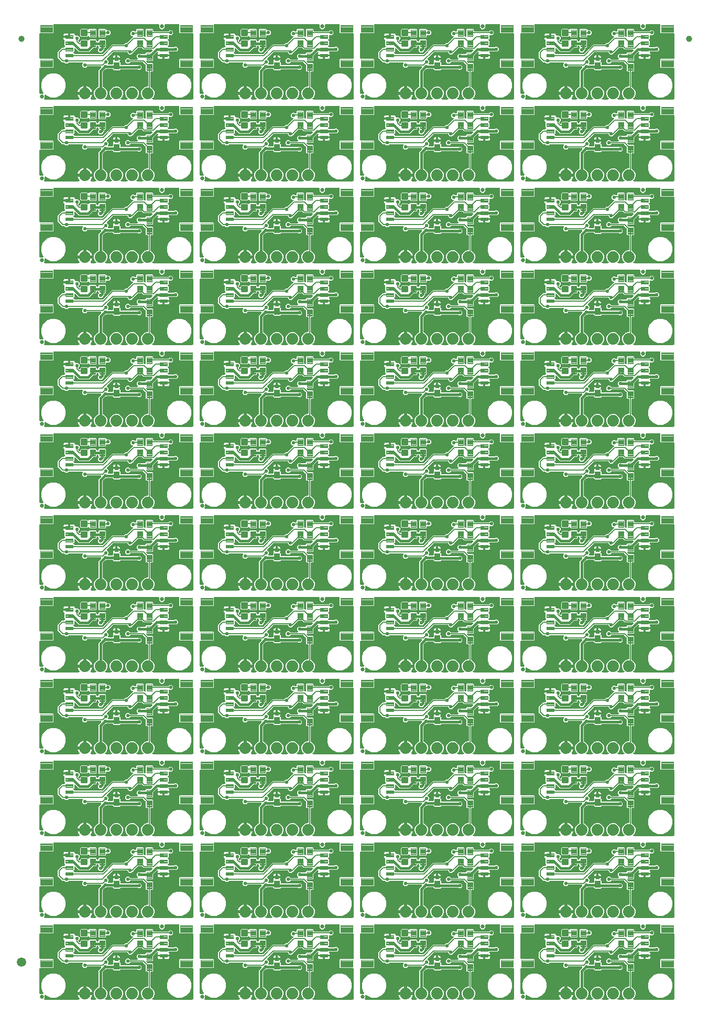
<source format=gtl>
G04 EAGLE Gerber RS-274X export*
G75*
%MOMM*%
%FSLAX34Y34*%
%LPD*%
%INTop Copper*%
%IPPOS*%
%AMOC8*
5,1,8,0,0,1.08239X$1,22.5*%
G01*
%ADD10C,0.635000*%
%ADD11C,0.096000*%
%ADD12C,0.102000*%
%ADD13C,0.100000*%
%ADD14C,0.300000*%
%ADD15C,1.879600*%
%ADD16C,1.000000*%
%ADD17C,1.500000*%
%ADD18C,0.558800*%
%ADD19C,0.406400*%
%ADD20C,0.152400*%

G36*
X843536Y1455692D02*
X843536Y1455692D01*
X843674Y1455705D01*
X843693Y1455712D01*
X843713Y1455715D01*
X843842Y1455766D01*
X843973Y1455813D01*
X843990Y1455824D01*
X844008Y1455832D01*
X844121Y1455913D01*
X844236Y1455992D01*
X844250Y1456007D01*
X844266Y1456018D01*
X844355Y1456126D01*
X844447Y1456230D01*
X844456Y1456248D01*
X844469Y1456263D01*
X844528Y1456389D01*
X844591Y1456514D01*
X844596Y1456533D01*
X844604Y1456551D01*
X844630Y1456688D01*
X844661Y1456824D01*
X844660Y1456844D01*
X844664Y1456863D01*
X844655Y1457002D01*
X844651Y1457142D01*
X844645Y1457161D01*
X844644Y1457181D01*
X844601Y1457313D01*
X844562Y1457447D01*
X844552Y1457464D01*
X844546Y1457483D01*
X844471Y1457601D01*
X844401Y1457721D01*
X844382Y1457742D01*
X844376Y1457752D01*
X844361Y1457766D01*
X844356Y1457772D01*
X843229Y1459323D01*
X842376Y1460997D01*
X841795Y1462784D01*
X841755Y1463041D01*
X852170Y1463041D01*
X852288Y1463056D01*
X852407Y1463063D01*
X852445Y1463076D01*
X852485Y1463081D01*
X852596Y1463124D01*
X852709Y1463161D01*
X852743Y1463183D01*
X852781Y1463198D01*
X852877Y1463268D01*
X852978Y1463331D01*
X853006Y1463361D01*
X853038Y1463384D01*
X853114Y1463476D01*
X853196Y1463563D01*
X853215Y1463598D01*
X853241Y1463629D01*
X853292Y1463737D01*
X853349Y1463841D01*
X853360Y1463881D01*
X853377Y1463917D01*
X853399Y1464034D01*
X853429Y1464149D01*
X853433Y1464210D01*
X853437Y1464230D01*
X853435Y1464250D01*
X853439Y1464310D01*
X853439Y1465581D01*
X853441Y1465581D01*
X853441Y1464310D01*
X853456Y1464192D01*
X853463Y1464073D01*
X853476Y1464035D01*
X853481Y1463994D01*
X853525Y1463884D01*
X853561Y1463771D01*
X853583Y1463736D01*
X853598Y1463699D01*
X853668Y1463603D01*
X853731Y1463502D01*
X853761Y1463474D01*
X853785Y1463441D01*
X853876Y1463366D01*
X853963Y1463284D01*
X853998Y1463264D01*
X854030Y1463239D01*
X854137Y1463188D01*
X854242Y1463130D01*
X854281Y1463120D01*
X854317Y1463103D01*
X854434Y1463081D01*
X854549Y1463051D01*
X854610Y1463047D01*
X854630Y1463043D01*
X854650Y1463045D01*
X854710Y1463041D01*
X865125Y1463041D01*
X865085Y1462784D01*
X864504Y1460997D01*
X863651Y1459323D01*
X862488Y1457722D01*
X862479Y1457706D01*
X862411Y1457625D01*
X862403Y1457606D01*
X862391Y1457591D01*
X862335Y1457463D01*
X862276Y1457337D01*
X862272Y1457317D01*
X862264Y1457299D01*
X862242Y1457161D01*
X862216Y1457024D01*
X862217Y1457005D01*
X862214Y1456985D01*
X862227Y1456846D01*
X862236Y1456707D01*
X862242Y1456688D01*
X862244Y1456668D01*
X862291Y1456537D01*
X862334Y1456405D01*
X862345Y1456388D01*
X862351Y1456369D01*
X862429Y1456254D01*
X862504Y1456136D01*
X862519Y1456122D01*
X862530Y1456106D01*
X862634Y1456014D01*
X862736Y1455918D01*
X862753Y1455908D01*
X862768Y1455895D01*
X862892Y1455832D01*
X863014Y1455764D01*
X863034Y1455759D01*
X863051Y1455750D01*
X863187Y1455720D01*
X863322Y1455685D01*
X863350Y1455683D01*
X863362Y1455681D01*
X863382Y1455681D01*
X863483Y1455675D01*
X870593Y1455675D01*
X870731Y1455692D01*
X870870Y1455705D01*
X870889Y1455712D01*
X870909Y1455715D01*
X871038Y1455766D01*
X871169Y1455813D01*
X871186Y1455824D01*
X871204Y1455832D01*
X871317Y1455913D01*
X871432Y1455991D01*
X871445Y1456007D01*
X871462Y1456018D01*
X871551Y1456126D01*
X871642Y1456230D01*
X871652Y1456248D01*
X871665Y1456263D01*
X871724Y1456389D01*
X871787Y1456513D01*
X871791Y1456533D01*
X871800Y1456551D01*
X871826Y1456688D01*
X871857Y1456823D01*
X871856Y1456844D01*
X871860Y1456863D01*
X871851Y1457002D01*
X871847Y1457141D01*
X871841Y1457161D01*
X871840Y1457181D01*
X871797Y1457313D01*
X871759Y1457447D01*
X871748Y1457464D01*
X871742Y1457483D01*
X871667Y1457601D01*
X871597Y1457721D01*
X871579Y1457742D01*
X871572Y1457752D01*
X871557Y1457766D01*
X871491Y1457841D01*
X869795Y1459537D01*
X868171Y1463458D01*
X868171Y1467702D01*
X869795Y1471623D01*
X872797Y1474625D01*
X874754Y1475435D01*
X874779Y1475450D01*
X874807Y1475459D01*
X874917Y1475528D01*
X875030Y1475593D01*
X875051Y1475613D01*
X875076Y1475629D01*
X875165Y1475724D01*
X875258Y1475814D01*
X875274Y1475839D01*
X875294Y1475861D01*
X875357Y1475974D01*
X875425Y1476085D01*
X875433Y1476113D01*
X875448Y1476139D01*
X875480Y1476265D01*
X875518Y1476389D01*
X875520Y1476419D01*
X875527Y1476447D01*
X875537Y1476608D01*
X875537Y1503016D01*
X879622Y1507101D01*
X879707Y1507210D01*
X879796Y1507317D01*
X879804Y1507336D01*
X879817Y1507352D01*
X879872Y1507480D01*
X879931Y1507605D01*
X879935Y1507625D01*
X879943Y1507644D01*
X879965Y1507782D01*
X879991Y1507918D01*
X879990Y1507938D01*
X879993Y1507958D01*
X879980Y1508097D01*
X879971Y1508235D01*
X879965Y1508254D01*
X879963Y1508274D01*
X879916Y1508406D01*
X879873Y1508537D01*
X879862Y1508555D01*
X879855Y1508574D01*
X879777Y1508689D01*
X879703Y1508806D01*
X879688Y1508820D01*
X879677Y1508837D01*
X879573Y1508929D01*
X879471Y1509024D01*
X879454Y1509034D01*
X879438Y1509047D01*
X879314Y1509111D01*
X879193Y1509178D01*
X879173Y1509183D01*
X879155Y1509192D01*
X879019Y1509222D01*
X878885Y1509257D01*
X878857Y1509259D01*
X878845Y1509262D01*
X878824Y1509261D01*
X878724Y1509267D01*
X857681Y1509267D01*
X857583Y1509255D01*
X857484Y1509252D01*
X857426Y1509235D01*
X857366Y1509227D01*
X857274Y1509191D01*
X857179Y1509163D01*
X857127Y1509133D01*
X857070Y1509110D01*
X856990Y1509052D01*
X856905Y1509002D01*
X856829Y1508936D01*
X856813Y1508924D01*
X856805Y1508914D01*
X856784Y1508896D01*
X855124Y1507235D01*
X851756Y1507235D01*
X849375Y1509616D01*
X849375Y1512984D01*
X849842Y1513451D01*
X849927Y1513560D01*
X850016Y1513667D01*
X850025Y1513686D01*
X850037Y1513702D01*
X850092Y1513830D01*
X850152Y1513955D01*
X850155Y1513975D01*
X850163Y1513994D01*
X850185Y1514132D01*
X850211Y1514268D01*
X850210Y1514288D01*
X850213Y1514308D01*
X850200Y1514447D01*
X850192Y1514585D01*
X850185Y1514604D01*
X850183Y1514624D01*
X850136Y1514755D01*
X850094Y1514887D01*
X850083Y1514905D01*
X850076Y1514924D01*
X849998Y1515038D01*
X849923Y1515156D01*
X849909Y1515170D01*
X849897Y1515187D01*
X849793Y1515279D01*
X849692Y1515374D01*
X849674Y1515384D01*
X849659Y1515397D01*
X849535Y1515460D01*
X849413Y1515528D01*
X849394Y1515533D01*
X849376Y1515542D01*
X849240Y1515572D01*
X849105Y1515607D01*
X849077Y1515609D01*
X849065Y1515612D01*
X849045Y1515611D01*
X848945Y1515617D01*
X827963Y1515617D01*
X827865Y1515605D01*
X827766Y1515602D01*
X827708Y1515585D01*
X827648Y1515577D01*
X827556Y1515541D01*
X827461Y1515513D01*
X827409Y1515483D01*
X827352Y1515460D01*
X827272Y1515402D01*
X827187Y1515352D01*
X827111Y1515286D01*
X827095Y1515274D01*
X827087Y1515264D01*
X827066Y1515246D01*
X825406Y1513585D01*
X822038Y1513585D01*
X820378Y1515246D01*
X820300Y1515306D01*
X820228Y1515374D01*
X820175Y1515403D01*
X820127Y1515440D01*
X820036Y1515480D01*
X819949Y1515528D01*
X819891Y1515543D01*
X819835Y1515567D01*
X819737Y1515582D01*
X819641Y1515607D01*
X819541Y1515613D01*
X819521Y1515617D01*
X819509Y1515615D01*
X819481Y1515617D01*
X817038Y1515617D01*
X815476Y1517180D01*
X811060Y1521596D01*
X809497Y1523158D01*
X809497Y1532208D01*
X816102Y1538813D01*
X818750Y1538813D01*
X818868Y1538828D01*
X818987Y1538835D01*
X819025Y1538848D01*
X819066Y1538853D01*
X819176Y1538896D01*
X819289Y1538933D01*
X819324Y1538955D01*
X819361Y1538970D01*
X819457Y1539039D01*
X819558Y1539103D01*
X819586Y1539133D01*
X819619Y1539156D01*
X819695Y1539248D01*
X819776Y1539335D01*
X819796Y1539370D01*
X819821Y1539401D01*
X819872Y1539509D01*
X819930Y1539613D01*
X819940Y1539653D01*
X819957Y1539689D01*
X819979Y1539806D01*
X820009Y1539921D01*
X820013Y1539981D01*
X820017Y1540001D01*
X820016Y1540005D01*
X820894Y1540883D01*
X820967Y1540977D01*
X821046Y1541066D01*
X821064Y1541102D01*
X821089Y1541134D01*
X821136Y1541243D01*
X821191Y1541349D01*
X821199Y1541388D01*
X821215Y1541426D01*
X821234Y1541543D01*
X821260Y1541659D01*
X821259Y1541700D01*
X821265Y1541740D01*
X821254Y1541858D01*
X821251Y1541977D01*
X821239Y1542016D01*
X821235Y1542056D01*
X821195Y1542168D01*
X821162Y1542283D01*
X821142Y1542318D01*
X821128Y1542356D01*
X821061Y1542454D01*
X821001Y1542557D01*
X820961Y1542602D01*
X820949Y1542619D01*
X820934Y1542632D01*
X820894Y1542678D01*
X820019Y1543552D01*
X820019Y1550014D01*
X820069Y1550079D01*
X820148Y1550168D01*
X820166Y1550204D01*
X820191Y1550236D01*
X820238Y1550345D01*
X820292Y1550451D01*
X820301Y1550490D01*
X820317Y1550528D01*
X820336Y1550645D01*
X820362Y1550761D01*
X820361Y1550802D01*
X820367Y1550842D01*
X820356Y1550960D01*
X820352Y1551079D01*
X820341Y1551118D01*
X820337Y1551158D01*
X820297Y1551270D01*
X820264Y1551385D01*
X820244Y1551420D01*
X820230Y1551458D01*
X820163Y1551556D01*
X820103Y1551659D01*
X820063Y1551704D01*
X820051Y1551721D01*
X820036Y1551734D01*
X819996Y1551779D01*
X819359Y1552417D01*
X818957Y1553112D01*
X818749Y1553888D01*
X818749Y1555281D01*
X827810Y1555281D01*
X827928Y1555296D01*
X828047Y1555303D01*
X828085Y1555315D01*
X828125Y1555321D01*
X828236Y1555364D01*
X828349Y1555401D01*
X828383Y1555423D01*
X828421Y1555438D01*
X828517Y1555507D01*
X828618Y1555571D01*
X828646Y1555601D01*
X828678Y1555624D01*
X828754Y1555716D01*
X828836Y1555803D01*
X828855Y1555838D01*
X828881Y1555869D01*
X828901Y1555913D01*
X828977Y1555968D01*
X829078Y1556031D01*
X829106Y1556061D01*
X829139Y1556085D01*
X829215Y1556176D01*
X829296Y1556263D01*
X829316Y1556298D01*
X829341Y1556330D01*
X829392Y1556437D01*
X829450Y1556542D01*
X829460Y1556581D01*
X829477Y1556617D01*
X829499Y1556734D01*
X829529Y1556850D01*
X829533Y1556910D01*
X829537Y1556930D01*
X829535Y1556950D01*
X829539Y1557010D01*
X829539Y1562321D01*
X834682Y1562321D01*
X835458Y1562113D01*
X836153Y1561711D01*
X836721Y1561143D01*
X837123Y1560448D01*
X837313Y1559739D01*
X837355Y1559635D01*
X837390Y1559529D01*
X837415Y1559489D01*
X837433Y1559445D01*
X837500Y1559355D01*
X837560Y1559260D01*
X837594Y1559228D01*
X837622Y1559190D01*
X837710Y1559119D01*
X837791Y1559042D01*
X837833Y1559019D01*
X837869Y1558989D01*
X837971Y1558943D01*
X838070Y1558888D01*
X838116Y1558877D01*
X838158Y1558857D01*
X838269Y1558837D01*
X838378Y1558809D01*
X838450Y1558804D01*
X838471Y1558801D01*
X838490Y1558802D01*
X838539Y1558799D01*
X842170Y1558799D01*
X843733Y1557236D01*
X843842Y1557151D01*
X843949Y1557062D01*
X843968Y1557053D01*
X843984Y1557041D01*
X844112Y1556985D01*
X844237Y1556926D01*
X844257Y1556923D01*
X844276Y1556915D01*
X844414Y1556893D01*
X844550Y1556867D01*
X844551Y1556867D01*
X844551Y1553050D01*
X842901Y1551401D01*
X842828Y1551306D01*
X842749Y1551217D01*
X842731Y1551181D01*
X842706Y1551149D01*
X842659Y1551040D01*
X842605Y1550934D01*
X842596Y1550895D01*
X842580Y1550858D01*
X842561Y1550740D01*
X842535Y1550624D01*
X842536Y1550583D01*
X842530Y1550543D01*
X842541Y1550425D01*
X842545Y1550306D01*
X842556Y1550267D01*
X842560Y1550227D01*
X842600Y1550115D01*
X842633Y1550000D01*
X842654Y1549966D01*
X842667Y1549928D01*
X842734Y1549829D01*
X842795Y1549727D01*
X842834Y1549681D01*
X842846Y1549664D01*
X842861Y1549651D01*
X842901Y1549606D01*
X843733Y1548774D01*
X843842Y1548689D01*
X843949Y1548600D01*
X843968Y1548592D01*
X843984Y1548579D01*
X844112Y1548524D01*
X844237Y1548465D01*
X844257Y1548461D01*
X844276Y1548453D01*
X844414Y1548431D01*
X844550Y1548405D01*
X844570Y1548406D01*
X844590Y1548403D01*
X844729Y1548416D01*
X844867Y1548425D01*
X844886Y1548431D01*
X844906Y1548433D01*
X845037Y1548480D01*
X845169Y1548523D01*
X845187Y1548534D01*
X845206Y1548540D01*
X845320Y1548618D01*
X845438Y1548693D01*
X845452Y1548708D01*
X845469Y1548719D01*
X845561Y1548823D01*
X845656Y1548925D01*
X845666Y1548942D01*
X845679Y1548957D01*
X845742Y1549081D01*
X845810Y1549203D01*
X845815Y1549223D01*
X845824Y1549241D01*
X845854Y1549377D01*
X845889Y1549511D01*
X845891Y1549539D01*
X845894Y1549551D01*
X845893Y1549571D01*
X845899Y1549672D01*
X845899Y1550358D01*
X847522Y1551981D01*
X856818Y1551981D01*
X857703Y1551096D01*
X857812Y1551011D01*
X857919Y1550922D01*
X857938Y1550913D01*
X857954Y1550901D01*
X858081Y1550846D01*
X858207Y1550786D01*
X858227Y1550783D01*
X858246Y1550775D01*
X858384Y1550753D01*
X858520Y1550727D01*
X858540Y1550728D01*
X858560Y1550725D01*
X858699Y1550738D01*
X858837Y1550746D01*
X858856Y1550753D01*
X858876Y1550755D01*
X859008Y1550802D01*
X859139Y1550844D01*
X859157Y1550855D01*
X859176Y1550862D01*
X859291Y1550940D01*
X859408Y1551015D01*
X859422Y1551029D01*
X859439Y1551041D01*
X859531Y1551145D01*
X859626Y1551246D01*
X859636Y1551264D01*
X859649Y1551279D01*
X859712Y1551403D01*
X859780Y1551525D01*
X859785Y1551544D01*
X859794Y1551562D01*
X859816Y1551660D01*
X860907Y1552751D01*
X871373Y1552751D01*
X872411Y1551713D01*
X872411Y1550552D01*
X872426Y1550434D01*
X872433Y1550315D01*
X872446Y1550277D01*
X872451Y1550236D01*
X872494Y1550126D01*
X872531Y1550013D01*
X872553Y1549978D01*
X872568Y1549941D01*
X872637Y1549845D01*
X872701Y1549744D01*
X872731Y1549716D01*
X872754Y1549683D01*
X872846Y1549607D01*
X872933Y1549526D01*
X872968Y1549506D01*
X872999Y1549481D01*
X873107Y1549430D01*
X873211Y1549372D01*
X873251Y1549362D01*
X873287Y1549345D01*
X873404Y1549323D01*
X873519Y1549293D01*
X873579Y1549289D01*
X873599Y1549285D01*
X873620Y1549287D01*
X873680Y1549283D01*
X873840Y1549283D01*
X873958Y1549298D01*
X874077Y1549305D01*
X874115Y1549318D01*
X874156Y1549323D01*
X874266Y1549366D01*
X874379Y1549403D01*
X874414Y1549425D01*
X874451Y1549440D01*
X874547Y1549509D01*
X874648Y1549573D01*
X874676Y1549603D01*
X874709Y1549626D01*
X874785Y1549718D01*
X874866Y1549805D01*
X874886Y1549840D01*
X874911Y1549871D01*
X874962Y1549979D01*
X875020Y1550083D01*
X875030Y1550123D01*
X875047Y1550159D01*
X875069Y1550276D01*
X875099Y1550391D01*
X875103Y1550451D01*
X875107Y1550471D01*
X875105Y1550492D01*
X875109Y1550552D01*
X875109Y1551713D01*
X876147Y1552751D01*
X886613Y1552751D01*
X887651Y1551713D01*
X887651Y1540247D01*
X886613Y1539209D01*
X885952Y1539209D01*
X885834Y1539194D01*
X885715Y1539187D01*
X885677Y1539174D01*
X885636Y1539169D01*
X885526Y1539126D01*
X885413Y1539089D01*
X885378Y1539067D01*
X885341Y1539052D01*
X885245Y1538983D01*
X885144Y1538919D01*
X885116Y1538889D01*
X885083Y1538866D01*
X885007Y1538774D01*
X884926Y1538687D01*
X884906Y1538652D01*
X884881Y1538621D01*
X884830Y1538513D01*
X884772Y1538409D01*
X884762Y1538369D01*
X884745Y1538333D01*
X884723Y1538216D01*
X884693Y1538101D01*
X884689Y1538041D01*
X884685Y1538021D01*
X884687Y1538000D01*
X884683Y1537940D01*
X884683Y1536602D01*
X883276Y1535196D01*
X883216Y1535117D01*
X883148Y1535045D01*
X883119Y1534992D01*
X883082Y1534944D01*
X883042Y1534853D01*
X882994Y1534767D01*
X882979Y1534708D01*
X882955Y1534653D01*
X882940Y1534555D01*
X882915Y1534459D01*
X882909Y1534359D01*
X882905Y1534338D01*
X882907Y1534326D01*
X882905Y1534298D01*
X882905Y1533746D01*
X880524Y1531365D01*
X877156Y1531365D01*
X874775Y1533746D01*
X874775Y1537114D01*
X875611Y1537950D01*
X875684Y1538043D01*
X875763Y1538133D01*
X875781Y1538169D01*
X875806Y1538201D01*
X875853Y1538310D01*
X875908Y1538416D01*
X875916Y1538456D01*
X875933Y1538493D01*
X875951Y1538611D01*
X875977Y1538726D01*
X875976Y1538767D01*
X875982Y1538807D01*
X875971Y1538925D01*
X875968Y1539044D01*
X875956Y1539083D01*
X875953Y1539123D01*
X875912Y1539235D01*
X875879Y1539350D01*
X875859Y1539385D01*
X875845Y1539423D01*
X875778Y1539521D01*
X875718Y1539624D01*
X875678Y1539669D01*
X875666Y1539686D01*
X875651Y1539699D01*
X875611Y1539745D01*
X875109Y1540247D01*
X875109Y1541408D01*
X875094Y1541526D01*
X875087Y1541645D01*
X875074Y1541683D01*
X875069Y1541724D01*
X875026Y1541834D01*
X874989Y1541947D01*
X874967Y1541982D01*
X874952Y1542019D01*
X874883Y1542115D01*
X874819Y1542216D01*
X874789Y1542244D01*
X874766Y1542277D01*
X874674Y1542353D01*
X874587Y1542434D01*
X874552Y1542454D01*
X874521Y1542479D01*
X874413Y1542530D01*
X874309Y1542588D01*
X874269Y1542598D01*
X874233Y1542615D01*
X874116Y1542637D01*
X874001Y1542667D01*
X873941Y1542671D01*
X873921Y1542675D01*
X873900Y1542673D01*
X873840Y1542677D01*
X873680Y1542677D01*
X873562Y1542662D01*
X873443Y1542655D01*
X873405Y1542642D01*
X873364Y1542637D01*
X873254Y1542594D01*
X873141Y1542557D01*
X873106Y1542535D01*
X873069Y1542520D01*
X872973Y1542451D01*
X872872Y1542387D01*
X872844Y1542357D01*
X872811Y1542334D01*
X872735Y1542242D01*
X872654Y1542155D01*
X872634Y1542120D01*
X872609Y1542089D01*
X872558Y1541981D01*
X872500Y1541877D01*
X872490Y1541837D01*
X872473Y1541801D01*
X872451Y1541684D01*
X872421Y1541569D01*
X872417Y1541509D01*
X872413Y1541489D01*
X872415Y1541468D01*
X872411Y1541408D01*
X872411Y1540247D01*
X871373Y1539209D01*
X867496Y1539209D01*
X867398Y1539197D01*
X867299Y1539194D01*
X867240Y1539177D01*
X867180Y1539169D01*
X867088Y1539133D01*
X866993Y1539105D01*
X866941Y1539075D01*
X866885Y1539052D01*
X866804Y1538994D01*
X866719Y1538944D01*
X866644Y1538878D01*
X866627Y1538866D01*
X866619Y1538856D01*
X866598Y1538838D01*
X862194Y1534434D01*
X859888Y1532127D01*
X843690Y1532127D01*
X838227Y1537590D01*
X838118Y1537675D01*
X838011Y1537764D01*
X837992Y1537772D01*
X837976Y1537785D01*
X837848Y1537840D01*
X837723Y1537899D01*
X837703Y1537903D01*
X837684Y1537911D01*
X837546Y1537933D01*
X837410Y1537959D01*
X837390Y1537958D01*
X837370Y1537961D01*
X837231Y1537948D01*
X837093Y1537939D01*
X837074Y1537933D01*
X837054Y1537931D01*
X836922Y1537884D01*
X836791Y1537841D01*
X836773Y1537830D01*
X836754Y1537823D01*
X836639Y1537745D01*
X836522Y1537671D01*
X836508Y1537656D01*
X836491Y1537645D01*
X836399Y1537541D01*
X836304Y1537439D01*
X836294Y1537422D01*
X836281Y1537406D01*
X836217Y1537282D01*
X836150Y1537161D01*
X836145Y1537141D01*
X836136Y1537123D01*
X836106Y1536987D01*
X836071Y1536853D01*
X836069Y1536825D01*
X836066Y1536813D01*
X836067Y1536792D01*
X836061Y1536692D01*
X836061Y1533552D01*
X835186Y1532678D01*
X835113Y1532584D01*
X835034Y1532494D01*
X835016Y1532458D01*
X834991Y1532426D01*
X834944Y1532317D01*
X834889Y1532211D01*
X834881Y1532172D01*
X834865Y1532134D01*
X834846Y1532017D01*
X834820Y1531901D01*
X834821Y1531860D01*
X834815Y1531820D01*
X834826Y1531702D01*
X834829Y1531583D01*
X834841Y1531544D01*
X834845Y1531504D01*
X834885Y1531391D01*
X834918Y1531277D01*
X834938Y1531243D01*
X834952Y1531204D01*
X835019Y1531106D01*
X835079Y1531003D01*
X835119Y1530958D01*
X835131Y1530941D01*
X835146Y1530928D01*
X835186Y1530883D01*
X836071Y1529997D01*
X836076Y1529964D01*
X836083Y1529845D01*
X836096Y1529807D01*
X836101Y1529766D01*
X836144Y1529656D01*
X836181Y1529543D01*
X836203Y1529508D01*
X836218Y1529471D01*
X836287Y1529375D01*
X836351Y1529274D01*
X836381Y1529246D01*
X836404Y1529213D01*
X836496Y1529137D01*
X836583Y1529056D01*
X836618Y1529036D01*
X836649Y1529011D01*
X836757Y1528960D01*
X836861Y1528902D01*
X836901Y1528892D01*
X836937Y1528875D01*
X837054Y1528853D01*
X837169Y1528823D01*
X837229Y1528819D01*
X837249Y1528815D01*
X837270Y1528817D01*
X837330Y1528813D01*
X881522Y1528813D01*
X881620Y1528825D01*
X881720Y1528828D01*
X881778Y1528845D01*
X881838Y1528853D01*
X881930Y1528889D01*
X882025Y1528917D01*
X882077Y1528947D01*
X882134Y1528970D01*
X882214Y1529028D01*
X882299Y1529078D01*
X882374Y1529144D01*
X882391Y1529156D01*
X882399Y1529166D01*
X882420Y1529184D01*
X895994Y1542758D01*
X897556Y1544321D01*
X915747Y1544321D01*
X915845Y1544333D01*
X915944Y1544336D01*
X916002Y1544353D01*
X916062Y1544361D01*
X916154Y1544397D01*
X916249Y1544425D01*
X916301Y1544455D01*
X916358Y1544478D01*
X916438Y1544536D01*
X916523Y1544586D01*
X916599Y1544652D01*
X916615Y1544664D01*
X916623Y1544674D01*
X916644Y1544692D01*
X918304Y1546353D01*
X920652Y1546353D01*
X920750Y1546365D01*
X920850Y1546368D01*
X920908Y1546385D01*
X920968Y1546393D01*
X921060Y1546429D01*
X921155Y1546457D01*
X921207Y1546487D01*
X921264Y1546510D01*
X921344Y1546568D01*
X921429Y1546618D01*
X921504Y1546684D01*
X921521Y1546696D01*
X921529Y1546706D01*
X921550Y1546724D01*
X929776Y1554950D01*
X930694Y1555869D01*
X930779Y1555978D01*
X930868Y1556085D01*
X930876Y1556104D01*
X930889Y1556120D01*
X930944Y1556248D01*
X931003Y1556373D01*
X931007Y1556393D01*
X931015Y1556412D01*
X931037Y1556550D01*
X931063Y1556686D01*
X931062Y1556706D01*
X931065Y1556726D01*
X931052Y1556865D01*
X931043Y1557003D01*
X931037Y1557022D01*
X931035Y1557042D01*
X930988Y1557174D01*
X930945Y1557305D01*
X930934Y1557323D01*
X930928Y1557342D01*
X930849Y1557457D01*
X930775Y1557574D01*
X930760Y1557588D01*
X930749Y1557605D01*
X930645Y1557697D01*
X930543Y1557792D01*
X930526Y1557802D01*
X930511Y1557815D01*
X930387Y1557878D01*
X930265Y1557946D01*
X930245Y1557951D01*
X930227Y1557960D01*
X930091Y1557990D01*
X929957Y1558025D01*
X929929Y1558027D01*
X929917Y1558030D01*
X929897Y1558029D01*
X929796Y1558035D01*
X929480Y1558035D01*
X927099Y1560416D01*
X927099Y1563784D01*
X929480Y1566165D01*
X932848Y1566165D01*
X933628Y1565384D01*
X933706Y1565324D01*
X933778Y1565256D01*
X933831Y1565227D01*
X933879Y1565190D01*
X933970Y1565150D01*
X934057Y1565102D01*
X934115Y1565087D01*
X934171Y1565063D01*
X934269Y1565048D01*
X934365Y1565023D01*
X934465Y1565017D01*
X934485Y1565013D01*
X934497Y1565015D01*
X934525Y1565013D01*
X934800Y1565013D01*
X934918Y1565028D01*
X935037Y1565035D01*
X935075Y1565048D01*
X935116Y1565053D01*
X935226Y1565096D01*
X935339Y1565133D01*
X935374Y1565155D01*
X935411Y1565170D01*
X935507Y1565239D01*
X935608Y1565303D01*
X935636Y1565333D01*
X935669Y1565356D01*
X935745Y1565448D01*
X935826Y1565535D01*
X935846Y1565570D01*
X935871Y1565601D01*
X935922Y1565709D01*
X935980Y1565813D01*
X935990Y1565853D01*
X936007Y1565889D01*
X936029Y1566006D01*
X936059Y1566121D01*
X936063Y1566181D01*
X936067Y1566201D01*
X936065Y1566222D01*
X936069Y1566282D01*
X936069Y1568713D01*
X937107Y1569751D01*
X947573Y1569751D01*
X948611Y1568713D01*
X948611Y1557782D01*
X948626Y1557664D01*
X948633Y1557545D01*
X948646Y1557507D01*
X948651Y1557466D01*
X948694Y1557356D01*
X948731Y1557243D01*
X948753Y1557208D01*
X948768Y1557171D01*
X948837Y1557075D01*
X948901Y1556974D01*
X948931Y1556946D01*
X948954Y1556913D01*
X949046Y1556837D01*
X949133Y1556756D01*
X949168Y1556736D01*
X949199Y1556711D01*
X949307Y1556660D01*
X949411Y1556602D01*
X949451Y1556592D01*
X949487Y1556575D01*
X949604Y1556553D01*
X949719Y1556523D01*
X949779Y1556519D01*
X949799Y1556515D01*
X949820Y1556517D01*
X949880Y1556513D01*
X950040Y1556513D01*
X950158Y1556528D01*
X950277Y1556535D01*
X950315Y1556548D01*
X950356Y1556553D01*
X950466Y1556596D01*
X950579Y1556633D01*
X950614Y1556655D01*
X950651Y1556670D01*
X950747Y1556739D01*
X950848Y1556803D01*
X950876Y1556833D01*
X950909Y1556856D01*
X950985Y1556948D01*
X951066Y1557035D01*
X951086Y1557070D01*
X951111Y1557101D01*
X951162Y1557209D01*
X951220Y1557313D01*
X951230Y1557353D01*
X951247Y1557389D01*
X951269Y1557506D01*
X951299Y1557621D01*
X951303Y1557681D01*
X951307Y1557701D01*
X951305Y1557722D01*
X951309Y1557782D01*
X951309Y1568713D01*
X952347Y1569751D01*
X962813Y1569751D01*
X963851Y1568713D01*
X963851Y1566672D01*
X963866Y1566554D01*
X963873Y1566435D01*
X963886Y1566397D01*
X963891Y1566356D01*
X963934Y1566246D01*
X963971Y1566133D01*
X963993Y1566098D01*
X964008Y1566061D01*
X964077Y1565965D01*
X964141Y1565864D01*
X964171Y1565836D01*
X964194Y1565803D01*
X964286Y1565727D01*
X964373Y1565646D01*
X964408Y1565626D01*
X964439Y1565601D01*
X964547Y1565550D01*
X964651Y1565492D01*
X964691Y1565482D01*
X964727Y1565465D01*
X964844Y1565443D01*
X964959Y1565413D01*
X965019Y1565409D01*
X965039Y1565405D01*
X965060Y1565407D01*
X965120Y1565403D01*
X987629Y1565403D01*
X987727Y1565415D01*
X987826Y1565418D01*
X987884Y1565435D01*
X987944Y1565443D01*
X988036Y1565479D01*
X988131Y1565507D01*
X988183Y1565537D01*
X988240Y1565560D01*
X988320Y1565618D01*
X988405Y1565668D01*
X988481Y1565734D01*
X988497Y1565746D01*
X988505Y1565756D01*
X988526Y1565774D01*
X990186Y1567435D01*
X993554Y1567435D01*
X995935Y1565054D01*
X995935Y1561686D01*
X993554Y1559305D01*
X989730Y1559305D01*
X989612Y1559290D01*
X989493Y1559283D01*
X989455Y1559270D01*
X989414Y1559265D01*
X989304Y1559222D01*
X989191Y1559185D01*
X989156Y1559163D01*
X989119Y1559148D01*
X989023Y1559079D01*
X988922Y1559015D01*
X988894Y1558985D01*
X988861Y1558962D01*
X988785Y1558870D01*
X988704Y1558783D01*
X988684Y1558748D01*
X988659Y1558717D01*
X988608Y1558609D01*
X988550Y1558505D01*
X988540Y1558465D01*
X988523Y1558429D01*
X988501Y1558312D01*
X988471Y1558197D01*
X988467Y1558137D01*
X988463Y1558117D01*
X988465Y1558096D01*
X988461Y1558036D01*
X988461Y1553552D01*
X987586Y1552677D01*
X987513Y1552583D01*
X987434Y1552494D01*
X987416Y1552458D01*
X987391Y1552426D01*
X987344Y1552317D01*
X987289Y1552211D01*
X987281Y1552172D01*
X987265Y1552134D01*
X987246Y1552017D01*
X987220Y1551901D01*
X987221Y1551860D01*
X987215Y1551820D01*
X987226Y1551702D01*
X987229Y1551583D01*
X987241Y1551544D01*
X987245Y1551504D01*
X987285Y1551392D01*
X987318Y1551277D01*
X987338Y1551242D01*
X987352Y1551204D01*
X987419Y1551106D01*
X987479Y1551003D01*
X987519Y1550958D01*
X987531Y1550941D01*
X987546Y1550928D01*
X987586Y1550882D01*
X988461Y1550008D01*
X988461Y1543552D01*
X987586Y1542677D01*
X987513Y1542583D01*
X987434Y1542494D01*
X987416Y1542458D01*
X987391Y1542426D01*
X987344Y1542317D01*
X987289Y1542211D01*
X987281Y1542171D01*
X987265Y1542134D01*
X987246Y1542017D01*
X987220Y1541901D01*
X987221Y1541860D01*
X987215Y1541820D01*
X987226Y1541701D01*
X987230Y1541583D01*
X987241Y1541544D01*
X987245Y1541504D01*
X987285Y1541392D01*
X987318Y1541277D01*
X987338Y1541242D01*
X987352Y1541204D01*
X987419Y1541106D01*
X987479Y1541003D01*
X987519Y1540958D01*
X987531Y1540941D01*
X987546Y1540928D01*
X987586Y1540882D01*
X988014Y1540454D01*
X988092Y1540394D01*
X988164Y1540326D01*
X988217Y1540297D01*
X988265Y1540260D01*
X988356Y1540220D01*
X988443Y1540172D01*
X988501Y1540157D01*
X988557Y1540133D01*
X988655Y1540118D01*
X988751Y1540093D01*
X988851Y1540087D01*
X988871Y1540083D01*
X988883Y1540085D01*
X988911Y1540083D01*
X997107Y1540083D01*
X997205Y1540095D01*
X997304Y1540098D01*
X997362Y1540115D01*
X997422Y1540123D01*
X997514Y1540159D01*
X997609Y1540187D01*
X997661Y1540217D01*
X997718Y1540240D01*
X997798Y1540298D01*
X997883Y1540348D01*
X997959Y1540414D01*
X997975Y1540426D01*
X997983Y1540436D01*
X998004Y1540454D01*
X998568Y1541019D01*
X1001936Y1541019D01*
X1004317Y1538638D01*
X1004317Y1535270D01*
X1001936Y1532889D01*
X998568Y1532889D01*
X998352Y1533106D01*
X998274Y1533166D01*
X998202Y1533234D01*
X998149Y1533263D01*
X998101Y1533300D01*
X998010Y1533340D01*
X997923Y1533388D01*
X997865Y1533403D01*
X997809Y1533427D01*
X997711Y1533442D01*
X997615Y1533467D01*
X997515Y1533473D01*
X997495Y1533477D01*
X997483Y1533475D01*
X997455Y1533477D01*
X989851Y1533477D01*
X989713Y1533460D01*
X989575Y1533447D01*
X989556Y1533440D01*
X989536Y1533437D01*
X989407Y1533386D01*
X989276Y1533339D01*
X989259Y1533328D01*
X989240Y1533320D01*
X989128Y1533239D01*
X989013Y1533161D01*
X988999Y1533145D01*
X988983Y1533134D01*
X988894Y1533026D01*
X988802Y1532922D01*
X988793Y1532904D01*
X988780Y1532889D01*
X988721Y1532763D01*
X988657Y1532639D01*
X988653Y1532619D01*
X988644Y1532601D01*
X988618Y1532465D01*
X988588Y1532329D01*
X988588Y1532308D01*
X988585Y1532289D01*
X988593Y1532149D01*
X988598Y1532011D01*
X988603Y1531991D01*
X988604Y1531971D01*
X988647Y1531839D01*
X988686Y1531705D01*
X988696Y1531688D01*
X988702Y1531669D01*
X988777Y1531551D01*
X988848Y1531431D01*
X988866Y1531410D01*
X988873Y1531400D01*
X988888Y1531386D01*
X988954Y1531310D01*
X989121Y1531143D01*
X989523Y1530448D01*
X989731Y1529672D01*
X989731Y1528279D01*
X980670Y1528279D01*
X980552Y1528264D01*
X980433Y1528257D01*
X980426Y1528255D01*
X980370Y1528269D01*
X980310Y1528273D01*
X980290Y1528277D01*
X980270Y1528275D01*
X980210Y1528279D01*
X971149Y1528279D01*
X971149Y1529672D01*
X971357Y1530448D01*
X971371Y1530471D01*
X971429Y1530610D01*
X971491Y1530752D01*
X971492Y1530758D01*
X971494Y1530764D01*
X971516Y1530914D01*
X971540Y1531066D01*
X971540Y1531072D01*
X971541Y1531079D01*
X971525Y1531229D01*
X971511Y1531382D01*
X971508Y1531389D01*
X971508Y1531395D01*
X971455Y1531537D01*
X971403Y1531682D01*
X971399Y1531687D01*
X971397Y1531693D01*
X971310Y1531818D01*
X971224Y1531945D01*
X971219Y1531949D01*
X971215Y1531955D01*
X971100Y1532055D01*
X970986Y1532155D01*
X970980Y1532158D01*
X970975Y1532163D01*
X970838Y1532231D01*
X970703Y1532300D01*
X970696Y1532301D01*
X970690Y1532304D01*
X970542Y1532336D01*
X970392Y1532369D01*
X970386Y1532369D01*
X970379Y1532371D01*
X970228Y1532364D01*
X970075Y1532360D01*
X970068Y1532358D01*
X970061Y1532358D01*
X969915Y1532314D01*
X969769Y1532271D01*
X969763Y1532268D01*
X969757Y1532266D01*
X969626Y1532187D01*
X969495Y1532110D01*
X969488Y1532104D01*
X969485Y1532102D01*
X969477Y1532094D01*
X969374Y1532003D01*
X964222Y1526852D01*
X964162Y1526773D01*
X964094Y1526701D01*
X964065Y1526648D01*
X964028Y1526600D01*
X963988Y1526509D01*
X963940Y1526423D01*
X963925Y1526364D01*
X963901Y1526309D01*
X963886Y1526211D01*
X963861Y1526115D01*
X963855Y1526015D01*
X963851Y1525995D01*
X963853Y1525982D01*
X963851Y1525954D01*
X963851Y1519147D01*
X962813Y1518109D01*
X953916Y1518109D01*
X953778Y1518092D01*
X953639Y1518079D01*
X953620Y1518072D01*
X953600Y1518069D01*
X953471Y1518018D01*
X953340Y1517971D01*
X953323Y1517960D01*
X953304Y1517952D01*
X953192Y1517871D01*
X953077Y1517793D01*
X953064Y1517777D01*
X953047Y1517766D01*
X952958Y1517658D01*
X952866Y1517554D01*
X952857Y1517536D01*
X952844Y1517521D01*
X952785Y1517395D01*
X952722Y1517271D01*
X952717Y1517251D01*
X952709Y1517233D01*
X952683Y1517096D01*
X952652Y1516961D01*
X952653Y1516940D01*
X952649Y1516921D01*
X952658Y1516782D01*
X952662Y1516643D01*
X952667Y1516623D01*
X952669Y1516603D01*
X952711Y1516471D01*
X952750Y1516337D01*
X952761Y1516320D01*
X952767Y1516301D01*
X952841Y1516183D01*
X952912Y1516063D01*
X952930Y1516042D01*
X952937Y1516032D01*
X952952Y1516018D01*
X953018Y1515943D01*
X953938Y1515022D01*
X954016Y1514962D01*
X954089Y1514894D01*
X954142Y1514865D01*
X954190Y1514828D01*
X954280Y1514788D01*
X954367Y1514740D01*
X954426Y1514725D01*
X954481Y1514701D01*
X954579Y1514686D01*
X954675Y1514661D01*
X954775Y1514655D01*
X954795Y1514651D01*
X954808Y1514653D01*
X954836Y1514651D01*
X962813Y1514651D01*
X963851Y1513613D01*
X963851Y1502147D01*
X962813Y1501109D01*
X960882Y1501109D01*
X960764Y1501094D01*
X960645Y1501087D01*
X960607Y1501074D01*
X960566Y1501069D01*
X960456Y1501026D01*
X960343Y1500989D01*
X960308Y1500967D01*
X960271Y1500952D01*
X960175Y1500883D01*
X960074Y1500819D01*
X960046Y1500789D01*
X960013Y1500766D01*
X959937Y1500674D01*
X959856Y1500587D01*
X959836Y1500552D01*
X959811Y1500521D01*
X959760Y1500413D01*
X959702Y1500309D01*
X959692Y1500269D01*
X959675Y1500233D01*
X959653Y1500116D01*
X959623Y1500001D01*
X959619Y1499941D01*
X959615Y1499921D01*
X959617Y1499900D01*
X959613Y1499840D01*
X959613Y1476082D01*
X959616Y1476053D01*
X959614Y1476023D01*
X959636Y1475895D01*
X959653Y1475766D01*
X959663Y1475739D01*
X959668Y1475710D01*
X959722Y1475591D01*
X959770Y1475471D01*
X959787Y1475447D01*
X959799Y1475420D01*
X959880Y1475318D01*
X959956Y1475213D01*
X959979Y1475194D01*
X959998Y1475171D01*
X960101Y1475093D01*
X960201Y1475010D01*
X960228Y1474998D01*
X960252Y1474980D01*
X960396Y1474909D01*
X961083Y1474625D01*
X964085Y1471623D01*
X965709Y1467702D01*
X965709Y1463458D01*
X964085Y1459537D01*
X962389Y1457841D01*
X962304Y1457732D01*
X962215Y1457625D01*
X962207Y1457606D01*
X962194Y1457590D01*
X962139Y1457462D01*
X962080Y1457337D01*
X962076Y1457317D01*
X962068Y1457298D01*
X962046Y1457160D01*
X962020Y1457024D01*
X962021Y1457004D01*
X962018Y1456984D01*
X962031Y1456845D01*
X962040Y1456707D01*
X962046Y1456688D01*
X962048Y1456668D01*
X962095Y1456536D01*
X962138Y1456405D01*
X962149Y1456387D01*
X962156Y1456368D01*
X962234Y1456253D01*
X962308Y1456136D01*
X962323Y1456122D01*
X962334Y1456105D01*
X962438Y1456013D01*
X962540Y1455918D01*
X962557Y1455908D01*
X962573Y1455895D01*
X962697Y1455831D01*
X962818Y1455764D01*
X962838Y1455759D01*
X962856Y1455750D01*
X962992Y1455720D01*
X963126Y1455685D01*
X963154Y1455683D01*
X963166Y1455680D01*
X963187Y1455681D01*
X963287Y1455675D01*
X1027176Y1455675D01*
X1027294Y1455690D01*
X1027413Y1455697D01*
X1027451Y1455710D01*
X1027492Y1455715D01*
X1027602Y1455758D01*
X1027715Y1455795D01*
X1027750Y1455817D01*
X1027787Y1455832D01*
X1027883Y1455901D01*
X1027984Y1455965D01*
X1028012Y1455995D01*
X1028045Y1456018D01*
X1028121Y1456110D01*
X1028202Y1456197D01*
X1028222Y1456232D01*
X1028247Y1456263D01*
X1028298Y1456371D01*
X1028356Y1456475D01*
X1028366Y1456515D01*
X1028383Y1456551D01*
X1028405Y1456668D01*
X1028435Y1456783D01*
X1028439Y1456843D01*
X1028443Y1456863D01*
X1028441Y1456884D01*
X1028445Y1456944D01*
X1028445Y1505240D01*
X1028430Y1505358D01*
X1028423Y1505477D01*
X1028410Y1505515D01*
X1028405Y1505556D01*
X1028362Y1505666D01*
X1028325Y1505779D01*
X1028303Y1505814D01*
X1028288Y1505851D01*
X1028219Y1505947D01*
X1028155Y1506048D01*
X1028125Y1506076D01*
X1028102Y1506109D01*
X1028010Y1506185D01*
X1027923Y1506266D01*
X1027888Y1506286D01*
X1027857Y1506311D01*
X1027749Y1506362D01*
X1027645Y1506420D01*
X1027605Y1506430D01*
X1027569Y1506447D01*
X1027452Y1506469D01*
X1027337Y1506499D01*
X1027277Y1506503D01*
X1027257Y1506507D01*
X1027236Y1506505D01*
X1027176Y1506509D01*
X1006945Y1506509D01*
X1005919Y1507535D01*
X1005919Y1520025D01*
X1006945Y1521051D01*
X1027176Y1521051D01*
X1027294Y1521066D01*
X1027413Y1521073D01*
X1027451Y1521086D01*
X1027492Y1521091D01*
X1027602Y1521134D01*
X1027715Y1521171D01*
X1027750Y1521193D01*
X1027787Y1521208D01*
X1027883Y1521277D01*
X1027984Y1521341D01*
X1028012Y1521371D01*
X1028045Y1521394D01*
X1028121Y1521486D01*
X1028202Y1521573D01*
X1028222Y1521608D01*
X1028247Y1521639D01*
X1028298Y1521747D01*
X1028356Y1521851D01*
X1028366Y1521891D01*
X1028383Y1521927D01*
X1028405Y1522044D01*
X1028435Y1522159D01*
X1028439Y1522219D01*
X1028443Y1522239D01*
X1028441Y1522260D01*
X1028445Y1522320D01*
X1028445Y1561240D01*
X1028430Y1561358D01*
X1028423Y1561477D01*
X1028410Y1561515D01*
X1028405Y1561556D01*
X1028362Y1561666D01*
X1028325Y1561779D01*
X1028303Y1561814D01*
X1028288Y1561851D01*
X1028219Y1561947D01*
X1028155Y1562048D01*
X1028125Y1562076D01*
X1028102Y1562109D01*
X1028010Y1562185D01*
X1027923Y1562266D01*
X1027888Y1562286D01*
X1027857Y1562311D01*
X1027749Y1562362D01*
X1027645Y1562420D01*
X1027605Y1562430D01*
X1027569Y1562447D01*
X1027452Y1562469D01*
X1027337Y1562499D01*
X1027277Y1562503D01*
X1027257Y1562507D01*
X1027236Y1562505D01*
X1027176Y1562509D01*
X1006945Y1562509D01*
X1005919Y1563535D01*
X1005919Y1575816D01*
X1005904Y1575934D01*
X1005897Y1576053D01*
X1005884Y1576091D01*
X1005879Y1576132D01*
X1005836Y1576242D01*
X1005799Y1576355D01*
X1005777Y1576390D01*
X1005762Y1576427D01*
X1005693Y1576523D01*
X1005629Y1576624D01*
X1005599Y1576652D01*
X1005576Y1576685D01*
X1005484Y1576761D01*
X1005397Y1576842D01*
X1005362Y1576862D01*
X1005331Y1576887D01*
X1005223Y1576938D01*
X1005119Y1576996D01*
X1005079Y1577006D01*
X1005043Y1577023D01*
X1004926Y1577045D01*
X1004811Y1577075D01*
X1004751Y1577079D01*
X1004731Y1577083D01*
X1004710Y1577081D01*
X1004650Y1577085D01*
X983615Y1577085D01*
X983497Y1577070D01*
X983378Y1577063D01*
X983340Y1577050D01*
X983299Y1577045D01*
X983189Y1577002D01*
X983076Y1576965D01*
X983041Y1576943D01*
X983004Y1576928D01*
X982908Y1576859D01*
X982807Y1576795D01*
X982779Y1576765D01*
X982746Y1576742D01*
X982670Y1576650D01*
X982589Y1576563D01*
X982569Y1576528D01*
X982544Y1576497D01*
X982493Y1576389D01*
X982435Y1576285D01*
X982425Y1576245D01*
X982408Y1576209D01*
X982386Y1576092D01*
X982356Y1575977D01*
X982352Y1575917D01*
X982348Y1575897D01*
X982350Y1575876D01*
X982346Y1575816D01*
X982346Y1571689D01*
X979741Y1569084D01*
X976059Y1569084D01*
X973454Y1571689D01*
X973454Y1575816D01*
X973439Y1575934D01*
X973432Y1576053D01*
X973419Y1576091D01*
X973414Y1576132D01*
X973371Y1576242D01*
X973334Y1576355D01*
X973312Y1576390D01*
X973297Y1576427D01*
X973228Y1576523D01*
X973164Y1576624D01*
X973134Y1576652D01*
X973111Y1576685D01*
X973019Y1576761D01*
X972932Y1576842D01*
X972897Y1576862D01*
X972866Y1576887D01*
X972758Y1576938D01*
X972654Y1576996D01*
X972614Y1577006D01*
X972578Y1577023D01*
X972461Y1577045D01*
X972346Y1577075D01*
X972286Y1577079D01*
X972266Y1577083D01*
X972245Y1577081D01*
X972185Y1577085D01*
X803830Y1577085D01*
X803712Y1577070D01*
X803593Y1577063D01*
X803555Y1577050D01*
X803514Y1577045D01*
X803404Y1577002D01*
X803291Y1576965D01*
X803256Y1576943D01*
X803219Y1576928D01*
X803123Y1576859D01*
X803022Y1576795D01*
X802994Y1576765D01*
X802961Y1576742D01*
X802885Y1576650D01*
X802804Y1576563D01*
X802784Y1576528D01*
X802759Y1576497D01*
X802708Y1576389D01*
X802650Y1576285D01*
X802640Y1576245D01*
X802623Y1576209D01*
X802601Y1576092D01*
X802571Y1575977D01*
X802567Y1575917D01*
X802563Y1575897D01*
X802565Y1575876D01*
X802561Y1575816D01*
X802561Y1563535D01*
X801535Y1562509D01*
X781304Y1562509D01*
X781186Y1562494D01*
X781067Y1562487D01*
X781029Y1562474D01*
X780988Y1562469D01*
X780878Y1562426D01*
X780765Y1562389D01*
X780730Y1562367D01*
X780693Y1562352D01*
X780597Y1562283D01*
X780496Y1562219D01*
X780468Y1562189D01*
X780435Y1562166D01*
X780359Y1562074D01*
X780278Y1561987D01*
X780258Y1561952D01*
X780233Y1561921D01*
X780182Y1561813D01*
X780124Y1561709D01*
X780114Y1561669D01*
X780097Y1561633D01*
X780075Y1561516D01*
X780045Y1561401D01*
X780041Y1561341D01*
X780037Y1561321D01*
X780039Y1561300D01*
X780035Y1561240D01*
X780035Y1522320D01*
X780050Y1522202D01*
X780057Y1522083D01*
X780070Y1522045D01*
X780075Y1522004D01*
X780118Y1521894D01*
X780155Y1521781D01*
X780177Y1521746D01*
X780192Y1521709D01*
X780261Y1521613D01*
X780325Y1521512D01*
X780355Y1521484D01*
X780378Y1521451D01*
X780470Y1521375D01*
X780557Y1521294D01*
X780592Y1521274D01*
X780623Y1521249D01*
X780731Y1521198D01*
X780835Y1521140D01*
X780875Y1521130D01*
X780911Y1521113D01*
X781028Y1521091D01*
X781143Y1521061D01*
X781203Y1521057D01*
X781223Y1521053D01*
X781244Y1521055D01*
X781304Y1521051D01*
X801535Y1521051D01*
X802561Y1520025D01*
X802561Y1507535D01*
X801535Y1506509D01*
X781304Y1506509D01*
X781186Y1506494D01*
X781067Y1506487D01*
X781029Y1506474D01*
X780988Y1506469D01*
X780878Y1506426D01*
X780765Y1506389D01*
X780730Y1506367D01*
X780693Y1506352D01*
X780597Y1506283D01*
X780496Y1506219D01*
X780468Y1506189D01*
X780435Y1506166D01*
X780359Y1506074D01*
X780278Y1505987D01*
X780258Y1505952D01*
X780233Y1505921D01*
X780182Y1505813D01*
X780124Y1505709D01*
X780114Y1505669D01*
X780097Y1505633D01*
X780075Y1505516D01*
X780045Y1505401D01*
X780041Y1505341D01*
X780037Y1505321D01*
X780039Y1505300D01*
X780035Y1505240D01*
X780035Y1466215D01*
X780050Y1466097D01*
X780057Y1465978D01*
X780070Y1465940D01*
X780075Y1465899D01*
X780118Y1465789D01*
X780155Y1465676D01*
X780177Y1465641D01*
X780192Y1465604D01*
X780261Y1465508D01*
X780325Y1465407D01*
X780355Y1465379D01*
X780378Y1465346D01*
X780470Y1465270D01*
X780557Y1465189D01*
X780592Y1465169D01*
X780623Y1465144D01*
X780731Y1465093D01*
X780835Y1465035D01*
X780875Y1465025D01*
X780911Y1465008D01*
X781028Y1464986D01*
X781143Y1464956D01*
X781203Y1464952D01*
X781223Y1464948D01*
X781244Y1464950D01*
X781304Y1464946D01*
X785250Y1464946D01*
X785388Y1464963D01*
X785526Y1464976D01*
X785545Y1464983D01*
X785565Y1464986D01*
X785694Y1465037D01*
X785826Y1465084D01*
X785842Y1465095D01*
X785861Y1465103D01*
X785974Y1465184D01*
X786089Y1465262D01*
X786102Y1465278D01*
X786118Y1465289D01*
X786207Y1465397D01*
X786299Y1465501D01*
X786308Y1465519D01*
X786321Y1465534D01*
X786380Y1465660D01*
X786444Y1465784D01*
X786448Y1465804D01*
X786457Y1465822D01*
X786483Y1465959D01*
X786513Y1466094D01*
X786513Y1466115D01*
X786517Y1466134D01*
X786508Y1466273D01*
X786504Y1466412D01*
X786498Y1466432D01*
X786497Y1466452D01*
X786454Y1466584D01*
X786415Y1466718D01*
X786405Y1466735D01*
X786399Y1466754D01*
X786324Y1466872D01*
X786254Y1466992D01*
X786235Y1467013D01*
X786229Y1467023D01*
X786214Y1467037D01*
X786147Y1467113D01*
X786059Y1467201D01*
X783081Y1474390D01*
X783081Y1482170D01*
X786059Y1489359D01*
X791561Y1494861D01*
X798749Y1497839D01*
X806531Y1497839D01*
X813719Y1494861D01*
X819221Y1489359D01*
X822199Y1482171D01*
X822199Y1474389D01*
X819221Y1467201D01*
X813719Y1461699D01*
X806531Y1458721D01*
X798749Y1458721D01*
X791561Y1461699D01*
X790202Y1463057D01*
X790093Y1463143D01*
X789986Y1463231D01*
X789967Y1463240D01*
X789951Y1463252D01*
X789823Y1463308D01*
X789698Y1463367D01*
X789678Y1463371D01*
X789659Y1463379D01*
X789521Y1463401D01*
X789385Y1463427D01*
X789365Y1463425D01*
X789345Y1463428D01*
X789206Y1463415D01*
X789068Y1463407D01*
X789049Y1463401D01*
X789029Y1463399D01*
X788897Y1463351D01*
X788766Y1463309D01*
X788748Y1463298D01*
X788729Y1463291D01*
X788614Y1463213D01*
X788497Y1463139D01*
X788483Y1463124D01*
X788466Y1463112D01*
X788374Y1463008D01*
X788279Y1462907D01*
X788269Y1462889D01*
X788256Y1462874D01*
X788192Y1462750D01*
X788125Y1462628D01*
X788120Y1462609D01*
X788111Y1462591D01*
X788081Y1462455D01*
X788046Y1462321D01*
X788044Y1462292D01*
X788041Y1462280D01*
X788042Y1462260D01*
X788036Y1462160D01*
X788036Y1458658D01*
X787219Y1457841D01*
X787134Y1457732D01*
X787045Y1457625D01*
X787036Y1457606D01*
X787024Y1457590D01*
X786969Y1457463D01*
X786909Y1457337D01*
X786905Y1457317D01*
X786897Y1457298D01*
X786875Y1457160D01*
X786849Y1457024D01*
X786851Y1457004D01*
X786848Y1456984D01*
X786861Y1456845D01*
X786869Y1456707D01*
X786875Y1456688D01*
X786877Y1456668D01*
X786925Y1456536D01*
X786967Y1456405D01*
X786978Y1456387D01*
X786985Y1456368D01*
X787063Y1456253D01*
X787137Y1456136D01*
X787152Y1456122D01*
X787164Y1456105D01*
X787268Y1456013D01*
X787369Y1455918D01*
X787387Y1455908D01*
X787402Y1455895D01*
X787526Y1455832D01*
X787648Y1455764D01*
X787667Y1455759D01*
X787685Y1455750D01*
X787821Y1455720D01*
X787955Y1455685D01*
X787984Y1455683D01*
X787996Y1455680D01*
X788016Y1455681D01*
X788116Y1455675D01*
X843397Y1455675D01*
X843536Y1455692D01*
G37*
G36*
X843536Y266972D02*
X843536Y266972D01*
X843674Y266985D01*
X843693Y266992D01*
X843713Y266995D01*
X843842Y267046D01*
X843973Y267093D01*
X843990Y267104D01*
X844008Y267112D01*
X844121Y267193D01*
X844236Y267272D01*
X844250Y267287D01*
X844266Y267298D01*
X844355Y267406D01*
X844447Y267510D01*
X844456Y267528D01*
X844469Y267543D01*
X844528Y267669D01*
X844591Y267794D01*
X844596Y267813D01*
X844604Y267831D01*
X844630Y267968D01*
X844661Y268104D01*
X844660Y268124D01*
X844664Y268143D01*
X844655Y268282D01*
X844651Y268422D01*
X844645Y268441D01*
X844644Y268461D01*
X844601Y268593D01*
X844562Y268727D01*
X844552Y268744D01*
X844546Y268763D01*
X844471Y268881D01*
X844401Y269001D01*
X844382Y269022D01*
X844376Y269032D01*
X844361Y269046D01*
X844356Y269052D01*
X843229Y270603D01*
X842376Y272277D01*
X841795Y274064D01*
X841755Y274321D01*
X852170Y274321D01*
X852288Y274336D01*
X852407Y274343D01*
X852445Y274356D01*
X852485Y274361D01*
X852596Y274404D01*
X852709Y274441D01*
X852743Y274463D01*
X852781Y274478D01*
X852877Y274548D01*
X852978Y274611D01*
X853006Y274641D01*
X853038Y274664D01*
X853114Y274756D01*
X853196Y274843D01*
X853215Y274878D01*
X853241Y274909D01*
X853292Y275017D01*
X853349Y275121D01*
X853360Y275161D01*
X853377Y275197D01*
X853399Y275314D01*
X853429Y275429D01*
X853433Y275490D01*
X853437Y275510D01*
X853435Y275530D01*
X853439Y275590D01*
X853439Y276861D01*
X853441Y276861D01*
X853441Y275590D01*
X853456Y275472D01*
X853463Y275353D01*
X853476Y275315D01*
X853481Y275274D01*
X853525Y275164D01*
X853561Y275051D01*
X853583Y275016D01*
X853598Y274979D01*
X853668Y274883D01*
X853731Y274782D01*
X853761Y274754D01*
X853785Y274721D01*
X853876Y274646D01*
X853963Y274564D01*
X853998Y274544D01*
X854030Y274519D01*
X854137Y274468D01*
X854242Y274410D01*
X854281Y274400D01*
X854317Y274383D01*
X854434Y274361D01*
X854549Y274331D01*
X854610Y274327D01*
X854630Y274323D01*
X854650Y274325D01*
X854710Y274321D01*
X865125Y274321D01*
X865085Y274064D01*
X864504Y272277D01*
X863651Y270603D01*
X862488Y269002D01*
X862479Y268986D01*
X862411Y268905D01*
X862403Y268886D01*
X862391Y268871D01*
X862335Y268743D01*
X862276Y268617D01*
X862272Y268597D01*
X862264Y268579D01*
X862242Y268441D01*
X862216Y268304D01*
X862217Y268285D01*
X862214Y268265D01*
X862227Y268126D01*
X862236Y267987D01*
X862242Y267968D01*
X862244Y267948D01*
X862291Y267817D01*
X862334Y267685D01*
X862345Y267668D01*
X862351Y267649D01*
X862429Y267534D01*
X862504Y267416D01*
X862519Y267402D01*
X862530Y267386D01*
X862634Y267294D01*
X862736Y267198D01*
X862753Y267188D01*
X862768Y267175D01*
X862892Y267112D01*
X863014Y267044D01*
X863034Y267039D01*
X863051Y267030D01*
X863187Y267000D01*
X863322Y266965D01*
X863350Y266963D01*
X863362Y266961D01*
X863382Y266961D01*
X863483Y266955D01*
X870593Y266955D01*
X870731Y266972D01*
X870870Y266985D01*
X870889Y266992D01*
X870909Y266995D01*
X871038Y267046D01*
X871169Y267093D01*
X871186Y267104D01*
X871204Y267112D01*
X871317Y267193D01*
X871432Y267271D01*
X871445Y267287D01*
X871462Y267298D01*
X871551Y267406D01*
X871642Y267510D01*
X871652Y267528D01*
X871665Y267543D01*
X871724Y267669D01*
X871787Y267793D01*
X871791Y267813D01*
X871800Y267831D01*
X871826Y267968D01*
X871857Y268103D01*
X871856Y268124D01*
X871860Y268143D01*
X871851Y268282D01*
X871847Y268421D01*
X871841Y268441D01*
X871840Y268461D01*
X871797Y268593D01*
X871759Y268727D01*
X871748Y268744D01*
X871742Y268763D01*
X871667Y268881D01*
X871597Y269001D01*
X871579Y269022D01*
X871572Y269032D01*
X871557Y269046D01*
X871491Y269121D01*
X869795Y270817D01*
X868171Y274738D01*
X868171Y278982D01*
X869795Y282903D01*
X872797Y285905D01*
X874754Y286715D01*
X874779Y286730D01*
X874807Y286739D01*
X874917Y286808D01*
X875030Y286873D01*
X875051Y286893D01*
X875076Y286909D01*
X875165Y287004D01*
X875258Y287094D01*
X875274Y287119D01*
X875294Y287141D01*
X875357Y287254D01*
X875425Y287365D01*
X875433Y287393D01*
X875448Y287419D01*
X875480Y287545D01*
X875518Y287669D01*
X875520Y287699D01*
X875527Y287727D01*
X875537Y287888D01*
X875537Y314296D01*
X879622Y318381D01*
X879707Y318490D01*
X879796Y318597D01*
X879804Y318616D01*
X879817Y318632D01*
X879872Y318760D01*
X879931Y318885D01*
X879935Y318905D01*
X879943Y318924D01*
X879965Y319062D01*
X879991Y319198D01*
X879990Y319218D01*
X879993Y319238D01*
X879980Y319377D01*
X879971Y319515D01*
X879965Y319534D01*
X879963Y319554D01*
X879916Y319686D01*
X879873Y319817D01*
X879862Y319835D01*
X879855Y319854D01*
X879777Y319969D01*
X879703Y320086D01*
X879688Y320100D01*
X879677Y320117D01*
X879573Y320209D01*
X879471Y320304D01*
X879454Y320314D01*
X879438Y320327D01*
X879314Y320391D01*
X879193Y320458D01*
X879173Y320463D01*
X879155Y320472D01*
X879019Y320502D01*
X878885Y320537D01*
X878857Y320539D01*
X878845Y320542D01*
X878824Y320541D01*
X878724Y320547D01*
X857681Y320547D01*
X857583Y320535D01*
X857484Y320532D01*
X857426Y320515D01*
X857366Y320507D01*
X857274Y320471D01*
X857179Y320443D01*
X857127Y320413D01*
X857070Y320390D01*
X856990Y320332D01*
X856905Y320282D01*
X856829Y320216D01*
X856813Y320204D01*
X856805Y320194D01*
X856784Y320176D01*
X855124Y318515D01*
X851756Y318515D01*
X849375Y320896D01*
X849375Y324264D01*
X849842Y324731D01*
X849927Y324840D01*
X850016Y324947D01*
X850025Y324966D01*
X850037Y324982D01*
X850092Y325110D01*
X850152Y325235D01*
X850155Y325255D01*
X850163Y325274D01*
X850185Y325412D01*
X850211Y325548D01*
X850210Y325568D01*
X850213Y325588D01*
X850200Y325727D01*
X850192Y325865D01*
X850185Y325884D01*
X850183Y325904D01*
X850136Y326035D01*
X850094Y326167D01*
X850083Y326185D01*
X850076Y326204D01*
X849998Y326318D01*
X849923Y326436D01*
X849909Y326450D01*
X849897Y326467D01*
X849793Y326559D01*
X849692Y326654D01*
X849674Y326664D01*
X849659Y326677D01*
X849535Y326740D01*
X849413Y326808D01*
X849394Y326813D01*
X849376Y326822D01*
X849240Y326852D01*
X849105Y326887D01*
X849077Y326889D01*
X849065Y326892D01*
X849045Y326891D01*
X848945Y326897D01*
X827963Y326897D01*
X827865Y326885D01*
X827766Y326882D01*
X827708Y326865D01*
X827648Y326857D01*
X827556Y326821D01*
X827461Y326793D01*
X827409Y326763D01*
X827352Y326740D01*
X827272Y326682D01*
X827187Y326632D01*
X827111Y326566D01*
X827095Y326554D01*
X827087Y326544D01*
X827066Y326526D01*
X825406Y324865D01*
X822038Y324865D01*
X820378Y326526D01*
X820300Y326586D01*
X820228Y326654D01*
X820175Y326683D01*
X820127Y326720D01*
X820036Y326760D01*
X819949Y326808D01*
X819891Y326823D01*
X819835Y326847D01*
X819737Y326862D01*
X819641Y326887D01*
X819541Y326893D01*
X819521Y326897D01*
X819509Y326895D01*
X819481Y326897D01*
X817038Y326897D01*
X815476Y328460D01*
X811060Y332876D01*
X809497Y334438D01*
X809497Y343488D01*
X816102Y350093D01*
X818750Y350093D01*
X818868Y350108D01*
X818987Y350115D01*
X819025Y350128D01*
X819066Y350133D01*
X819176Y350176D01*
X819289Y350213D01*
X819324Y350235D01*
X819361Y350250D01*
X819457Y350319D01*
X819558Y350383D01*
X819586Y350413D01*
X819619Y350436D01*
X819695Y350528D01*
X819776Y350615D01*
X819796Y350650D01*
X819821Y350681D01*
X819872Y350789D01*
X819930Y350893D01*
X819940Y350933D01*
X819957Y350969D01*
X819979Y351086D01*
X820009Y351201D01*
X820013Y351261D01*
X820017Y351281D01*
X820016Y351285D01*
X820894Y352163D01*
X820967Y352257D01*
X821046Y352346D01*
X821064Y352382D01*
X821089Y352414D01*
X821136Y352523D01*
X821191Y352629D01*
X821199Y352668D01*
X821215Y352706D01*
X821234Y352823D01*
X821260Y352939D01*
X821259Y352980D01*
X821265Y353020D01*
X821254Y353138D01*
X821251Y353257D01*
X821239Y353296D01*
X821235Y353336D01*
X821195Y353448D01*
X821162Y353563D01*
X821142Y353598D01*
X821128Y353636D01*
X821061Y353734D01*
X821001Y353837D01*
X820961Y353882D01*
X820949Y353899D01*
X820934Y353912D01*
X820894Y353958D01*
X820019Y354832D01*
X820019Y361294D01*
X820069Y361359D01*
X820148Y361448D01*
X820166Y361484D01*
X820191Y361516D01*
X820238Y361625D01*
X820292Y361731D01*
X820301Y361770D01*
X820317Y361808D01*
X820336Y361925D01*
X820362Y362041D01*
X820361Y362082D01*
X820367Y362122D01*
X820356Y362240D01*
X820352Y362359D01*
X820341Y362398D01*
X820337Y362438D01*
X820297Y362550D01*
X820264Y362665D01*
X820244Y362700D01*
X820230Y362738D01*
X820163Y362836D01*
X820103Y362939D01*
X820063Y362984D01*
X820051Y363001D01*
X820036Y363014D01*
X819996Y363059D01*
X819359Y363697D01*
X818957Y364392D01*
X818749Y365168D01*
X818749Y366561D01*
X827810Y366561D01*
X827928Y366576D01*
X828047Y366583D01*
X828085Y366595D01*
X828125Y366601D01*
X828236Y366644D01*
X828349Y366681D01*
X828383Y366703D01*
X828421Y366718D01*
X828517Y366787D01*
X828618Y366851D01*
X828646Y366881D01*
X828678Y366904D01*
X828754Y366996D01*
X828836Y367083D01*
X828855Y367118D01*
X828881Y367149D01*
X828901Y367193D01*
X828977Y367248D01*
X829078Y367311D01*
X829106Y367341D01*
X829139Y367365D01*
X829215Y367456D01*
X829296Y367543D01*
X829316Y367578D01*
X829341Y367610D01*
X829392Y367717D01*
X829450Y367822D01*
X829460Y367861D01*
X829477Y367897D01*
X829499Y368014D01*
X829529Y368130D01*
X829533Y368190D01*
X829537Y368210D01*
X829535Y368230D01*
X829539Y368290D01*
X829539Y373601D01*
X834682Y373601D01*
X835458Y373393D01*
X836153Y372991D01*
X836721Y372423D01*
X837123Y371728D01*
X837313Y371019D01*
X837355Y370915D01*
X837390Y370809D01*
X837415Y370769D01*
X837433Y370725D01*
X837500Y370635D01*
X837560Y370540D01*
X837594Y370508D01*
X837622Y370470D01*
X837710Y370399D01*
X837791Y370322D01*
X837833Y370299D01*
X837869Y370269D01*
X837971Y370223D01*
X838070Y370168D01*
X838116Y370157D01*
X838158Y370137D01*
X838269Y370117D01*
X838378Y370089D01*
X838450Y370084D01*
X838471Y370081D01*
X838490Y370082D01*
X838539Y370079D01*
X842170Y370079D01*
X843733Y368516D01*
X843842Y368431D01*
X843949Y368342D01*
X843968Y368333D01*
X843984Y368321D01*
X844112Y368265D01*
X844237Y368206D01*
X844257Y368203D01*
X844276Y368195D01*
X844414Y368173D01*
X844550Y368147D01*
X844551Y368147D01*
X844551Y364330D01*
X842901Y362681D01*
X842828Y362586D01*
X842749Y362497D01*
X842731Y362461D01*
X842706Y362429D01*
X842659Y362320D01*
X842605Y362214D01*
X842596Y362175D01*
X842580Y362138D01*
X842561Y362020D01*
X842535Y361904D01*
X842536Y361863D01*
X842530Y361823D01*
X842541Y361705D01*
X842545Y361586D01*
X842556Y361547D01*
X842560Y361507D01*
X842600Y361395D01*
X842633Y361280D01*
X842654Y361246D01*
X842667Y361208D01*
X842734Y361109D01*
X842795Y361007D01*
X842834Y360961D01*
X842846Y360944D01*
X842861Y360931D01*
X842901Y360886D01*
X843733Y360054D01*
X843842Y359969D01*
X843949Y359880D01*
X843968Y359872D01*
X843984Y359859D01*
X844112Y359804D01*
X844237Y359745D01*
X844257Y359741D01*
X844276Y359733D01*
X844414Y359711D01*
X844550Y359685D01*
X844570Y359686D01*
X844590Y359683D01*
X844729Y359696D01*
X844867Y359705D01*
X844886Y359711D01*
X844906Y359713D01*
X845037Y359760D01*
X845169Y359803D01*
X845187Y359814D01*
X845206Y359820D01*
X845320Y359898D01*
X845438Y359973D01*
X845452Y359988D01*
X845469Y359999D01*
X845561Y360103D01*
X845656Y360205D01*
X845666Y360222D01*
X845679Y360237D01*
X845742Y360361D01*
X845810Y360483D01*
X845815Y360503D01*
X845824Y360521D01*
X845854Y360657D01*
X845889Y360791D01*
X845891Y360819D01*
X845894Y360831D01*
X845893Y360851D01*
X845899Y360952D01*
X845899Y361638D01*
X847522Y363261D01*
X856818Y363261D01*
X857703Y362376D01*
X857812Y362291D01*
X857919Y362202D01*
X857938Y362193D01*
X857954Y362181D01*
X858081Y362126D01*
X858207Y362066D01*
X858227Y362063D01*
X858246Y362055D01*
X858384Y362033D01*
X858520Y362007D01*
X858540Y362008D01*
X858560Y362005D01*
X858699Y362018D01*
X858837Y362026D01*
X858856Y362033D01*
X858876Y362035D01*
X859008Y362082D01*
X859139Y362124D01*
X859157Y362135D01*
X859176Y362142D01*
X859291Y362220D01*
X859408Y362295D01*
X859422Y362309D01*
X859439Y362321D01*
X859531Y362425D01*
X859626Y362526D01*
X859636Y362544D01*
X859649Y362559D01*
X859712Y362683D01*
X859780Y362805D01*
X859785Y362824D01*
X859794Y362842D01*
X859816Y362940D01*
X860907Y364031D01*
X871373Y364031D01*
X872411Y362993D01*
X872411Y361832D01*
X872426Y361714D01*
X872433Y361595D01*
X872446Y361557D01*
X872451Y361516D01*
X872494Y361406D01*
X872531Y361293D01*
X872553Y361258D01*
X872568Y361221D01*
X872637Y361125D01*
X872701Y361024D01*
X872731Y360996D01*
X872754Y360963D01*
X872846Y360887D01*
X872933Y360806D01*
X872968Y360786D01*
X872999Y360761D01*
X873107Y360710D01*
X873211Y360652D01*
X873251Y360642D01*
X873287Y360625D01*
X873404Y360603D01*
X873519Y360573D01*
X873579Y360569D01*
X873599Y360565D01*
X873620Y360567D01*
X873680Y360563D01*
X873840Y360563D01*
X873958Y360578D01*
X874077Y360585D01*
X874115Y360598D01*
X874156Y360603D01*
X874266Y360646D01*
X874379Y360683D01*
X874414Y360705D01*
X874451Y360720D01*
X874547Y360789D01*
X874648Y360853D01*
X874676Y360883D01*
X874709Y360906D01*
X874785Y360998D01*
X874866Y361085D01*
X874886Y361120D01*
X874911Y361151D01*
X874962Y361259D01*
X875020Y361363D01*
X875030Y361403D01*
X875047Y361439D01*
X875069Y361556D01*
X875099Y361671D01*
X875103Y361731D01*
X875107Y361751D01*
X875105Y361772D01*
X875109Y361832D01*
X875109Y362993D01*
X876147Y364031D01*
X886613Y364031D01*
X887651Y362993D01*
X887651Y351527D01*
X886613Y350489D01*
X885952Y350489D01*
X885834Y350474D01*
X885715Y350467D01*
X885677Y350454D01*
X885636Y350449D01*
X885526Y350406D01*
X885413Y350369D01*
X885378Y350347D01*
X885341Y350332D01*
X885245Y350263D01*
X885144Y350199D01*
X885116Y350169D01*
X885083Y350146D01*
X885007Y350054D01*
X884926Y349967D01*
X884906Y349932D01*
X884881Y349901D01*
X884830Y349793D01*
X884772Y349689D01*
X884762Y349649D01*
X884745Y349613D01*
X884723Y349496D01*
X884693Y349381D01*
X884689Y349321D01*
X884685Y349301D01*
X884687Y349280D01*
X884683Y349220D01*
X884683Y347882D01*
X883276Y346476D01*
X883216Y346397D01*
X883148Y346325D01*
X883119Y346272D01*
X883082Y346224D01*
X883042Y346133D01*
X882994Y346047D01*
X882979Y345988D01*
X882955Y345933D01*
X882940Y345835D01*
X882915Y345739D01*
X882909Y345639D01*
X882905Y345618D01*
X882907Y345606D01*
X882905Y345578D01*
X882905Y345026D01*
X880524Y342645D01*
X877156Y342645D01*
X874775Y345026D01*
X874775Y348394D01*
X875611Y349230D01*
X875684Y349323D01*
X875763Y349413D01*
X875781Y349449D01*
X875806Y349481D01*
X875853Y349590D01*
X875908Y349696D01*
X875916Y349736D01*
X875933Y349773D01*
X875951Y349891D01*
X875977Y350006D01*
X875976Y350047D01*
X875982Y350087D01*
X875971Y350205D01*
X875968Y350324D01*
X875956Y350363D01*
X875953Y350403D01*
X875912Y350515D01*
X875879Y350630D01*
X875859Y350665D01*
X875845Y350703D01*
X875778Y350801D01*
X875718Y350904D01*
X875678Y350949D01*
X875666Y350966D01*
X875651Y350979D01*
X875611Y351025D01*
X875109Y351527D01*
X875109Y352688D01*
X875094Y352806D01*
X875087Y352925D01*
X875074Y352963D01*
X875069Y353004D01*
X875026Y353114D01*
X874989Y353227D01*
X874967Y353262D01*
X874952Y353299D01*
X874883Y353395D01*
X874819Y353496D01*
X874789Y353524D01*
X874766Y353557D01*
X874674Y353633D01*
X874587Y353714D01*
X874552Y353734D01*
X874521Y353759D01*
X874413Y353810D01*
X874309Y353868D01*
X874269Y353878D01*
X874233Y353895D01*
X874116Y353917D01*
X874001Y353947D01*
X873941Y353951D01*
X873921Y353955D01*
X873900Y353953D01*
X873840Y353957D01*
X873680Y353957D01*
X873562Y353942D01*
X873443Y353935D01*
X873405Y353922D01*
X873364Y353917D01*
X873254Y353874D01*
X873141Y353837D01*
X873106Y353815D01*
X873069Y353800D01*
X872973Y353731D01*
X872872Y353667D01*
X872844Y353637D01*
X872811Y353614D01*
X872735Y353522D01*
X872654Y353435D01*
X872634Y353400D01*
X872609Y353369D01*
X872558Y353261D01*
X872500Y353157D01*
X872490Y353117D01*
X872473Y353081D01*
X872451Y352964D01*
X872421Y352849D01*
X872417Y352789D01*
X872413Y352769D01*
X872415Y352748D01*
X872411Y352688D01*
X872411Y351527D01*
X871373Y350489D01*
X867496Y350489D01*
X867398Y350477D01*
X867299Y350474D01*
X867240Y350457D01*
X867180Y350449D01*
X867088Y350413D01*
X866993Y350385D01*
X866941Y350355D01*
X866885Y350332D01*
X866804Y350274D01*
X866719Y350224D01*
X866644Y350158D01*
X866627Y350146D01*
X866619Y350136D01*
X866598Y350118D01*
X862194Y345714D01*
X859888Y343407D01*
X843690Y343407D01*
X838227Y348870D01*
X838118Y348955D01*
X838011Y349044D01*
X837992Y349052D01*
X837976Y349065D01*
X837848Y349120D01*
X837723Y349179D01*
X837703Y349183D01*
X837684Y349191D01*
X837546Y349213D01*
X837410Y349239D01*
X837390Y349238D01*
X837370Y349241D01*
X837231Y349228D01*
X837093Y349219D01*
X837074Y349213D01*
X837054Y349211D01*
X836922Y349164D01*
X836791Y349121D01*
X836773Y349110D01*
X836754Y349103D01*
X836639Y349025D01*
X836522Y348951D01*
X836508Y348936D01*
X836491Y348925D01*
X836399Y348821D01*
X836304Y348719D01*
X836294Y348702D01*
X836281Y348686D01*
X836217Y348562D01*
X836150Y348441D01*
X836145Y348421D01*
X836136Y348403D01*
X836106Y348267D01*
X836071Y348133D01*
X836069Y348105D01*
X836066Y348093D01*
X836067Y348072D01*
X836061Y347972D01*
X836061Y344832D01*
X835186Y343958D01*
X835113Y343864D01*
X835034Y343774D01*
X835016Y343738D01*
X834991Y343706D01*
X834944Y343597D01*
X834889Y343491D01*
X834881Y343452D01*
X834865Y343414D01*
X834846Y343297D01*
X834820Y343181D01*
X834821Y343140D01*
X834815Y343100D01*
X834826Y342982D01*
X834829Y342863D01*
X834841Y342824D01*
X834845Y342784D01*
X834885Y342671D01*
X834918Y342557D01*
X834938Y342523D01*
X834952Y342484D01*
X835019Y342386D01*
X835079Y342283D01*
X835119Y342238D01*
X835131Y342221D01*
X835146Y342208D01*
X835186Y342163D01*
X836071Y341277D01*
X836076Y341244D01*
X836083Y341125D01*
X836096Y341087D01*
X836101Y341046D01*
X836144Y340936D01*
X836181Y340823D01*
X836203Y340788D01*
X836218Y340751D01*
X836287Y340655D01*
X836351Y340554D01*
X836381Y340526D01*
X836404Y340493D01*
X836496Y340417D01*
X836583Y340336D01*
X836618Y340316D01*
X836649Y340291D01*
X836757Y340240D01*
X836861Y340182D01*
X836901Y340172D01*
X836937Y340155D01*
X837054Y340133D01*
X837169Y340103D01*
X837229Y340099D01*
X837249Y340095D01*
X837270Y340097D01*
X837330Y340093D01*
X881522Y340093D01*
X881620Y340105D01*
X881720Y340108D01*
X881778Y340125D01*
X881838Y340133D01*
X881930Y340169D01*
X882025Y340197D01*
X882077Y340227D01*
X882134Y340250D01*
X882214Y340308D01*
X882299Y340358D01*
X882374Y340424D01*
X882391Y340436D01*
X882399Y340446D01*
X882420Y340464D01*
X895994Y354038D01*
X897556Y355601D01*
X915747Y355601D01*
X915845Y355613D01*
X915944Y355616D01*
X916002Y355633D01*
X916062Y355641D01*
X916154Y355677D01*
X916249Y355705D01*
X916301Y355735D01*
X916358Y355758D01*
X916438Y355816D01*
X916523Y355866D01*
X916599Y355932D01*
X916615Y355944D01*
X916623Y355954D01*
X916644Y355972D01*
X918304Y357633D01*
X920652Y357633D01*
X920750Y357645D01*
X920849Y357648D01*
X920908Y357665D01*
X920968Y357673D01*
X921060Y357709D01*
X921155Y357737D01*
X921207Y357767D01*
X921263Y357790D01*
X921344Y357848D01*
X921429Y357898D01*
X921504Y357964D01*
X921521Y357976D01*
X921529Y357986D01*
X921550Y358004D01*
X929776Y366230D01*
X930694Y367149D01*
X930779Y367258D01*
X930868Y367365D01*
X930876Y367384D01*
X930889Y367400D01*
X930944Y367528D01*
X931003Y367653D01*
X931007Y367673D01*
X931015Y367692D01*
X931037Y367830D01*
X931063Y367966D01*
X931062Y367986D01*
X931065Y368006D01*
X931052Y368145D01*
X931043Y368283D01*
X931037Y368302D01*
X931035Y368322D01*
X930988Y368454D01*
X930945Y368585D01*
X930934Y368603D01*
X930928Y368622D01*
X930849Y368737D01*
X930775Y368854D01*
X930760Y368868D01*
X930749Y368885D01*
X930645Y368977D01*
X930543Y369072D01*
X930526Y369082D01*
X930511Y369095D01*
X930387Y369158D01*
X930265Y369226D01*
X930245Y369231D01*
X930227Y369240D01*
X930091Y369270D01*
X929957Y369305D01*
X929929Y369307D01*
X929917Y369310D01*
X929897Y369309D01*
X929796Y369315D01*
X929480Y369315D01*
X927099Y371696D01*
X927099Y375064D01*
X929480Y377445D01*
X932848Y377445D01*
X933628Y376664D01*
X933706Y376604D01*
X933778Y376536D01*
X933831Y376507D01*
X933879Y376470D01*
X933970Y376430D01*
X934057Y376382D01*
X934115Y376367D01*
X934171Y376343D01*
X934269Y376328D01*
X934365Y376303D01*
X934465Y376297D01*
X934485Y376293D01*
X934497Y376295D01*
X934525Y376293D01*
X934800Y376293D01*
X934918Y376308D01*
X935037Y376315D01*
X935075Y376328D01*
X935116Y376333D01*
X935226Y376376D01*
X935339Y376413D01*
X935374Y376435D01*
X935411Y376450D01*
X935507Y376519D01*
X935608Y376583D01*
X935636Y376613D01*
X935669Y376636D01*
X935745Y376728D01*
X935826Y376815D01*
X935846Y376850D01*
X935871Y376881D01*
X935922Y376989D01*
X935980Y377093D01*
X935990Y377133D01*
X936007Y377169D01*
X936029Y377286D01*
X936059Y377401D01*
X936063Y377461D01*
X936067Y377481D01*
X936065Y377502D01*
X936069Y377562D01*
X936069Y379993D01*
X937107Y381031D01*
X947573Y381031D01*
X948611Y379993D01*
X948611Y369062D01*
X948626Y368944D01*
X948633Y368825D01*
X948646Y368787D01*
X948651Y368746D01*
X948694Y368636D01*
X948731Y368523D01*
X948753Y368488D01*
X948768Y368451D01*
X948837Y368355D01*
X948901Y368254D01*
X948931Y368226D01*
X948954Y368193D01*
X949046Y368117D01*
X949133Y368036D01*
X949168Y368016D01*
X949199Y367991D01*
X949307Y367940D01*
X949411Y367882D01*
X949451Y367872D01*
X949487Y367855D01*
X949604Y367833D01*
X949719Y367803D01*
X949779Y367799D01*
X949799Y367795D01*
X949820Y367797D01*
X949880Y367793D01*
X950040Y367793D01*
X950158Y367808D01*
X950277Y367815D01*
X950315Y367828D01*
X950356Y367833D01*
X950466Y367876D01*
X950579Y367913D01*
X950614Y367935D01*
X950651Y367950D01*
X950747Y368019D01*
X950848Y368083D01*
X950876Y368113D01*
X950909Y368136D01*
X950985Y368228D01*
X951066Y368315D01*
X951086Y368350D01*
X951111Y368381D01*
X951162Y368489D01*
X951220Y368593D01*
X951230Y368633D01*
X951247Y368669D01*
X951269Y368786D01*
X951299Y368901D01*
X951303Y368961D01*
X951307Y368981D01*
X951305Y369002D01*
X951309Y369062D01*
X951309Y379993D01*
X952347Y381031D01*
X962813Y381031D01*
X963851Y379993D01*
X963851Y377952D01*
X963866Y377834D01*
X963873Y377715D01*
X963886Y377677D01*
X963891Y377636D01*
X963934Y377526D01*
X963971Y377413D01*
X963993Y377378D01*
X964008Y377341D01*
X964077Y377245D01*
X964141Y377144D01*
X964171Y377116D01*
X964194Y377083D01*
X964286Y377007D01*
X964373Y376926D01*
X964408Y376906D01*
X964439Y376881D01*
X964547Y376830D01*
X964651Y376772D01*
X964691Y376762D01*
X964727Y376745D01*
X964844Y376723D01*
X964959Y376693D01*
X965019Y376689D01*
X965039Y376685D01*
X965060Y376687D01*
X965120Y376683D01*
X987629Y376683D01*
X987727Y376695D01*
X987826Y376698D01*
X987884Y376715D01*
X987944Y376723D01*
X988036Y376759D01*
X988131Y376787D01*
X988183Y376817D01*
X988240Y376840D01*
X988320Y376898D01*
X988405Y376948D01*
X988481Y377014D01*
X988497Y377026D01*
X988505Y377036D01*
X988526Y377054D01*
X990186Y378715D01*
X993554Y378715D01*
X995935Y376334D01*
X995935Y372966D01*
X993554Y370585D01*
X989730Y370585D01*
X989612Y370570D01*
X989493Y370563D01*
X989455Y370550D01*
X989414Y370545D01*
X989304Y370502D01*
X989191Y370465D01*
X989156Y370443D01*
X989119Y370428D01*
X989023Y370359D01*
X988922Y370295D01*
X988894Y370265D01*
X988861Y370242D01*
X988785Y370150D01*
X988704Y370063D01*
X988684Y370028D01*
X988659Y369997D01*
X988608Y369889D01*
X988550Y369785D01*
X988540Y369745D01*
X988523Y369709D01*
X988501Y369592D01*
X988471Y369477D01*
X988467Y369417D01*
X988463Y369397D01*
X988465Y369376D01*
X988461Y369316D01*
X988461Y364832D01*
X987586Y363957D01*
X987513Y363863D01*
X987434Y363774D01*
X987416Y363738D01*
X987391Y363706D01*
X987344Y363597D01*
X987289Y363491D01*
X987281Y363452D01*
X987265Y363414D01*
X987246Y363297D01*
X987220Y363181D01*
X987221Y363140D01*
X987215Y363100D01*
X987226Y362982D01*
X987229Y362863D01*
X987241Y362824D01*
X987245Y362784D01*
X987285Y362672D01*
X987318Y362557D01*
X987338Y362522D01*
X987352Y362484D01*
X987419Y362386D01*
X987479Y362283D01*
X987519Y362238D01*
X987531Y362221D01*
X987546Y362208D01*
X987586Y362162D01*
X988461Y361288D01*
X988461Y354832D01*
X987586Y353957D01*
X987513Y353863D01*
X987434Y353774D01*
X987416Y353738D01*
X987391Y353706D01*
X987344Y353597D01*
X987289Y353491D01*
X987281Y353451D01*
X987265Y353414D01*
X987246Y353297D01*
X987220Y353181D01*
X987221Y353140D01*
X987215Y353100D01*
X987226Y352981D01*
X987230Y352863D01*
X987241Y352824D01*
X987245Y352784D01*
X987285Y352672D01*
X987318Y352557D01*
X987338Y352522D01*
X987352Y352484D01*
X987419Y352386D01*
X987479Y352283D01*
X987519Y352238D01*
X987531Y352221D01*
X987546Y352208D01*
X987586Y352162D01*
X988014Y351734D01*
X988092Y351674D01*
X988164Y351606D01*
X988217Y351577D01*
X988265Y351540D01*
X988356Y351500D01*
X988443Y351452D01*
X988501Y351437D01*
X988557Y351413D01*
X988655Y351398D01*
X988751Y351373D01*
X988851Y351367D01*
X988871Y351363D01*
X988883Y351365D01*
X988911Y351363D01*
X997107Y351363D01*
X997205Y351375D01*
X997304Y351378D01*
X997362Y351395D01*
X997422Y351403D01*
X997514Y351439D01*
X997609Y351467D01*
X997661Y351497D01*
X997718Y351520D01*
X997798Y351578D01*
X997883Y351628D01*
X997959Y351694D01*
X997975Y351706D01*
X997983Y351716D01*
X998004Y351734D01*
X998568Y352299D01*
X1001936Y352299D01*
X1004317Y349918D01*
X1004317Y346550D01*
X1001936Y344169D01*
X998568Y344169D01*
X998352Y344386D01*
X998274Y344446D01*
X998202Y344514D01*
X998149Y344543D01*
X998101Y344580D01*
X998010Y344620D01*
X997923Y344668D01*
X997865Y344683D01*
X997809Y344707D01*
X997711Y344722D01*
X997615Y344747D01*
X997515Y344753D01*
X997495Y344757D01*
X997483Y344755D01*
X997455Y344757D01*
X989851Y344757D01*
X989713Y344740D01*
X989575Y344727D01*
X989556Y344720D01*
X989536Y344717D01*
X989407Y344666D01*
X989276Y344619D01*
X989259Y344608D01*
X989240Y344600D01*
X989128Y344519D01*
X989013Y344441D01*
X988999Y344425D01*
X988983Y344414D01*
X988894Y344306D01*
X988802Y344202D01*
X988793Y344184D01*
X988780Y344169D01*
X988721Y344043D01*
X988657Y343919D01*
X988653Y343899D01*
X988644Y343881D01*
X988618Y343745D01*
X988588Y343609D01*
X988588Y343588D01*
X988585Y343569D01*
X988593Y343429D01*
X988598Y343291D01*
X988603Y343271D01*
X988604Y343251D01*
X988647Y343119D01*
X988686Y342985D01*
X988696Y342968D01*
X988702Y342949D01*
X988777Y342831D01*
X988848Y342711D01*
X988866Y342690D01*
X988873Y342680D01*
X988888Y342666D01*
X988954Y342590D01*
X989121Y342423D01*
X989523Y341728D01*
X989731Y340952D01*
X989731Y339559D01*
X980670Y339559D01*
X980552Y339544D01*
X980433Y339537D01*
X980426Y339535D01*
X980370Y339549D01*
X980310Y339553D01*
X980290Y339557D01*
X980270Y339555D01*
X980210Y339559D01*
X971149Y339559D01*
X971149Y340952D01*
X971357Y341728D01*
X971371Y341751D01*
X971429Y341890D01*
X971491Y342032D01*
X971492Y342038D01*
X971494Y342044D01*
X971516Y342194D01*
X971540Y342346D01*
X971540Y342352D01*
X971541Y342359D01*
X971525Y342509D01*
X971511Y342662D01*
X971508Y342669D01*
X971508Y342675D01*
X971455Y342817D01*
X971403Y342962D01*
X971399Y342967D01*
X971397Y342973D01*
X971310Y343098D01*
X971224Y343225D01*
X971219Y343229D01*
X971215Y343235D01*
X971100Y343335D01*
X970986Y343435D01*
X970980Y343438D01*
X970975Y343443D01*
X970838Y343511D01*
X970703Y343580D01*
X970696Y343581D01*
X970690Y343584D01*
X970542Y343616D01*
X970392Y343649D01*
X970386Y343649D01*
X970379Y343651D01*
X970228Y343644D01*
X970075Y343640D01*
X970068Y343638D01*
X970061Y343638D01*
X969915Y343594D01*
X969769Y343551D01*
X969763Y343548D01*
X969757Y343546D01*
X969626Y343467D01*
X969495Y343390D01*
X969488Y343384D01*
X969485Y343382D01*
X969477Y343374D01*
X969374Y343283D01*
X964222Y338132D01*
X964162Y338053D01*
X964094Y337981D01*
X964065Y337928D01*
X964028Y337880D01*
X963988Y337789D01*
X963940Y337703D01*
X963925Y337644D01*
X963901Y337589D01*
X963886Y337491D01*
X963861Y337395D01*
X963855Y337295D01*
X963851Y337275D01*
X963853Y337262D01*
X963851Y337234D01*
X963851Y330427D01*
X962813Y329389D01*
X953916Y329389D01*
X953778Y329372D01*
X953639Y329359D01*
X953620Y329352D01*
X953600Y329349D01*
X953471Y329298D01*
X953340Y329251D01*
X953323Y329240D01*
X953304Y329232D01*
X953192Y329151D01*
X953077Y329073D01*
X953064Y329057D01*
X953047Y329046D01*
X952958Y328938D01*
X952866Y328834D01*
X952857Y328816D01*
X952844Y328801D01*
X952785Y328675D01*
X952722Y328551D01*
X952717Y328531D01*
X952709Y328513D01*
X952683Y328376D01*
X952652Y328241D01*
X952653Y328220D01*
X952649Y328201D01*
X952658Y328062D01*
X952662Y327923D01*
X952667Y327903D01*
X952669Y327883D01*
X952711Y327751D01*
X952750Y327617D01*
X952761Y327600D01*
X952767Y327581D01*
X952841Y327463D01*
X952912Y327343D01*
X952930Y327322D01*
X952937Y327312D01*
X952952Y327298D01*
X953018Y327223D01*
X953938Y326302D01*
X954016Y326242D01*
X954089Y326174D01*
X954142Y326145D01*
X954190Y326108D01*
X954280Y326068D01*
X954367Y326020D01*
X954426Y326005D01*
X954481Y325981D01*
X954579Y325966D01*
X954675Y325941D01*
X954775Y325935D01*
X954795Y325931D01*
X954808Y325933D01*
X954836Y325931D01*
X962813Y325931D01*
X963851Y324893D01*
X963851Y313427D01*
X962813Y312389D01*
X960882Y312389D01*
X960764Y312374D01*
X960645Y312367D01*
X960607Y312354D01*
X960566Y312349D01*
X960456Y312306D01*
X960343Y312269D01*
X960308Y312247D01*
X960271Y312232D01*
X960175Y312163D01*
X960074Y312099D01*
X960046Y312069D01*
X960013Y312046D01*
X959937Y311954D01*
X959856Y311867D01*
X959836Y311832D01*
X959811Y311801D01*
X959760Y311693D01*
X959702Y311589D01*
X959692Y311549D01*
X959675Y311513D01*
X959653Y311396D01*
X959623Y311281D01*
X959619Y311221D01*
X959615Y311201D01*
X959617Y311180D01*
X959613Y311120D01*
X959613Y287362D01*
X959616Y287333D01*
X959614Y287303D01*
X959636Y287175D01*
X959653Y287046D01*
X959663Y287019D01*
X959668Y286990D01*
X959722Y286871D01*
X959770Y286751D01*
X959787Y286727D01*
X959799Y286700D01*
X959880Y286598D01*
X959956Y286493D01*
X959979Y286474D01*
X959998Y286451D01*
X960101Y286373D01*
X960201Y286290D01*
X960228Y286278D01*
X960252Y286260D01*
X960396Y286189D01*
X961083Y285905D01*
X964085Y282903D01*
X965709Y278982D01*
X965709Y274738D01*
X964085Y270817D01*
X962389Y269121D01*
X962304Y269012D01*
X962215Y268905D01*
X962207Y268886D01*
X962194Y268870D01*
X962139Y268742D01*
X962080Y268617D01*
X962076Y268597D01*
X962068Y268578D01*
X962046Y268440D01*
X962020Y268304D01*
X962021Y268284D01*
X962018Y268264D01*
X962031Y268125D01*
X962040Y267987D01*
X962046Y267968D01*
X962048Y267948D01*
X962095Y267816D01*
X962138Y267685D01*
X962149Y267667D01*
X962156Y267648D01*
X962234Y267533D01*
X962308Y267416D01*
X962323Y267402D01*
X962334Y267385D01*
X962438Y267293D01*
X962540Y267198D01*
X962557Y267188D01*
X962573Y267175D01*
X962697Y267111D01*
X962818Y267044D01*
X962838Y267039D01*
X962856Y267030D01*
X962992Y267000D01*
X963126Y266965D01*
X963154Y266963D01*
X963166Y266960D01*
X963187Y266961D01*
X963287Y266955D01*
X1027176Y266955D01*
X1027294Y266970D01*
X1027413Y266977D01*
X1027451Y266990D01*
X1027492Y266995D01*
X1027602Y267038D01*
X1027715Y267075D01*
X1027750Y267097D01*
X1027787Y267112D01*
X1027883Y267181D01*
X1027984Y267245D01*
X1028012Y267275D01*
X1028045Y267298D01*
X1028121Y267390D01*
X1028202Y267477D01*
X1028222Y267512D01*
X1028247Y267543D01*
X1028298Y267651D01*
X1028356Y267755D01*
X1028366Y267795D01*
X1028383Y267831D01*
X1028405Y267948D01*
X1028435Y268063D01*
X1028439Y268123D01*
X1028443Y268143D01*
X1028441Y268164D01*
X1028445Y268224D01*
X1028445Y316520D01*
X1028430Y316638D01*
X1028423Y316757D01*
X1028410Y316795D01*
X1028405Y316836D01*
X1028362Y316946D01*
X1028325Y317059D01*
X1028303Y317094D01*
X1028288Y317131D01*
X1028219Y317227D01*
X1028155Y317328D01*
X1028125Y317356D01*
X1028102Y317389D01*
X1028010Y317465D01*
X1027923Y317546D01*
X1027888Y317566D01*
X1027857Y317591D01*
X1027749Y317642D01*
X1027645Y317700D01*
X1027605Y317710D01*
X1027569Y317727D01*
X1027452Y317749D01*
X1027337Y317779D01*
X1027277Y317783D01*
X1027257Y317787D01*
X1027236Y317785D01*
X1027176Y317789D01*
X1006945Y317789D01*
X1005919Y318815D01*
X1005919Y331305D01*
X1006945Y332331D01*
X1027176Y332331D01*
X1027294Y332346D01*
X1027413Y332353D01*
X1027451Y332366D01*
X1027492Y332371D01*
X1027602Y332414D01*
X1027715Y332451D01*
X1027750Y332473D01*
X1027787Y332488D01*
X1027883Y332557D01*
X1027984Y332621D01*
X1028012Y332651D01*
X1028045Y332674D01*
X1028121Y332766D01*
X1028202Y332853D01*
X1028222Y332888D01*
X1028247Y332919D01*
X1028298Y333027D01*
X1028356Y333131D01*
X1028366Y333171D01*
X1028383Y333207D01*
X1028405Y333324D01*
X1028435Y333439D01*
X1028439Y333499D01*
X1028443Y333519D01*
X1028441Y333540D01*
X1028445Y333600D01*
X1028445Y372520D01*
X1028430Y372638D01*
X1028423Y372757D01*
X1028410Y372795D01*
X1028405Y372836D01*
X1028362Y372946D01*
X1028325Y373059D01*
X1028303Y373094D01*
X1028288Y373131D01*
X1028219Y373227D01*
X1028155Y373328D01*
X1028125Y373356D01*
X1028102Y373389D01*
X1028010Y373465D01*
X1027923Y373546D01*
X1027888Y373566D01*
X1027857Y373591D01*
X1027749Y373642D01*
X1027645Y373700D01*
X1027605Y373710D01*
X1027569Y373727D01*
X1027452Y373749D01*
X1027337Y373779D01*
X1027277Y373783D01*
X1027257Y373787D01*
X1027236Y373785D01*
X1027176Y373789D01*
X1006945Y373789D01*
X1005919Y374815D01*
X1005919Y387096D01*
X1005904Y387214D01*
X1005897Y387333D01*
X1005884Y387371D01*
X1005879Y387412D01*
X1005836Y387522D01*
X1005799Y387635D01*
X1005777Y387670D01*
X1005762Y387707D01*
X1005693Y387803D01*
X1005629Y387904D01*
X1005599Y387932D01*
X1005576Y387965D01*
X1005484Y388041D01*
X1005397Y388122D01*
X1005362Y388142D01*
X1005331Y388167D01*
X1005223Y388218D01*
X1005119Y388276D01*
X1005079Y388286D01*
X1005043Y388303D01*
X1004926Y388325D01*
X1004811Y388355D01*
X1004751Y388359D01*
X1004731Y388363D01*
X1004710Y388361D01*
X1004650Y388365D01*
X983615Y388365D01*
X983497Y388350D01*
X983378Y388343D01*
X983340Y388330D01*
X983299Y388325D01*
X983189Y388282D01*
X983076Y388245D01*
X983041Y388223D01*
X983004Y388208D01*
X982908Y388139D01*
X982807Y388075D01*
X982779Y388045D01*
X982746Y388022D01*
X982670Y387930D01*
X982589Y387843D01*
X982569Y387808D01*
X982544Y387777D01*
X982493Y387669D01*
X982435Y387565D01*
X982425Y387525D01*
X982408Y387489D01*
X982386Y387372D01*
X982356Y387257D01*
X982352Y387197D01*
X982348Y387177D01*
X982350Y387156D01*
X982346Y387096D01*
X982346Y382969D01*
X979741Y380364D01*
X976059Y380364D01*
X973454Y382969D01*
X973454Y387096D01*
X973439Y387214D01*
X973432Y387333D01*
X973419Y387371D01*
X973414Y387412D01*
X973371Y387522D01*
X973334Y387635D01*
X973312Y387670D01*
X973297Y387707D01*
X973228Y387803D01*
X973164Y387904D01*
X973134Y387932D01*
X973111Y387965D01*
X973019Y388041D01*
X972932Y388122D01*
X972897Y388142D01*
X972866Y388167D01*
X972758Y388218D01*
X972654Y388276D01*
X972614Y388286D01*
X972578Y388303D01*
X972461Y388325D01*
X972346Y388355D01*
X972286Y388359D01*
X972266Y388363D01*
X972245Y388361D01*
X972185Y388365D01*
X803830Y388365D01*
X803712Y388350D01*
X803593Y388343D01*
X803555Y388330D01*
X803514Y388325D01*
X803404Y388282D01*
X803291Y388245D01*
X803256Y388223D01*
X803219Y388208D01*
X803123Y388139D01*
X803022Y388075D01*
X802994Y388045D01*
X802961Y388022D01*
X802885Y387930D01*
X802804Y387843D01*
X802784Y387808D01*
X802759Y387777D01*
X802708Y387669D01*
X802650Y387565D01*
X802640Y387525D01*
X802623Y387489D01*
X802601Y387372D01*
X802571Y387257D01*
X802567Y387197D01*
X802563Y387177D01*
X802565Y387156D01*
X802561Y387096D01*
X802561Y374815D01*
X801535Y373789D01*
X781304Y373789D01*
X781186Y373774D01*
X781067Y373767D01*
X781029Y373754D01*
X780988Y373749D01*
X780878Y373706D01*
X780765Y373669D01*
X780730Y373647D01*
X780693Y373632D01*
X780597Y373563D01*
X780496Y373499D01*
X780468Y373469D01*
X780435Y373446D01*
X780359Y373354D01*
X780278Y373267D01*
X780258Y373232D01*
X780233Y373201D01*
X780182Y373093D01*
X780124Y372989D01*
X780114Y372949D01*
X780097Y372913D01*
X780075Y372796D01*
X780045Y372681D01*
X780041Y372621D01*
X780037Y372601D01*
X780039Y372580D01*
X780035Y372520D01*
X780035Y333600D01*
X780050Y333482D01*
X780057Y333363D01*
X780070Y333325D01*
X780075Y333284D01*
X780118Y333174D01*
X780155Y333061D01*
X780177Y333026D01*
X780192Y332989D01*
X780261Y332893D01*
X780325Y332792D01*
X780355Y332764D01*
X780378Y332731D01*
X780470Y332655D01*
X780557Y332574D01*
X780592Y332554D01*
X780623Y332529D01*
X780731Y332478D01*
X780835Y332420D01*
X780875Y332410D01*
X780911Y332393D01*
X781028Y332371D01*
X781143Y332341D01*
X781203Y332337D01*
X781223Y332333D01*
X781244Y332335D01*
X781304Y332331D01*
X801535Y332331D01*
X802561Y331305D01*
X802561Y318815D01*
X801535Y317789D01*
X781304Y317789D01*
X781186Y317774D01*
X781067Y317767D01*
X781029Y317754D01*
X780988Y317749D01*
X780878Y317706D01*
X780765Y317669D01*
X780730Y317647D01*
X780693Y317632D01*
X780597Y317563D01*
X780496Y317499D01*
X780468Y317469D01*
X780435Y317446D01*
X780359Y317354D01*
X780278Y317267D01*
X780258Y317232D01*
X780233Y317201D01*
X780182Y317093D01*
X780124Y316989D01*
X780114Y316949D01*
X780097Y316913D01*
X780075Y316796D01*
X780045Y316681D01*
X780041Y316621D01*
X780037Y316601D01*
X780039Y316580D01*
X780035Y316520D01*
X780035Y277495D01*
X780050Y277377D01*
X780057Y277258D01*
X780070Y277220D01*
X780075Y277179D01*
X780118Y277069D01*
X780155Y276956D01*
X780177Y276921D01*
X780192Y276884D01*
X780261Y276788D01*
X780325Y276687D01*
X780355Y276659D01*
X780378Y276626D01*
X780470Y276550D01*
X780557Y276469D01*
X780592Y276449D01*
X780623Y276424D01*
X780731Y276373D01*
X780835Y276315D01*
X780875Y276305D01*
X780911Y276288D01*
X781028Y276266D01*
X781143Y276236D01*
X781203Y276232D01*
X781223Y276228D01*
X781244Y276230D01*
X781304Y276226D01*
X785250Y276226D01*
X785388Y276243D01*
X785526Y276256D01*
X785545Y276263D01*
X785565Y276266D01*
X785694Y276317D01*
X785826Y276364D01*
X785842Y276375D01*
X785861Y276383D01*
X785974Y276464D01*
X786089Y276542D01*
X786102Y276558D01*
X786118Y276569D01*
X786207Y276677D01*
X786299Y276781D01*
X786308Y276799D01*
X786321Y276814D01*
X786380Y276940D01*
X786444Y277064D01*
X786448Y277084D01*
X786457Y277102D01*
X786483Y277239D01*
X786513Y277374D01*
X786513Y277395D01*
X786517Y277414D01*
X786508Y277553D01*
X786504Y277692D01*
X786498Y277712D01*
X786497Y277732D01*
X786454Y277864D01*
X786415Y277998D01*
X786405Y278015D01*
X786399Y278034D01*
X786324Y278152D01*
X786254Y278272D01*
X786235Y278293D01*
X786229Y278303D01*
X786214Y278317D01*
X786147Y278393D01*
X786059Y278481D01*
X783081Y285670D01*
X783081Y293451D01*
X786059Y300639D01*
X791561Y306141D01*
X798749Y309119D01*
X806531Y309119D01*
X813719Y306141D01*
X819221Y300639D01*
X822199Y293451D01*
X822199Y285669D01*
X819221Y278481D01*
X813719Y272979D01*
X806531Y270001D01*
X798749Y270001D01*
X791561Y272979D01*
X790202Y274337D01*
X790093Y274423D01*
X789986Y274511D01*
X789967Y274520D01*
X789951Y274532D01*
X789823Y274588D01*
X789698Y274647D01*
X789678Y274651D01*
X789659Y274659D01*
X789521Y274681D01*
X789385Y274707D01*
X789365Y274705D01*
X789345Y274708D01*
X789206Y274695D01*
X789068Y274687D01*
X789049Y274681D01*
X789029Y274679D01*
X788897Y274631D01*
X788766Y274589D01*
X788748Y274578D01*
X788729Y274571D01*
X788614Y274493D01*
X788497Y274419D01*
X788483Y274404D01*
X788466Y274392D01*
X788374Y274288D01*
X788279Y274187D01*
X788269Y274169D01*
X788256Y274154D01*
X788192Y274030D01*
X788125Y273908D01*
X788120Y273889D01*
X788111Y273871D01*
X788081Y273735D01*
X788046Y273601D01*
X788044Y273572D01*
X788041Y273560D01*
X788042Y273540D01*
X788036Y273440D01*
X788036Y269938D01*
X787219Y269121D01*
X787134Y269012D01*
X787045Y268905D01*
X787036Y268886D01*
X787024Y268870D01*
X786969Y268743D01*
X786909Y268617D01*
X786905Y268597D01*
X786897Y268578D01*
X786875Y268440D01*
X786849Y268304D01*
X786851Y268284D01*
X786848Y268264D01*
X786861Y268125D01*
X786869Y267987D01*
X786875Y267968D01*
X786877Y267948D01*
X786925Y267816D01*
X786967Y267685D01*
X786978Y267667D01*
X786985Y267648D01*
X787063Y267533D01*
X787137Y267416D01*
X787152Y267402D01*
X787164Y267385D01*
X787268Y267293D01*
X787369Y267198D01*
X787387Y267188D01*
X787402Y267175D01*
X787526Y267112D01*
X787648Y267044D01*
X787667Y267039D01*
X787685Y267030D01*
X787821Y267000D01*
X787955Y266965D01*
X787984Y266963D01*
X787996Y266960D01*
X788016Y266961D01*
X788116Y266955D01*
X843397Y266955D01*
X843536Y266972D01*
G37*
G36*
X325376Y927372D02*
X325376Y927372D01*
X325514Y927385D01*
X325533Y927392D01*
X325553Y927395D01*
X325682Y927446D01*
X325813Y927493D01*
X325830Y927504D01*
X325848Y927512D01*
X325961Y927593D01*
X326076Y927672D01*
X326090Y927687D01*
X326106Y927698D01*
X326195Y927806D01*
X326287Y927910D01*
X326296Y927928D01*
X326309Y927943D01*
X326368Y928069D01*
X326431Y928194D01*
X326436Y928213D01*
X326444Y928231D01*
X326470Y928368D01*
X326501Y928504D01*
X326500Y928524D01*
X326504Y928543D01*
X326495Y928682D01*
X326491Y928822D01*
X326485Y928841D01*
X326484Y928861D01*
X326441Y928993D01*
X326402Y929127D01*
X326392Y929144D01*
X326386Y929163D01*
X326311Y929281D01*
X326241Y929401D01*
X326222Y929422D01*
X326216Y929432D01*
X326201Y929446D01*
X326196Y929452D01*
X325069Y931003D01*
X324216Y932677D01*
X323635Y934464D01*
X323595Y934721D01*
X334010Y934721D01*
X334128Y934736D01*
X334247Y934743D01*
X334285Y934756D01*
X334325Y934761D01*
X334436Y934804D01*
X334549Y934841D01*
X334583Y934863D01*
X334621Y934878D01*
X334717Y934948D01*
X334818Y935011D01*
X334846Y935041D01*
X334878Y935064D01*
X334954Y935156D01*
X335036Y935243D01*
X335055Y935278D01*
X335081Y935309D01*
X335132Y935417D01*
X335189Y935521D01*
X335200Y935561D01*
X335217Y935597D01*
X335239Y935714D01*
X335269Y935829D01*
X335273Y935890D01*
X335277Y935910D01*
X335275Y935930D01*
X335279Y935990D01*
X335279Y937261D01*
X335281Y937261D01*
X335281Y935990D01*
X335296Y935872D01*
X335303Y935753D01*
X335316Y935715D01*
X335321Y935674D01*
X335365Y935564D01*
X335401Y935451D01*
X335423Y935416D01*
X335438Y935379D01*
X335508Y935283D01*
X335571Y935182D01*
X335601Y935154D01*
X335625Y935121D01*
X335716Y935046D01*
X335803Y934964D01*
X335838Y934944D01*
X335870Y934919D01*
X335977Y934868D01*
X336082Y934810D01*
X336121Y934800D01*
X336157Y934783D01*
X336274Y934761D01*
X336389Y934731D01*
X336450Y934727D01*
X336470Y934723D01*
X336490Y934725D01*
X336550Y934721D01*
X346965Y934721D01*
X346925Y934464D01*
X346344Y932677D01*
X345491Y931003D01*
X344328Y929402D01*
X344319Y929386D01*
X344251Y929305D01*
X344243Y929286D01*
X344231Y929271D01*
X344175Y929143D01*
X344116Y929017D01*
X344112Y928997D01*
X344104Y928979D01*
X344082Y928841D01*
X344056Y928704D01*
X344057Y928685D01*
X344054Y928665D01*
X344067Y928526D01*
X344076Y928387D01*
X344082Y928368D01*
X344084Y928348D01*
X344131Y928217D01*
X344174Y928085D01*
X344185Y928068D01*
X344191Y928049D01*
X344269Y927934D01*
X344344Y927816D01*
X344359Y927802D01*
X344370Y927786D01*
X344474Y927694D01*
X344576Y927598D01*
X344593Y927588D01*
X344608Y927575D01*
X344732Y927512D01*
X344854Y927444D01*
X344874Y927439D01*
X344891Y927430D01*
X345027Y927400D01*
X345162Y927365D01*
X345190Y927363D01*
X345202Y927361D01*
X345222Y927361D01*
X345323Y927355D01*
X352433Y927355D01*
X352571Y927372D01*
X352710Y927385D01*
X352729Y927392D01*
X352749Y927395D01*
X352878Y927446D01*
X353009Y927493D01*
X353026Y927504D01*
X353044Y927512D01*
X353157Y927593D01*
X353272Y927671D01*
X353285Y927687D01*
X353302Y927698D01*
X353391Y927806D01*
X353482Y927910D01*
X353492Y927928D01*
X353505Y927943D01*
X353564Y928069D01*
X353627Y928193D01*
X353631Y928213D01*
X353640Y928231D01*
X353666Y928368D01*
X353697Y928503D01*
X353696Y928524D01*
X353700Y928543D01*
X353691Y928682D01*
X353687Y928821D01*
X353681Y928841D01*
X353680Y928861D01*
X353637Y928993D01*
X353599Y929127D01*
X353588Y929144D01*
X353582Y929163D01*
X353507Y929281D01*
X353437Y929401D01*
X353419Y929422D01*
X353412Y929432D01*
X353397Y929446D01*
X353331Y929521D01*
X351635Y931217D01*
X350011Y935138D01*
X350011Y939382D01*
X351635Y943303D01*
X354637Y946305D01*
X356594Y947115D01*
X356619Y947130D01*
X356647Y947139D01*
X356757Y947209D01*
X356870Y947273D01*
X356891Y947293D01*
X356916Y947309D01*
X357005Y947404D01*
X357098Y947494D01*
X357114Y947519D01*
X357134Y947541D01*
X357197Y947654D01*
X357265Y947765D01*
X357273Y947793D01*
X357288Y947819D01*
X357320Y947945D01*
X357358Y948069D01*
X357360Y948099D01*
X357367Y948127D01*
X357377Y948288D01*
X357377Y974696D01*
X361462Y978781D01*
X361547Y978890D01*
X361636Y978997D01*
X361644Y979016D01*
X361657Y979032D01*
X361712Y979160D01*
X361771Y979285D01*
X361775Y979305D01*
X361783Y979324D01*
X361805Y979462D01*
X361831Y979598D01*
X361830Y979618D01*
X361833Y979638D01*
X361820Y979777D01*
X361811Y979915D01*
X361805Y979934D01*
X361803Y979954D01*
X361756Y980086D01*
X361713Y980217D01*
X361702Y980235D01*
X361695Y980254D01*
X361617Y980369D01*
X361543Y980486D01*
X361528Y980500D01*
X361517Y980517D01*
X361413Y980609D01*
X361311Y980704D01*
X361294Y980714D01*
X361278Y980727D01*
X361154Y980791D01*
X361033Y980858D01*
X361013Y980863D01*
X360995Y980872D01*
X360859Y980902D01*
X360725Y980937D01*
X360697Y980939D01*
X360685Y980942D01*
X360664Y980941D01*
X360564Y980947D01*
X339521Y980947D01*
X339423Y980935D01*
X339324Y980932D01*
X339266Y980915D01*
X339206Y980907D01*
X339114Y980871D01*
X339019Y980843D01*
X338967Y980813D01*
X338910Y980790D01*
X338830Y980732D01*
X338745Y980682D01*
X338669Y980616D01*
X338653Y980604D01*
X338645Y980594D01*
X338624Y980576D01*
X336964Y978915D01*
X333596Y978915D01*
X331215Y981296D01*
X331215Y984664D01*
X331682Y985131D01*
X331767Y985240D01*
X331856Y985347D01*
X331865Y985366D01*
X331877Y985382D01*
X331932Y985510D01*
X331992Y985635D01*
X331995Y985655D01*
X332003Y985674D01*
X332025Y985812D01*
X332051Y985948D01*
X332050Y985968D01*
X332053Y985988D01*
X332040Y986127D01*
X332032Y986265D01*
X332025Y986284D01*
X332023Y986304D01*
X331976Y986435D01*
X331934Y986567D01*
X331923Y986585D01*
X331916Y986604D01*
X331838Y986718D01*
X331763Y986836D01*
X331749Y986850D01*
X331737Y986867D01*
X331633Y986959D01*
X331532Y987054D01*
X331514Y987064D01*
X331499Y987077D01*
X331375Y987140D01*
X331253Y987208D01*
X331234Y987213D01*
X331216Y987222D01*
X331080Y987252D01*
X330945Y987287D01*
X330917Y987289D01*
X330905Y987292D01*
X330885Y987291D01*
X330785Y987297D01*
X309803Y987297D01*
X309705Y987285D01*
X309606Y987282D01*
X309548Y987265D01*
X309488Y987257D01*
X309396Y987221D01*
X309301Y987193D01*
X309249Y987163D01*
X309192Y987140D01*
X309112Y987082D01*
X309027Y987032D01*
X308951Y986966D01*
X308935Y986954D01*
X308927Y986944D01*
X308906Y986926D01*
X307246Y985265D01*
X303878Y985265D01*
X302218Y986926D01*
X302140Y986986D01*
X302068Y987054D01*
X302015Y987083D01*
X301967Y987120D01*
X301876Y987160D01*
X301789Y987208D01*
X301731Y987223D01*
X301675Y987247D01*
X301577Y987262D01*
X301481Y987287D01*
X301381Y987293D01*
X301361Y987297D01*
X301349Y987295D01*
X301321Y987297D01*
X298878Y987297D01*
X297316Y988860D01*
X292900Y993276D01*
X291337Y994838D01*
X291337Y1003888D01*
X297942Y1010493D01*
X300590Y1010493D01*
X300708Y1010508D01*
X300827Y1010515D01*
X300865Y1010528D01*
X300906Y1010533D01*
X301016Y1010576D01*
X301129Y1010613D01*
X301164Y1010635D01*
X301201Y1010650D01*
X301297Y1010719D01*
X301398Y1010783D01*
X301426Y1010813D01*
X301459Y1010836D01*
X301535Y1010928D01*
X301616Y1011015D01*
X301636Y1011050D01*
X301661Y1011081D01*
X301712Y1011189D01*
X301770Y1011293D01*
X301780Y1011333D01*
X301797Y1011369D01*
X301819Y1011486D01*
X301849Y1011601D01*
X301853Y1011661D01*
X301857Y1011681D01*
X301856Y1011685D01*
X302734Y1012563D01*
X302807Y1012657D01*
X302886Y1012746D01*
X302904Y1012782D01*
X302929Y1012814D01*
X302976Y1012923D01*
X303031Y1013029D01*
X303039Y1013068D01*
X303055Y1013106D01*
X303074Y1013223D01*
X303100Y1013339D01*
X303099Y1013380D01*
X303105Y1013420D01*
X303094Y1013538D01*
X303091Y1013657D01*
X303079Y1013696D01*
X303075Y1013736D01*
X303035Y1013848D01*
X303002Y1013963D01*
X302982Y1013998D01*
X302968Y1014036D01*
X302901Y1014134D01*
X302841Y1014237D01*
X302801Y1014282D01*
X302789Y1014299D01*
X302774Y1014312D01*
X302734Y1014358D01*
X301859Y1015232D01*
X301859Y1021694D01*
X301909Y1021759D01*
X301988Y1021848D01*
X302006Y1021884D01*
X302031Y1021916D01*
X302078Y1022025D01*
X302132Y1022131D01*
X302141Y1022170D01*
X302157Y1022208D01*
X302176Y1022325D01*
X302202Y1022441D01*
X302201Y1022482D01*
X302207Y1022522D01*
X302196Y1022640D01*
X302192Y1022759D01*
X302181Y1022798D01*
X302177Y1022838D01*
X302137Y1022950D01*
X302104Y1023065D01*
X302084Y1023100D01*
X302070Y1023138D01*
X302003Y1023236D01*
X301943Y1023339D01*
X301903Y1023384D01*
X301891Y1023401D01*
X301876Y1023414D01*
X301836Y1023459D01*
X301199Y1024097D01*
X300797Y1024792D01*
X300589Y1025568D01*
X300589Y1026961D01*
X309650Y1026961D01*
X309768Y1026976D01*
X309887Y1026983D01*
X309925Y1026995D01*
X309965Y1027001D01*
X310076Y1027044D01*
X310189Y1027081D01*
X310223Y1027103D01*
X310261Y1027118D01*
X310357Y1027187D01*
X310458Y1027251D01*
X310486Y1027281D01*
X310518Y1027304D01*
X310594Y1027396D01*
X310676Y1027483D01*
X310695Y1027518D01*
X310721Y1027549D01*
X310741Y1027593D01*
X310817Y1027648D01*
X310918Y1027711D01*
X310946Y1027741D01*
X310979Y1027765D01*
X311055Y1027856D01*
X311136Y1027943D01*
X311156Y1027978D01*
X311181Y1028010D01*
X311232Y1028117D01*
X311290Y1028222D01*
X311300Y1028261D01*
X311317Y1028297D01*
X311339Y1028414D01*
X311369Y1028530D01*
X311373Y1028590D01*
X311377Y1028610D01*
X311375Y1028630D01*
X311379Y1028690D01*
X311379Y1034001D01*
X316522Y1034001D01*
X317298Y1033793D01*
X317993Y1033391D01*
X318561Y1032823D01*
X318963Y1032128D01*
X319153Y1031419D01*
X319195Y1031315D01*
X319230Y1031209D01*
X319255Y1031169D01*
X319273Y1031125D01*
X319340Y1031035D01*
X319400Y1030940D01*
X319434Y1030908D01*
X319462Y1030870D01*
X319550Y1030799D01*
X319631Y1030722D01*
X319673Y1030699D01*
X319709Y1030669D01*
X319811Y1030623D01*
X319910Y1030568D01*
X319956Y1030557D01*
X319998Y1030537D01*
X320109Y1030517D01*
X320218Y1030489D01*
X320290Y1030484D01*
X320311Y1030481D01*
X320330Y1030482D01*
X320379Y1030479D01*
X324010Y1030479D01*
X325573Y1028916D01*
X325682Y1028831D01*
X325789Y1028742D01*
X325808Y1028733D01*
X325824Y1028721D01*
X325952Y1028665D01*
X326077Y1028606D01*
X326097Y1028603D01*
X326116Y1028595D01*
X326254Y1028573D01*
X326390Y1028547D01*
X326391Y1028547D01*
X326391Y1024730D01*
X324741Y1023081D01*
X324668Y1022986D01*
X324589Y1022897D01*
X324571Y1022861D01*
X324546Y1022829D01*
X324499Y1022720D01*
X324445Y1022614D01*
X324436Y1022575D01*
X324420Y1022538D01*
X324401Y1022420D01*
X324375Y1022304D01*
X324376Y1022263D01*
X324370Y1022223D01*
X324381Y1022105D01*
X324385Y1021986D01*
X324396Y1021947D01*
X324400Y1021907D01*
X324440Y1021795D01*
X324473Y1021680D01*
X324494Y1021646D01*
X324507Y1021608D01*
X324574Y1021509D01*
X324635Y1021407D01*
X324674Y1021361D01*
X324686Y1021344D01*
X324701Y1021331D01*
X324741Y1021286D01*
X325573Y1020454D01*
X325682Y1020369D01*
X325789Y1020280D01*
X325808Y1020272D01*
X325824Y1020259D01*
X325952Y1020204D01*
X326077Y1020145D01*
X326097Y1020141D01*
X326116Y1020133D01*
X326254Y1020111D01*
X326390Y1020085D01*
X326410Y1020086D01*
X326430Y1020083D01*
X326569Y1020096D01*
X326707Y1020105D01*
X326726Y1020111D01*
X326746Y1020113D01*
X326877Y1020160D01*
X327009Y1020203D01*
X327027Y1020214D01*
X327046Y1020220D01*
X327160Y1020298D01*
X327278Y1020373D01*
X327292Y1020388D01*
X327309Y1020399D01*
X327401Y1020503D01*
X327496Y1020605D01*
X327506Y1020622D01*
X327519Y1020637D01*
X327582Y1020761D01*
X327650Y1020883D01*
X327655Y1020903D01*
X327664Y1020921D01*
X327694Y1021057D01*
X327729Y1021191D01*
X327731Y1021219D01*
X327734Y1021231D01*
X327733Y1021251D01*
X327739Y1021352D01*
X327739Y1022038D01*
X329362Y1023661D01*
X338658Y1023661D01*
X339543Y1022776D01*
X339652Y1022691D01*
X339759Y1022602D01*
X339778Y1022593D01*
X339794Y1022581D01*
X339921Y1022526D01*
X340047Y1022466D01*
X340067Y1022463D01*
X340086Y1022455D01*
X340224Y1022433D01*
X340360Y1022407D01*
X340380Y1022408D01*
X340400Y1022405D01*
X340539Y1022418D01*
X340677Y1022426D01*
X340696Y1022433D01*
X340716Y1022435D01*
X340848Y1022482D01*
X340979Y1022524D01*
X340997Y1022535D01*
X341016Y1022542D01*
X341131Y1022620D01*
X341248Y1022695D01*
X341262Y1022709D01*
X341279Y1022721D01*
X341371Y1022825D01*
X341466Y1022926D01*
X341476Y1022944D01*
X341489Y1022959D01*
X341552Y1023083D01*
X341620Y1023205D01*
X341625Y1023224D01*
X341634Y1023242D01*
X341656Y1023340D01*
X342747Y1024431D01*
X353213Y1024431D01*
X354251Y1023393D01*
X354251Y1022232D01*
X354266Y1022114D01*
X354273Y1021995D01*
X354286Y1021957D01*
X354291Y1021916D01*
X354334Y1021806D01*
X354371Y1021693D01*
X354393Y1021658D01*
X354408Y1021621D01*
X354477Y1021525D01*
X354541Y1021424D01*
X354571Y1021396D01*
X354594Y1021363D01*
X354686Y1021287D01*
X354773Y1021206D01*
X354808Y1021186D01*
X354839Y1021161D01*
X354947Y1021110D01*
X355051Y1021052D01*
X355091Y1021042D01*
X355127Y1021025D01*
X355244Y1021003D01*
X355359Y1020973D01*
X355419Y1020969D01*
X355439Y1020965D01*
X355460Y1020967D01*
X355520Y1020963D01*
X355680Y1020963D01*
X355798Y1020978D01*
X355917Y1020985D01*
X355955Y1020998D01*
X355996Y1021003D01*
X356106Y1021046D01*
X356219Y1021083D01*
X356254Y1021105D01*
X356291Y1021120D01*
X356387Y1021189D01*
X356488Y1021253D01*
X356516Y1021283D01*
X356549Y1021306D01*
X356625Y1021398D01*
X356706Y1021485D01*
X356726Y1021520D01*
X356751Y1021551D01*
X356802Y1021659D01*
X356860Y1021763D01*
X356870Y1021803D01*
X356887Y1021839D01*
X356909Y1021956D01*
X356939Y1022071D01*
X356943Y1022131D01*
X356947Y1022151D01*
X356945Y1022172D01*
X356949Y1022232D01*
X356949Y1023393D01*
X357987Y1024431D01*
X368453Y1024431D01*
X369491Y1023393D01*
X369491Y1011927D01*
X368453Y1010889D01*
X367792Y1010889D01*
X367674Y1010874D01*
X367555Y1010867D01*
X367517Y1010854D01*
X367476Y1010849D01*
X367366Y1010806D01*
X367253Y1010769D01*
X367218Y1010747D01*
X367181Y1010732D01*
X367085Y1010663D01*
X366984Y1010599D01*
X366956Y1010569D01*
X366923Y1010546D01*
X366847Y1010454D01*
X366766Y1010367D01*
X366746Y1010332D01*
X366721Y1010301D01*
X366670Y1010193D01*
X366612Y1010089D01*
X366602Y1010049D01*
X366585Y1010013D01*
X366563Y1009896D01*
X366533Y1009781D01*
X366529Y1009721D01*
X366525Y1009701D01*
X366527Y1009680D01*
X366523Y1009620D01*
X366523Y1008282D01*
X365116Y1006876D01*
X365056Y1006797D01*
X364988Y1006725D01*
X364959Y1006672D01*
X364922Y1006624D01*
X364882Y1006533D01*
X364834Y1006447D01*
X364819Y1006388D01*
X364795Y1006333D01*
X364780Y1006235D01*
X364755Y1006139D01*
X364749Y1006039D01*
X364745Y1006018D01*
X364747Y1006006D01*
X364745Y1005978D01*
X364745Y1005426D01*
X362364Y1003045D01*
X358996Y1003045D01*
X356615Y1005426D01*
X356615Y1008794D01*
X357451Y1009630D01*
X357524Y1009723D01*
X357603Y1009813D01*
X357621Y1009849D01*
X357646Y1009881D01*
X357693Y1009990D01*
X357748Y1010096D01*
X357756Y1010136D01*
X357773Y1010173D01*
X357791Y1010291D01*
X357817Y1010406D01*
X357816Y1010447D01*
X357822Y1010487D01*
X357811Y1010605D01*
X357808Y1010724D01*
X357796Y1010763D01*
X357793Y1010803D01*
X357752Y1010915D01*
X357719Y1011030D01*
X357699Y1011065D01*
X357685Y1011103D01*
X357618Y1011201D01*
X357558Y1011304D01*
X357518Y1011349D01*
X357506Y1011366D01*
X357491Y1011379D01*
X357451Y1011425D01*
X356949Y1011927D01*
X356949Y1013088D01*
X356934Y1013206D01*
X356927Y1013325D01*
X356914Y1013363D01*
X356909Y1013404D01*
X356866Y1013514D01*
X356829Y1013627D01*
X356807Y1013662D01*
X356792Y1013699D01*
X356723Y1013795D01*
X356659Y1013896D01*
X356629Y1013924D01*
X356606Y1013957D01*
X356514Y1014033D01*
X356427Y1014114D01*
X356392Y1014134D01*
X356361Y1014159D01*
X356253Y1014210D01*
X356149Y1014268D01*
X356109Y1014278D01*
X356073Y1014295D01*
X355956Y1014317D01*
X355841Y1014347D01*
X355781Y1014351D01*
X355761Y1014355D01*
X355740Y1014353D01*
X355680Y1014357D01*
X355520Y1014357D01*
X355402Y1014342D01*
X355283Y1014335D01*
X355245Y1014322D01*
X355204Y1014317D01*
X355094Y1014274D01*
X354981Y1014237D01*
X354946Y1014215D01*
X354909Y1014200D01*
X354813Y1014131D01*
X354712Y1014067D01*
X354684Y1014037D01*
X354651Y1014014D01*
X354575Y1013922D01*
X354494Y1013835D01*
X354474Y1013800D01*
X354449Y1013769D01*
X354398Y1013661D01*
X354340Y1013557D01*
X354330Y1013517D01*
X354313Y1013481D01*
X354291Y1013364D01*
X354261Y1013249D01*
X354257Y1013189D01*
X354253Y1013169D01*
X354255Y1013148D01*
X354251Y1013088D01*
X354251Y1011927D01*
X353213Y1010889D01*
X349336Y1010889D01*
X349238Y1010877D01*
X349139Y1010874D01*
X349080Y1010857D01*
X349020Y1010849D01*
X348928Y1010813D01*
X348833Y1010785D01*
X348781Y1010755D01*
X348725Y1010732D01*
X348645Y1010674D01*
X348559Y1010624D01*
X348484Y1010558D01*
X348467Y1010546D01*
X348459Y1010536D01*
X348438Y1010518D01*
X341728Y1003807D01*
X325530Y1003807D01*
X320067Y1009270D01*
X319958Y1009355D01*
X319851Y1009444D01*
X319832Y1009452D01*
X319816Y1009465D01*
X319688Y1009520D01*
X319563Y1009579D01*
X319543Y1009583D01*
X319524Y1009591D01*
X319386Y1009613D01*
X319250Y1009639D01*
X319230Y1009638D01*
X319210Y1009641D01*
X319071Y1009628D01*
X318933Y1009619D01*
X318914Y1009613D01*
X318894Y1009611D01*
X318762Y1009564D01*
X318631Y1009521D01*
X318613Y1009510D01*
X318594Y1009503D01*
X318479Y1009425D01*
X318362Y1009351D01*
X318348Y1009336D01*
X318331Y1009325D01*
X318239Y1009221D01*
X318144Y1009119D01*
X318134Y1009102D01*
X318121Y1009086D01*
X318057Y1008962D01*
X317990Y1008841D01*
X317985Y1008821D01*
X317976Y1008803D01*
X317946Y1008667D01*
X317911Y1008533D01*
X317909Y1008505D01*
X317906Y1008493D01*
X317907Y1008472D01*
X317901Y1008372D01*
X317901Y1005232D01*
X317026Y1004358D01*
X316953Y1004264D01*
X316874Y1004174D01*
X316856Y1004138D01*
X316831Y1004106D01*
X316784Y1003997D01*
X316729Y1003891D01*
X316721Y1003852D01*
X316705Y1003814D01*
X316686Y1003697D01*
X316660Y1003581D01*
X316661Y1003540D01*
X316655Y1003500D01*
X316666Y1003382D01*
X316669Y1003263D01*
X316681Y1003224D01*
X316685Y1003184D01*
X316725Y1003071D01*
X316758Y1002957D01*
X316778Y1002923D01*
X316792Y1002884D01*
X316859Y1002786D01*
X316919Y1002683D01*
X316959Y1002638D01*
X316971Y1002621D01*
X316986Y1002608D01*
X317026Y1002563D01*
X317911Y1001677D01*
X317916Y1001644D01*
X317923Y1001525D01*
X317936Y1001487D01*
X317941Y1001446D01*
X317984Y1001336D01*
X318021Y1001223D01*
X318043Y1001188D01*
X318058Y1001151D01*
X318127Y1001055D01*
X318191Y1000954D01*
X318221Y1000926D01*
X318244Y1000893D01*
X318336Y1000817D01*
X318423Y1000736D01*
X318458Y1000716D01*
X318489Y1000691D01*
X318597Y1000640D01*
X318701Y1000582D01*
X318741Y1000572D01*
X318777Y1000555D01*
X318894Y1000533D01*
X319009Y1000503D01*
X319069Y1000499D01*
X319089Y1000495D01*
X319110Y1000497D01*
X319170Y1000493D01*
X363362Y1000493D01*
X363460Y1000505D01*
X363560Y1000508D01*
X363618Y1000525D01*
X363678Y1000533D01*
X363770Y1000569D01*
X363865Y1000597D01*
X363917Y1000627D01*
X363974Y1000650D01*
X364054Y1000708D01*
X364139Y1000758D01*
X364214Y1000824D01*
X364231Y1000836D01*
X364239Y1000846D01*
X364260Y1000864D01*
X377834Y1014438D01*
X379396Y1016001D01*
X397587Y1016001D01*
X397685Y1016013D01*
X397784Y1016016D01*
X397842Y1016033D01*
X397902Y1016041D01*
X397994Y1016077D01*
X398089Y1016105D01*
X398141Y1016135D01*
X398198Y1016158D01*
X398278Y1016216D01*
X398363Y1016266D01*
X398439Y1016332D01*
X398455Y1016344D01*
X398463Y1016354D01*
X398484Y1016372D01*
X400144Y1018033D01*
X402492Y1018033D01*
X402590Y1018045D01*
X402690Y1018048D01*
X402748Y1018065D01*
X402808Y1018073D01*
X402900Y1018109D01*
X402995Y1018137D01*
X403047Y1018167D01*
X403104Y1018190D01*
X403184Y1018248D01*
X403269Y1018298D01*
X403344Y1018364D01*
X403361Y1018376D01*
X403369Y1018386D01*
X403390Y1018404D01*
X411616Y1026630D01*
X412534Y1027549D01*
X412619Y1027658D01*
X412708Y1027765D01*
X412716Y1027784D01*
X412729Y1027800D01*
X412784Y1027928D01*
X412843Y1028053D01*
X412847Y1028073D01*
X412855Y1028092D01*
X412877Y1028230D01*
X412903Y1028366D01*
X412902Y1028386D01*
X412905Y1028406D01*
X412892Y1028545D01*
X412883Y1028683D01*
X412877Y1028702D01*
X412875Y1028722D01*
X412828Y1028854D01*
X412785Y1028985D01*
X412774Y1029003D01*
X412768Y1029022D01*
X412689Y1029137D01*
X412615Y1029254D01*
X412600Y1029268D01*
X412589Y1029285D01*
X412485Y1029377D01*
X412383Y1029472D01*
X412366Y1029482D01*
X412351Y1029495D01*
X412227Y1029558D01*
X412105Y1029626D01*
X412085Y1029631D01*
X412067Y1029640D01*
X411931Y1029670D01*
X411797Y1029705D01*
X411769Y1029707D01*
X411757Y1029710D01*
X411737Y1029709D01*
X411636Y1029715D01*
X411320Y1029715D01*
X408939Y1032096D01*
X408939Y1035464D01*
X411320Y1037845D01*
X414688Y1037845D01*
X415468Y1037064D01*
X415546Y1037004D01*
X415618Y1036936D01*
X415671Y1036907D01*
X415719Y1036870D01*
X415810Y1036830D01*
X415897Y1036782D01*
X415955Y1036767D01*
X416011Y1036743D01*
X416109Y1036728D01*
X416205Y1036703D01*
X416305Y1036697D01*
X416325Y1036693D01*
X416337Y1036695D01*
X416365Y1036693D01*
X416640Y1036693D01*
X416758Y1036708D01*
X416877Y1036715D01*
X416915Y1036728D01*
X416956Y1036733D01*
X417066Y1036776D01*
X417179Y1036813D01*
X417214Y1036835D01*
X417251Y1036850D01*
X417347Y1036919D01*
X417448Y1036983D01*
X417476Y1037013D01*
X417509Y1037036D01*
X417585Y1037128D01*
X417666Y1037215D01*
X417686Y1037250D01*
X417711Y1037281D01*
X417762Y1037389D01*
X417820Y1037493D01*
X417830Y1037533D01*
X417847Y1037569D01*
X417869Y1037686D01*
X417899Y1037801D01*
X417903Y1037861D01*
X417907Y1037881D01*
X417905Y1037902D01*
X417909Y1037962D01*
X417909Y1040393D01*
X418947Y1041431D01*
X429413Y1041431D01*
X430451Y1040393D01*
X430451Y1029462D01*
X430466Y1029344D01*
X430473Y1029225D01*
X430486Y1029187D01*
X430491Y1029146D01*
X430534Y1029036D01*
X430571Y1028923D01*
X430593Y1028888D01*
X430608Y1028851D01*
X430677Y1028755D01*
X430741Y1028654D01*
X430771Y1028626D01*
X430794Y1028593D01*
X430886Y1028517D01*
X430973Y1028436D01*
X431008Y1028416D01*
X431039Y1028391D01*
X431147Y1028340D01*
X431251Y1028282D01*
X431291Y1028272D01*
X431327Y1028255D01*
X431444Y1028233D01*
X431559Y1028203D01*
X431619Y1028199D01*
X431639Y1028195D01*
X431660Y1028197D01*
X431720Y1028193D01*
X431880Y1028193D01*
X431998Y1028208D01*
X432117Y1028215D01*
X432155Y1028228D01*
X432196Y1028233D01*
X432306Y1028276D01*
X432419Y1028313D01*
X432454Y1028335D01*
X432491Y1028350D01*
X432587Y1028419D01*
X432688Y1028483D01*
X432716Y1028513D01*
X432749Y1028536D01*
X432825Y1028628D01*
X432906Y1028715D01*
X432926Y1028750D01*
X432951Y1028781D01*
X433002Y1028889D01*
X433060Y1028993D01*
X433070Y1029033D01*
X433087Y1029069D01*
X433109Y1029186D01*
X433139Y1029301D01*
X433143Y1029361D01*
X433147Y1029381D01*
X433145Y1029402D01*
X433149Y1029462D01*
X433149Y1040393D01*
X434187Y1041431D01*
X444653Y1041431D01*
X445691Y1040393D01*
X445691Y1038352D01*
X445706Y1038234D01*
X445713Y1038115D01*
X445726Y1038077D01*
X445731Y1038036D01*
X445774Y1037926D01*
X445811Y1037813D01*
X445833Y1037778D01*
X445848Y1037741D01*
X445917Y1037645D01*
X445981Y1037544D01*
X446011Y1037516D01*
X446034Y1037483D01*
X446126Y1037407D01*
X446213Y1037326D01*
X446248Y1037306D01*
X446279Y1037281D01*
X446387Y1037230D01*
X446491Y1037172D01*
X446531Y1037162D01*
X446567Y1037145D01*
X446684Y1037123D01*
X446799Y1037093D01*
X446859Y1037089D01*
X446879Y1037085D01*
X446900Y1037087D01*
X446960Y1037083D01*
X469469Y1037083D01*
X469567Y1037095D01*
X469666Y1037098D01*
X469724Y1037115D01*
X469784Y1037123D01*
X469876Y1037159D01*
X469971Y1037187D01*
X470023Y1037217D01*
X470080Y1037240D01*
X470160Y1037298D01*
X470245Y1037348D01*
X470321Y1037414D01*
X470337Y1037426D01*
X470345Y1037436D01*
X470366Y1037454D01*
X472026Y1039115D01*
X475394Y1039115D01*
X477775Y1036734D01*
X477775Y1033366D01*
X475394Y1030985D01*
X471570Y1030985D01*
X471452Y1030970D01*
X471333Y1030963D01*
X471295Y1030950D01*
X471254Y1030945D01*
X471144Y1030902D01*
X471031Y1030865D01*
X470996Y1030843D01*
X470959Y1030828D01*
X470863Y1030759D01*
X470762Y1030695D01*
X470734Y1030665D01*
X470701Y1030642D01*
X470625Y1030550D01*
X470544Y1030463D01*
X470524Y1030428D01*
X470499Y1030397D01*
X470448Y1030289D01*
X470390Y1030185D01*
X470380Y1030145D01*
X470363Y1030109D01*
X470341Y1029992D01*
X470311Y1029877D01*
X470307Y1029817D01*
X470303Y1029797D01*
X470305Y1029776D01*
X470301Y1029716D01*
X470301Y1025232D01*
X469426Y1024357D01*
X469353Y1024263D01*
X469274Y1024174D01*
X469256Y1024138D01*
X469231Y1024106D01*
X469184Y1023997D01*
X469129Y1023891D01*
X469121Y1023852D01*
X469105Y1023814D01*
X469086Y1023697D01*
X469060Y1023581D01*
X469061Y1023540D01*
X469055Y1023500D01*
X469066Y1023382D01*
X469069Y1023263D01*
X469081Y1023224D01*
X469085Y1023184D01*
X469125Y1023072D01*
X469158Y1022957D01*
X469178Y1022922D01*
X469192Y1022884D01*
X469259Y1022786D01*
X469319Y1022683D01*
X469359Y1022638D01*
X469371Y1022621D01*
X469386Y1022608D01*
X469426Y1022562D01*
X470301Y1021688D01*
X470301Y1015232D01*
X469426Y1014357D01*
X469353Y1014263D01*
X469274Y1014174D01*
X469256Y1014138D01*
X469231Y1014106D01*
X469184Y1013997D01*
X469129Y1013891D01*
X469121Y1013851D01*
X469105Y1013814D01*
X469086Y1013697D01*
X469060Y1013581D01*
X469061Y1013540D01*
X469055Y1013500D01*
X469066Y1013381D01*
X469070Y1013263D01*
X469081Y1013224D01*
X469085Y1013184D01*
X469125Y1013072D01*
X469158Y1012957D01*
X469178Y1012922D01*
X469192Y1012884D01*
X469259Y1012786D01*
X469319Y1012683D01*
X469359Y1012638D01*
X469371Y1012621D01*
X469386Y1012608D01*
X469426Y1012562D01*
X469854Y1012134D01*
X469932Y1012074D01*
X470004Y1012006D01*
X470057Y1011977D01*
X470105Y1011940D01*
X470196Y1011900D01*
X470283Y1011852D01*
X470341Y1011837D01*
X470397Y1011813D01*
X470495Y1011798D01*
X470591Y1011773D01*
X470691Y1011767D01*
X470711Y1011763D01*
X470723Y1011765D01*
X470751Y1011763D01*
X478947Y1011763D01*
X479045Y1011775D01*
X479144Y1011778D01*
X479202Y1011795D01*
X479262Y1011803D01*
X479354Y1011839D01*
X479449Y1011867D01*
X479501Y1011897D01*
X479558Y1011920D01*
X479638Y1011978D01*
X479723Y1012028D01*
X479799Y1012094D01*
X479815Y1012106D01*
X479823Y1012116D01*
X479844Y1012134D01*
X480408Y1012699D01*
X483776Y1012699D01*
X486157Y1010318D01*
X486157Y1006950D01*
X483776Y1004569D01*
X480408Y1004569D01*
X480192Y1004786D01*
X480114Y1004846D01*
X480042Y1004914D01*
X479989Y1004943D01*
X479941Y1004980D01*
X479850Y1005020D01*
X479763Y1005068D01*
X479705Y1005083D01*
X479649Y1005107D01*
X479551Y1005122D01*
X479455Y1005147D01*
X479355Y1005153D01*
X479335Y1005157D01*
X479323Y1005155D01*
X479295Y1005157D01*
X471691Y1005157D01*
X471553Y1005140D01*
X471415Y1005127D01*
X471396Y1005120D01*
X471376Y1005117D01*
X471247Y1005066D01*
X471116Y1005019D01*
X471099Y1005008D01*
X471080Y1005000D01*
X470968Y1004919D01*
X470853Y1004841D01*
X470839Y1004825D01*
X470823Y1004814D01*
X470734Y1004706D01*
X470642Y1004602D01*
X470633Y1004584D01*
X470620Y1004569D01*
X470561Y1004443D01*
X470497Y1004319D01*
X470493Y1004299D01*
X470484Y1004281D01*
X470458Y1004145D01*
X470428Y1004009D01*
X470428Y1003988D01*
X470425Y1003969D01*
X470433Y1003829D01*
X470438Y1003691D01*
X470443Y1003671D01*
X470444Y1003651D01*
X470487Y1003519D01*
X470526Y1003385D01*
X470536Y1003368D01*
X470542Y1003349D01*
X470617Y1003231D01*
X470688Y1003111D01*
X470706Y1003090D01*
X470713Y1003080D01*
X470728Y1003066D01*
X470794Y1002990D01*
X470961Y1002823D01*
X471363Y1002128D01*
X471571Y1001352D01*
X471571Y999959D01*
X462510Y999959D01*
X462392Y999944D01*
X462273Y999937D01*
X462266Y999935D01*
X462210Y999949D01*
X462150Y999953D01*
X462130Y999957D01*
X462110Y999955D01*
X462050Y999959D01*
X452989Y999959D01*
X452989Y1001352D01*
X453197Y1002128D01*
X453211Y1002151D01*
X453269Y1002290D01*
X453331Y1002432D01*
X453332Y1002438D01*
X453334Y1002444D01*
X453356Y1002594D01*
X453380Y1002746D01*
X453380Y1002752D01*
X453381Y1002759D01*
X453365Y1002909D01*
X453351Y1003062D01*
X453348Y1003069D01*
X453348Y1003075D01*
X453295Y1003217D01*
X453243Y1003362D01*
X453239Y1003367D01*
X453237Y1003373D01*
X453150Y1003498D01*
X453064Y1003625D01*
X453059Y1003629D01*
X453055Y1003635D01*
X452940Y1003735D01*
X452826Y1003835D01*
X452820Y1003838D01*
X452815Y1003843D01*
X452678Y1003911D01*
X452543Y1003980D01*
X452536Y1003981D01*
X452530Y1003984D01*
X452382Y1004016D01*
X452232Y1004049D01*
X452226Y1004049D01*
X452219Y1004051D01*
X452068Y1004044D01*
X451915Y1004040D01*
X451908Y1004038D01*
X451901Y1004038D01*
X451755Y1003994D01*
X451609Y1003951D01*
X451603Y1003948D01*
X451597Y1003946D01*
X451466Y1003867D01*
X451335Y1003790D01*
X451328Y1003784D01*
X451325Y1003782D01*
X451317Y1003774D01*
X451214Y1003683D01*
X446062Y998532D01*
X446002Y998453D01*
X445934Y998381D01*
X445905Y998328D01*
X445868Y998280D01*
X445828Y998189D01*
X445780Y998103D01*
X445765Y998044D01*
X445741Y997989D01*
X445726Y997891D01*
X445701Y997795D01*
X445695Y997695D01*
X445691Y997675D01*
X445693Y997662D01*
X445691Y997634D01*
X445691Y990827D01*
X444653Y989789D01*
X435756Y989789D01*
X435618Y989772D01*
X435479Y989759D01*
X435460Y989752D01*
X435440Y989749D01*
X435311Y989698D01*
X435180Y989651D01*
X435163Y989640D01*
X435144Y989632D01*
X435032Y989551D01*
X434917Y989473D01*
X434904Y989457D01*
X434887Y989446D01*
X434798Y989338D01*
X434706Y989234D01*
X434697Y989216D01*
X434684Y989201D01*
X434625Y989075D01*
X434562Y988951D01*
X434557Y988931D01*
X434549Y988913D01*
X434523Y988776D01*
X434492Y988641D01*
X434493Y988620D01*
X434489Y988601D01*
X434498Y988462D01*
X434502Y988323D01*
X434507Y988303D01*
X434509Y988283D01*
X434551Y988151D01*
X434590Y988017D01*
X434601Y988000D01*
X434607Y987981D01*
X434681Y987863D01*
X434752Y987743D01*
X434770Y987722D01*
X434777Y987712D01*
X434792Y987698D01*
X434858Y987623D01*
X435778Y986702D01*
X435856Y986642D01*
X435929Y986574D01*
X435982Y986545D01*
X436030Y986508D01*
X436120Y986468D01*
X436207Y986420D01*
X436266Y986405D01*
X436321Y986381D01*
X436419Y986366D01*
X436515Y986341D01*
X436615Y986335D01*
X436635Y986331D01*
X436648Y986333D01*
X436676Y986331D01*
X444653Y986331D01*
X445691Y985293D01*
X445691Y973827D01*
X444653Y972789D01*
X442722Y972789D01*
X442604Y972774D01*
X442485Y972767D01*
X442447Y972754D01*
X442406Y972749D01*
X442296Y972706D01*
X442183Y972669D01*
X442148Y972647D01*
X442111Y972632D01*
X442015Y972563D01*
X441914Y972499D01*
X441886Y972469D01*
X441853Y972446D01*
X441777Y972354D01*
X441696Y972267D01*
X441676Y972232D01*
X441651Y972201D01*
X441600Y972093D01*
X441542Y971989D01*
X441532Y971949D01*
X441515Y971913D01*
X441493Y971796D01*
X441463Y971681D01*
X441459Y971621D01*
X441455Y971601D01*
X441457Y971580D01*
X441453Y971520D01*
X441453Y947762D01*
X441456Y947732D01*
X441454Y947703D01*
X441476Y947575D01*
X441493Y947446D01*
X441503Y947419D01*
X441509Y947390D01*
X441562Y947271D01*
X441610Y947151D01*
X441627Y947127D01*
X441639Y947100D01*
X441720Y946998D01*
X441796Y946893D01*
X441819Y946874D01*
X441838Y946851D01*
X441941Y946773D01*
X442041Y946690D01*
X442068Y946678D01*
X442092Y946660D01*
X442236Y946589D01*
X442923Y946305D01*
X445925Y943303D01*
X447549Y939382D01*
X447549Y935138D01*
X445925Y931217D01*
X444229Y929521D01*
X444144Y929412D01*
X444055Y929305D01*
X444047Y929286D01*
X444034Y929270D01*
X443979Y929142D01*
X443920Y929017D01*
X443916Y928997D01*
X443908Y928978D01*
X443886Y928840D01*
X443860Y928704D01*
X443861Y928684D01*
X443858Y928664D01*
X443871Y928525D01*
X443880Y928387D01*
X443886Y928368D01*
X443888Y928348D01*
X443935Y928216D01*
X443978Y928085D01*
X443989Y928067D01*
X443996Y928048D01*
X444074Y927933D01*
X444148Y927816D01*
X444163Y927802D01*
X444174Y927785D01*
X444278Y927693D01*
X444380Y927598D01*
X444397Y927588D01*
X444413Y927575D01*
X444537Y927511D01*
X444658Y927444D01*
X444678Y927439D01*
X444696Y927430D01*
X444832Y927400D01*
X444966Y927365D01*
X444994Y927363D01*
X445006Y927360D01*
X445027Y927361D01*
X445127Y927355D01*
X509016Y927355D01*
X509134Y927370D01*
X509253Y927377D01*
X509291Y927390D01*
X509332Y927395D01*
X509442Y927438D01*
X509555Y927475D01*
X509590Y927497D01*
X509627Y927512D01*
X509723Y927581D01*
X509824Y927645D01*
X509852Y927675D01*
X509885Y927698D01*
X509961Y927790D01*
X510042Y927877D01*
X510062Y927912D01*
X510087Y927943D01*
X510138Y928051D01*
X510196Y928155D01*
X510206Y928195D01*
X510223Y928231D01*
X510245Y928348D01*
X510275Y928463D01*
X510279Y928523D01*
X510283Y928543D01*
X510281Y928564D01*
X510285Y928624D01*
X510285Y976920D01*
X510270Y977038D01*
X510263Y977157D01*
X510250Y977195D01*
X510245Y977236D01*
X510202Y977346D01*
X510165Y977459D01*
X510143Y977494D01*
X510128Y977531D01*
X510059Y977627D01*
X509995Y977728D01*
X509965Y977756D01*
X509942Y977789D01*
X509850Y977865D01*
X509763Y977946D01*
X509728Y977966D01*
X509697Y977991D01*
X509589Y978042D01*
X509485Y978100D01*
X509445Y978110D01*
X509409Y978127D01*
X509292Y978149D01*
X509177Y978179D01*
X509117Y978183D01*
X509097Y978187D01*
X509076Y978185D01*
X509016Y978189D01*
X488785Y978189D01*
X487759Y979215D01*
X487759Y991705D01*
X488785Y992731D01*
X509016Y992731D01*
X509134Y992746D01*
X509253Y992753D01*
X509291Y992766D01*
X509332Y992771D01*
X509442Y992814D01*
X509555Y992851D01*
X509590Y992873D01*
X509627Y992888D01*
X509723Y992957D01*
X509824Y993021D01*
X509852Y993051D01*
X509885Y993074D01*
X509961Y993166D01*
X510042Y993253D01*
X510062Y993288D01*
X510087Y993319D01*
X510138Y993427D01*
X510196Y993531D01*
X510206Y993571D01*
X510223Y993607D01*
X510245Y993724D01*
X510275Y993839D01*
X510279Y993899D01*
X510283Y993919D01*
X510281Y993940D01*
X510285Y994000D01*
X510285Y1032920D01*
X510270Y1033038D01*
X510263Y1033157D01*
X510250Y1033195D01*
X510245Y1033236D01*
X510202Y1033346D01*
X510165Y1033459D01*
X510143Y1033494D01*
X510128Y1033531D01*
X510059Y1033627D01*
X509995Y1033728D01*
X509965Y1033756D01*
X509942Y1033789D01*
X509850Y1033865D01*
X509763Y1033946D01*
X509728Y1033966D01*
X509697Y1033991D01*
X509589Y1034042D01*
X509485Y1034100D01*
X509445Y1034110D01*
X509409Y1034127D01*
X509292Y1034149D01*
X509177Y1034179D01*
X509117Y1034183D01*
X509097Y1034187D01*
X509076Y1034185D01*
X509016Y1034189D01*
X488785Y1034189D01*
X487759Y1035215D01*
X487759Y1047496D01*
X487744Y1047614D01*
X487737Y1047733D01*
X487724Y1047771D01*
X487719Y1047812D01*
X487676Y1047922D01*
X487639Y1048035D01*
X487617Y1048070D01*
X487602Y1048107D01*
X487533Y1048203D01*
X487469Y1048304D01*
X487439Y1048332D01*
X487416Y1048365D01*
X487324Y1048441D01*
X487237Y1048522D01*
X487202Y1048542D01*
X487171Y1048567D01*
X487063Y1048618D01*
X486959Y1048676D01*
X486919Y1048686D01*
X486883Y1048703D01*
X486766Y1048725D01*
X486651Y1048755D01*
X486591Y1048759D01*
X486571Y1048763D01*
X486550Y1048761D01*
X486490Y1048765D01*
X465455Y1048765D01*
X465337Y1048750D01*
X465218Y1048743D01*
X465180Y1048730D01*
X465139Y1048725D01*
X465029Y1048682D01*
X464916Y1048645D01*
X464881Y1048623D01*
X464844Y1048608D01*
X464748Y1048539D01*
X464647Y1048475D01*
X464619Y1048445D01*
X464586Y1048422D01*
X464510Y1048330D01*
X464429Y1048243D01*
X464409Y1048208D01*
X464384Y1048177D01*
X464333Y1048069D01*
X464275Y1047965D01*
X464265Y1047925D01*
X464248Y1047889D01*
X464226Y1047772D01*
X464196Y1047657D01*
X464192Y1047597D01*
X464188Y1047577D01*
X464190Y1047556D01*
X464186Y1047496D01*
X464186Y1043369D01*
X461581Y1040764D01*
X457899Y1040764D01*
X455294Y1043369D01*
X455294Y1047496D01*
X455279Y1047614D01*
X455272Y1047733D01*
X455259Y1047771D01*
X455254Y1047812D01*
X455211Y1047922D01*
X455174Y1048035D01*
X455152Y1048070D01*
X455137Y1048107D01*
X455068Y1048203D01*
X455004Y1048304D01*
X454974Y1048332D01*
X454951Y1048365D01*
X454859Y1048441D01*
X454772Y1048522D01*
X454737Y1048542D01*
X454706Y1048567D01*
X454598Y1048618D01*
X454494Y1048676D01*
X454454Y1048686D01*
X454418Y1048703D01*
X454301Y1048725D01*
X454186Y1048755D01*
X454126Y1048759D01*
X454106Y1048763D01*
X454085Y1048761D01*
X454025Y1048765D01*
X285670Y1048765D01*
X285552Y1048750D01*
X285433Y1048743D01*
X285395Y1048730D01*
X285354Y1048725D01*
X285244Y1048682D01*
X285131Y1048645D01*
X285096Y1048623D01*
X285059Y1048608D01*
X284963Y1048539D01*
X284862Y1048475D01*
X284834Y1048445D01*
X284801Y1048422D01*
X284725Y1048330D01*
X284644Y1048243D01*
X284624Y1048208D01*
X284599Y1048177D01*
X284548Y1048069D01*
X284490Y1047965D01*
X284480Y1047925D01*
X284463Y1047889D01*
X284441Y1047772D01*
X284411Y1047657D01*
X284407Y1047597D01*
X284403Y1047577D01*
X284405Y1047556D01*
X284401Y1047496D01*
X284401Y1035215D01*
X283375Y1034189D01*
X263144Y1034189D01*
X263026Y1034174D01*
X262907Y1034167D01*
X262869Y1034154D01*
X262828Y1034149D01*
X262718Y1034106D01*
X262605Y1034069D01*
X262570Y1034047D01*
X262533Y1034032D01*
X262437Y1033963D01*
X262336Y1033899D01*
X262308Y1033869D01*
X262275Y1033846D01*
X262199Y1033754D01*
X262118Y1033667D01*
X262098Y1033632D01*
X262073Y1033601D01*
X262022Y1033493D01*
X261964Y1033389D01*
X261954Y1033349D01*
X261937Y1033313D01*
X261915Y1033196D01*
X261885Y1033081D01*
X261881Y1033021D01*
X261877Y1033001D01*
X261879Y1032980D01*
X261875Y1032920D01*
X261875Y994000D01*
X261890Y993882D01*
X261897Y993763D01*
X261910Y993725D01*
X261915Y993684D01*
X261958Y993574D01*
X261995Y993461D01*
X262017Y993426D01*
X262032Y993389D01*
X262101Y993293D01*
X262165Y993192D01*
X262195Y993164D01*
X262218Y993131D01*
X262310Y993055D01*
X262397Y992974D01*
X262432Y992954D01*
X262463Y992929D01*
X262571Y992878D01*
X262675Y992820D01*
X262715Y992810D01*
X262751Y992793D01*
X262868Y992771D01*
X262983Y992741D01*
X263043Y992737D01*
X263063Y992733D01*
X263084Y992735D01*
X263144Y992731D01*
X283375Y992731D01*
X284401Y991705D01*
X284401Y979215D01*
X283375Y978189D01*
X263144Y978189D01*
X263026Y978174D01*
X262907Y978167D01*
X262869Y978154D01*
X262828Y978149D01*
X262718Y978106D01*
X262605Y978069D01*
X262570Y978047D01*
X262533Y978032D01*
X262437Y977963D01*
X262336Y977899D01*
X262308Y977869D01*
X262275Y977846D01*
X262199Y977754D01*
X262118Y977667D01*
X262098Y977632D01*
X262073Y977601D01*
X262022Y977493D01*
X261964Y977389D01*
X261954Y977349D01*
X261937Y977313D01*
X261915Y977196D01*
X261885Y977081D01*
X261881Y977021D01*
X261877Y977001D01*
X261879Y976980D01*
X261875Y976920D01*
X261875Y937895D01*
X261890Y937777D01*
X261897Y937658D01*
X261910Y937620D01*
X261915Y937579D01*
X261958Y937469D01*
X261995Y937356D01*
X262017Y937321D01*
X262032Y937284D01*
X262101Y937188D01*
X262165Y937087D01*
X262195Y937059D01*
X262218Y937026D01*
X262310Y936950D01*
X262397Y936869D01*
X262432Y936849D01*
X262463Y936824D01*
X262571Y936773D01*
X262675Y936715D01*
X262715Y936705D01*
X262751Y936688D01*
X262868Y936666D01*
X262983Y936636D01*
X263043Y936632D01*
X263063Y936628D01*
X263084Y936630D01*
X263144Y936626D01*
X267090Y936626D01*
X267228Y936643D01*
X267366Y936656D01*
X267385Y936663D01*
X267405Y936666D01*
X267534Y936717D01*
X267666Y936764D01*
X267682Y936775D01*
X267701Y936783D01*
X267814Y936864D01*
X267929Y936942D01*
X267942Y936958D01*
X267958Y936969D01*
X268047Y937077D01*
X268139Y937181D01*
X268148Y937199D01*
X268161Y937214D01*
X268220Y937340D01*
X268284Y937464D01*
X268288Y937484D01*
X268297Y937502D01*
X268323Y937639D01*
X268353Y937774D01*
X268353Y937795D01*
X268357Y937814D01*
X268348Y937953D01*
X268344Y938092D01*
X268338Y938112D01*
X268337Y938132D01*
X268294Y938264D01*
X268255Y938398D01*
X268245Y938415D01*
X268239Y938434D01*
X268164Y938552D01*
X268094Y938672D01*
X268075Y938693D01*
X268069Y938703D01*
X268054Y938717D01*
X267987Y938793D01*
X267899Y938881D01*
X264921Y946069D01*
X264921Y953851D01*
X267899Y961039D01*
X273401Y966541D01*
X280589Y969519D01*
X288371Y969519D01*
X295559Y966541D01*
X301061Y961039D01*
X304039Y953851D01*
X304039Y946069D01*
X301061Y938881D01*
X295559Y933379D01*
X288371Y930401D01*
X280589Y930401D01*
X273401Y933379D01*
X272042Y934737D01*
X271933Y934822D01*
X271826Y934911D01*
X271807Y934920D01*
X271791Y934932D01*
X271664Y934987D01*
X271538Y935047D01*
X271518Y935051D01*
X271499Y935059D01*
X271361Y935081D01*
X271225Y935107D01*
X271205Y935105D01*
X271185Y935108D01*
X271046Y935095D01*
X270908Y935087D01*
X270889Y935081D01*
X270869Y935079D01*
X270737Y935031D01*
X270606Y934989D01*
X270588Y934978D01*
X270569Y934971D01*
X270454Y934893D01*
X270337Y934819D01*
X270323Y934804D01*
X270306Y934792D01*
X270214Y934688D01*
X270119Y934587D01*
X270109Y934569D01*
X270096Y934554D01*
X270032Y934430D01*
X269965Y934308D01*
X269960Y934289D01*
X269951Y934271D01*
X269921Y934135D01*
X269886Y934001D01*
X269884Y933972D01*
X269881Y933960D01*
X269882Y933940D01*
X269876Y933840D01*
X269876Y930338D01*
X269059Y929521D01*
X268974Y929412D01*
X268885Y929305D01*
X268876Y929286D01*
X268864Y929270D01*
X268809Y929143D01*
X268749Y929017D01*
X268745Y928997D01*
X268737Y928978D01*
X268715Y928840D01*
X268689Y928704D01*
X268691Y928684D01*
X268688Y928664D01*
X268701Y928525D01*
X268709Y928387D01*
X268715Y928368D01*
X268717Y928348D01*
X268765Y928216D01*
X268807Y928085D01*
X268818Y928067D01*
X268825Y928048D01*
X268903Y927933D01*
X268977Y927816D01*
X268992Y927802D01*
X269004Y927785D01*
X269108Y927693D01*
X269209Y927598D01*
X269227Y927588D01*
X269242Y927575D01*
X269366Y927512D01*
X269488Y927444D01*
X269507Y927439D01*
X269525Y927430D01*
X269661Y927400D01*
X269795Y927365D01*
X269824Y927363D01*
X269836Y927360D01*
X269856Y927361D01*
X269956Y927355D01*
X325237Y927355D01*
X325376Y927372D01*
G37*
G36*
X66296Y927372D02*
X66296Y927372D01*
X66434Y927385D01*
X66453Y927392D01*
X66473Y927395D01*
X66602Y927446D01*
X66733Y927493D01*
X66750Y927504D01*
X66768Y927512D01*
X66881Y927593D01*
X66996Y927672D01*
X67010Y927687D01*
X67026Y927698D01*
X67115Y927806D01*
X67207Y927910D01*
X67216Y927928D01*
X67229Y927943D01*
X67288Y928069D01*
X67351Y928194D01*
X67356Y928213D01*
X67364Y928231D01*
X67390Y928368D01*
X67421Y928504D01*
X67420Y928524D01*
X67424Y928543D01*
X67415Y928682D01*
X67411Y928822D01*
X67405Y928841D01*
X67404Y928861D01*
X67361Y928993D01*
X67322Y929127D01*
X67312Y929144D01*
X67306Y929163D01*
X67231Y929281D01*
X67161Y929401D01*
X67142Y929422D01*
X67136Y929432D01*
X67121Y929446D01*
X67116Y929452D01*
X65989Y931003D01*
X65136Y932677D01*
X64555Y934464D01*
X64515Y934721D01*
X74930Y934721D01*
X75048Y934736D01*
X75167Y934743D01*
X75205Y934756D01*
X75245Y934761D01*
X75356Y934804D01*
X75469Y934841D01*
X75503Y934863D01*
X75541Y934878D01*
X75637Y934948D01*
X75738Y935011D01*
X75766Y935041D01*
X75798Y935064D01*
X75874Y935156D01*
X75956Y935243D01*
X75975Y935278D01*
X76001Y935309D01*
X76052Y935417D01*
X76109Y935521D01*
X76120Y935561D01*
X76137Y935597D01*
X76159Y935714D01*
X76189Y935829D01*
X76193Y935890D01*
X76197Y935910D01*
X76195Y935930D01*
X76199Y935990D01*
X76199Y937261D01*
X76201Y937261D01*
X76201Y935990D01*
X76216Y935872D01*
X76223Y935753D01*
X76236Y935715D01*
X76241Y935674D01*
X76285Y935564D01*
X76321Y935451D01*
X76343Y935416D01*
X76358Y935379D01*
X76428Y935283D01*
X76491Y935182D01*
X76521Y935154D01*
X76545Y935121D01*
X76636Y935046D01*
X76723Y934964D01*
X76758Y934944D01*
X76790Y934919D01*
X76897Y934868D01*
X77002Y934810D01*
X77041Y934800D01*
X77077Y934783D01*
X77194Y934761D01*
X77309Y934731D01*
X77370Y934727D01*
X77390Y934723D01*
X77410Y934725D01*
X77470Y934721D01*
X87885Y934721D01*
X87845Y934464D01*
X87264Y932677D01*
X86411Y931003D01*
X85248Y929402D01*
X85239Y929386D01*
X85171Y929305D01*
X85163Y929286D01*
X85151Y929271D01*
X85095Y929143D01*
X85036Y929017D01*
X85032Y928997D01*
X85024Y928979D01*
X85002Y928841D01*
X84976Y928704D01*
X84977Y928685D01*
X84974Y928665D01*
X84987Y928526D01*
X84996Y928387D01*
X85002Y928368D01*
X85004Y928348D01*
X85051Y928217D01*
X85094Y928085D01*
X85105Y928068D01*
X85111Y928049D01*
X85189Y927934D01*
X85264Y927816D01*
X85279Y927802D01*
X85290Y927786D01*
X85394Y927694D01*
X85496Y927598D01*
X85513Y927588D01*
X85528Y927575D01*
X85652Y927512D01*
X85774Y927444D01*
X85794Y927439D01*
X85811Y927430D01*
X85947Y927400D01*
X86082Y927365D01*
X86110Y927363D01*
X86122Y927361D01*
X86142Y927361D01*
X86243Y927355D01*
X93353Y927355D01*
X93491Y927372D01*
X93630Y927385D01*
X93649Y927392D01*
X93669Y927395D01*
X93798Y927446D01*
X93929Y927493D01*
X93946Y927504D01*
X93964Y927512D01*
X94077Y927593D01*
X94192Y927671D01*
X94205Y927687D01*
X94222Y927698D01*
X94311Y927806D01*
X94402Y927910D01*
X94412Y927928D01*
X94425Y927943D01*
X94484Y928069D01*
X94547Y928193D01*
X94551Y928213D01*
X94560Y928231D01*
X94586Y928368D01*
X94617Y928503D01*
X94616Y928524D01*
X94620Y928543D01*
X94611Y928682D01*
X94607Y928821D01*
X94601Y928841D01*
X94600Y928861D01*
X94557Y928993D01*
X94519Y929127D01*
X94508Y929144D01*
X94502Y929163D01*
X94427Y929281D01*
X94357Y929401D01*
X94339Y929422D01*
X94332Y929432D01*
X94317Y929446D01*
X94251Y929521D01*
X92555Y931217D01*
X90931Y935138D01*
X90931Y939382D01*
X92555Y943303D01*
X95557Y946305D01*
X97514Y947115D01*
X97539Y947130D01*
X97567Y947139D01*
X97677Y947208D01*
X97790Y947273D01*
X97811Y947293D01*
X97836Y947309D01*
X97925Y947404D01*
X98018Y947494D01*
X98034Y947519D01*
X98054Y947541D01*
X98117Y947654D01*
X98185Y947765D01*
X98193Y947793D01*
X98208Y947819D01*
X98240Y947945D01*
X98278Y948069D01*
X98280Y948099D01*
X98287Y948127D01*
X98297Y948288D01*
X98297Y974696D01*
X102382Y978781D01*
X102467Y978890D01*
X102556Y978997D01*
X102564Y979016D01*
X102577Y979032D01*
X102632Y979160D01*
X102691Y979285D01*
X102695Y979305D01*
X102703Y979324D01*
X102725Y979462D01*
X102751Y979598D01*
X102750Y979618D01*
X102753Y979638D01*
X102740Y979777D01*
X102731Y979915D01*
X102725Y979934D01*
X102723Y979954D01*
X102676Y980086D01*
X102633Y980217D01*
X102622Y980235D01*
X102615Y980254D01*
X102537Y980369D01*
X102463Y980486D01*
X102448Y980500D01*
X102437Y980517D01*
X102333Y980609D01*
X102231Y980704D01*
X102214Y980714D01*
X102198Y980727D01*
X102074Y980791D01*
X101953Y980858D01*
X101933Y980863D01*
X101915Y980872D01*
X101779Y980902D01*
X101645Y980937D01*
X101617Y980939D01*
X101605Y980942D01*
X101584Y980941D01*
X101484Y980947D01*
X80441Y980947D01*
X80343Y980935D01*
X80244Y980932D01*
X80186Y980915D01*
X80126Y980907D01*
X80034Y980871D01*
X79939Y980843D01*
X79887Y980813D01*
X79830Y980790D01*
X79750Y980732D01*
X79665Y980682D01*
X79589Y980616D01*
X79573Y980604D01*
X79565Y980594D01*
X79544Y980576D01*
X77884Y978915D01*
X74516Y978915D01*
X72135Y981296D01*
X72135Y984664D01*
X72602Y985131D01*
X72687Y985240D01*
X72776Y985347D01*
X72785Y985366D01*
X72797Y985382D01*
X72852Y985510D01*
X72912Y985635D01*
X72915Y985655D01*
X72923Y985674D01*
X72945Y985812D01*
X72971Y985948D01*
X72970Y985968D01*
X72973Y985988D01*
X72960Y986127D01*
X72952Y986265D01*
X72945Y986284D01*
X72943Y986304D01*
X72896Y986435D01*
X72854Y986567D01*
X72843Y986585D01*
X72836Y986604D01*
X72758Y986718D01*
X72683Y986836D01*
X72669Y986850D01*
X72657Y986867D01*
X72553Y986959D01*
X72452Y987054D01*
X72434Y987064D01*
X72419Y987077D01*
X72295Y987140D01*
X72173Y987208D01*
X72154Y987213D01*
X72136Y987222D01*
X72000Y987252D01*
X71865Y987287D01*
X71837Y987289D01*
X71825Y987292D01*
X71805Y987291D01*
X71705Y987297D01*
X50723Y987297D01*
X50625Y987285D01*
X50526Y987282D01*
X50468Y987265D01*
X50408Y987257D01*
X50316Y987221D01*
X50221Y987193D01*
X50169Y987163D01*
X50112Y987140D01*
X50032Y987082D01*
X49947Y987032D01*
X49871Y986966D01*
X49855Y986954D01*
X49847Y986944D01*
X49826Y986926D01*
X48166Y985265D01*
X44798Y985265D01*
X43138Y986926D01*
X43060Y986986D01*
X42988Y987054D01*
X42935Y987083D01*
X42887Y987120D01*
X42796Y987160D01*
X42709Y987208D01*
X42651Y987223D01*
X42595Y987247D01*
X42497Y987262D01*
X42401Y987287D01*
X42301Y987293D01*
X42281Y987297D01*
X42269Y987295D01*
X42241Y987297D01*
X39798Y987297D01*
X32257Y994838D01*
X32257Y1003888D01*
X38862Y1010493D01*
X41510Y1010493D01*
X41628Y1010508D01*
X41747Y1010515D01*
X41785Y1010528D01*
X41826Y1010533D01*
X41936Y1010576D01*
X42049Y1010613D01*
X42084Y1010635D01*
X42121Y1010650D01*
X42217Y1010719D01*
X42318Y1010783D01*
X42346Y1010813D01*
X42379Y1010836D01*
X42455Y1010928D01*
X42536Y1011015D01*
X42556Y1011050D01*
X42581Y1011081D01*
X42632Y1011189D01*
X42690Y1011293D01*
X42700Y1011333D01*
X42717Y1011369D01*
X42739Y1011486D01*
X42769Y1011601D01*
X42773Y1011661D01*
X42777Y1011681D01*
X42776Y1011685D01*
X43654Y1012563D01*
X43727Y1012657D01*
X43806Y1012746D01*
X43824Y1012782D01*
X43849Y1012814D01*
X43896Y1012923D01*
X43951Y1013029D01*
X43959Y1013068D01*
X43975Y1013106D01*
X43994Y1013223D01*
X44020Y1013339D01*
X44019Y1013380D01*
X44025Y1013420D01*
X44014Y1013538D01*
X44011Y1013657D01*
X43999Y1013696D01*
X43995Y1013736D01*
X43955Y1013848D01*
X43922Y1013963D01*
X43902Y1013998D01*
X43888Y1014036D01*
X43821Y1014134D01*
X43761Y1014237D01*
X43721Y1014282D01*
X43709Y1014299D01*
X43694Y1014312D01*
X43654Y1014358D01*
X42779Y1015232D01*
X42779Y1021694D01*
X42829Y1021759D01*
X42908Y1021848D01*
X42926Y1021884D01*
X42951Y1021916D01*
X42998Y1022025D01*
X43052Y1022131D01*
X43061Y1022170D01*
X43077Y1022208D01*
X43096Y1022325D01*
X43122Y1022441D01*
X43121Y1022482D01*
X43127Y1022522D01*
X43116Y1022640D01*
X43112Y1022759D01*
X43101Y1022798D01*
X43097Y1022838D01*
X43057Y1022950D01*
X43024Y1023065D01*
X43004Y1023099D01*
X42990Y1023138D01*
X42923Y1023236D01*
X42863Y1023339D01*
X42823Y1023384D01*
X42811Y1023401D01*
X42796Y1023414D01*
X42756Y1023459D01*
X42119Y1024097D01*
X41717Y1024792D01*
X41509Y1025568D01*
X41509Y1026961D01*
X50570Y1026961D01*
X50688Y1026976D01*
X50807Y1026983D01*
X50845Y1026995D01*
X50885Y1027001D01*
X50996Y1027044D01*
X51109Y1027081D01*
X51143Y1027103D01*
X51181Y1027118D01*
X51277Y1027187D01*
X51378Y1027251D01*
X51406Y1027281D01*
X51438Y1027304D01*
X51514Y1027396D01*
X51596Y1027483D01*
X51615Y1027518D01*
X51641Y1027549D01*
X51661Y1027593D01*
X51737Y1027648D01*
X51838Y1027711D01*
X51866Y1027741D01*
X51899Y1027765D01*
X51975Y1027856D01*
X52056Y1027943D01*
X52076Y1027978D01*
X52101Y1028010D01*
X52152Y1028117D01*
X52210Y1028222D01*
X52220Y1028261D01*
X52237Y1028297D01*
X52259Y1028414D01*
X52289Y1028530D01*
X52293Y1028590D01*
X52297Y1028610D01*
X52295Y1028630D01*
X52299Y1028690D01*
X52299Y1034001D01*
X57442Y1034001D01*
X58218Y1033793D01*
X58913Y1033391D01*
X59481Y1032823D01*
X59883Y1032128D01*
X60073Y1031419D01*
X60115Y1031315D01*
X60150Y1031209D01*
X60175Y1031169D01*
X60193Y1031125D01*
X60260Y1031035D01*
X60320Y1030940D01*
X60354Y1030908D01*
X60382Y1030870D01*
X60470Y1030799D01*
X60551Y1030722D01*
X60593Y1030699D01*
X60629Y1030669D01*
X60731Y1030623D01*
X60830Y1030568D01*
X60876Y1030557D01*
X60918Y1030537D01*
X61029Y1030517D01*
X61138Y1030489D01*
X61210Y1030484D01*
X61231Y1030481D01*
X61250Y1030482D01*
X61299Y1030479D01*
X64930Y1030479D01*
X66493Y1028916D01*
X66602Y1028831D01*
X66709Y1028742D01*
X66728Y1028733D01*
X66744Y1028721D01*
X66872Y1028665D01*
X66997Y1028606D01*
X67017Y1028603D01*
X67036Y1028595D01*
X67174Y1028573D01*
X67310Y1028547D01*
X67311Y1028547D01*
X67311Y1024730D01*
X65661Y1023081D01*
X65588Y1022986D01*
X65509Y1022897D01*
X65491Y1022861D01*
X65466Y1022829D01*
X65419Y1022720D01*
X65365Y1022614D01*
X65356Y1022575D01*
X65340Y1022538D01*
X65321Y1022420D01*
X65295Y1022304D01*
X65296Y1022263D01*
X65290Y1022223D01*
X65301Y1022105D01*
X65305Y1021986D01*
X65316Y1021947D01*
X65320Y1021907D01*
X65360Y1021795D01*
X65393Y1021680D01*
X65414Y1021646D01*
X65427Y1021608D01*
X65494Y1021509D01*
X65555Y1021407D01*
X65594Y1021361D01*
X65606Y1021344D01*
X65621Y1021331D01*
X65661Y1021286D01*
X66493Y1020454D01*
X66602Y1020369D01*
X66709Y1020280D01*
X66728Y1020272D01*
X66744Y1020259D01*
X66872Y1020204D01*
X66997Y1020145D01*
X67017Y1020141D01*
X67036Y1020133D01*
X67174Y1020111D01*
X67310Y1020085D01*
X67330Y1020086D01*
X67350Y1020083D01*
X67489Y1020096D01*
X67627Y1020105D01*
X67646Y1020111D01*
X67666Y1020113D01*
X67797Y1020160D01*
X67929Y1020203D01*
X67947Y1020214D01*
X67966Y1020220D01*
X68080Y1020298D01*
X68198Y1020373D01*
X68212Y1020388D01*
X68229Y1020399D01*
X68321Y1020503D01*
X68416Y1020605D01*
X68426Y1020622D01*
X68439Y1020637D01*
X68502Y1020761D01*
X68570Y1020883D01*
X68575Y1020903D01*
X68584Y1020921D01*
X68614Y1021057D01*
X68649Y1021191D01*
X68651Y1021219D01*
X68654Y1021231D01*
X68653Y1021251D01*
X68659Y1021352D01*
X68659Y1022038D01*
X70282Y1023661D01*
X79578Y1023661D01*
X80463Y1022776D01*
X80572Y1022691D01*
X80679Y1022602D01*
X80698Y1022593D01*
X80714Y1022581D01*
X80841Y1022526D01*
X80967Y1022466D01*
X80987Y1022463D01*
X81006Y1022455D01*
X81144Y1022433D01*
X81280Y1022407D01*
X81300Y1022408D01*
X81320Y1022405D01*
X81459Y1022418D01*
X81597Y1022426D01*
X81616Y1022433D01*
X81636Y1022435D01*
X81768Y1022482D01*
X81899Y1022524D01*
X81917Y1022535D01*
X81936Y1022542D01*
X82051Y1022620D01*
X82168Y1022695D01*
X82182Y1022709D01*
X82199Y1022721D01*
X82291Y1022825D01*
X82386Y1022926D01*
X82396Y1022944D01*
X82409Y1022959D01*
X82472Y1023083D01*
X82540Y1023205D01*
X82545Y1023224D01*
X82554Y1023242D01*
X82576Y1023340D01*
X83667Y1024431D01*
X94133Y1024431D01*
X95171Y1023393D01*
X95171Y1022232D01*
X95186Y1022114D01*
X95193Y1021995D01*
X95206Y1021957D01*
X95211Y1021916D01*
X95254Y1021806D01*
X95291Y1021693D01*
X95313Y1021658D01*
X95328Y1021621D01*
X95397Y1021525D01*
X95461Y1021424D01*
X95491Y1021396D01*
X95514Y1021363D01*
X95606Y1021287D01*
X95693Y1021206D01*
X95728Y1021186D01*
X95759Y1021161D01*
X95867Y1021110D01*
X95971Y1021052D01*
X96011Y1021042D01*
X96047Y1021025D01*
X96164Y1021003D01*
X96279Y1020973D01*
X96339Y1020969D01*
X96359Y1020965D01*
X96380Y1020967D01*
X96440Y1020963D01*
X96600Y1020963D01*
X96718Y1020978D01*
X96837Y1020985D01*
X96875Y1020998D01*
X96916Y1021003D01*
X97026Y1021046D01*
X97139Y1021083D01*
X97174Y1021105D01*
X97211Y1021120D01*
X97307Y1021189D01*
X97408Y1021253D01*
X97436Y1021283D01*
X97469Y1021306D01*
X97545Y1021398D01*
X97626Y1021485D01*
X97646Y1021520D01*
X97671Y1021551D01*
X97722Y1021659D01*
X97780Y1021763D01*
X97790Y1021803D01*
X97807Y1021839D01*
X97829Y1021956D01*
X97859Y1022071D01*
X97863Y1022131D01*
X97867Y1022151D01*
X97865Y1022172D01*
X97869Y1022232D01*
X97869Y1023393D01*
X98907Y1024431D01*
X109373Y1024431D01*
X110411Y1023393D01*
X110411Y1011927D01*
X109373Y1010889D01*
X108712Y1010889D01*
X108594Y1010874D01*
X108475Y1010867D01*
X108437Y1010854D01*
X108396Y1010849D01*
X108286Y1010806D01*
X108173Y1010769D01*
X108138Y1010747D01*
X108101Y1010732D01*
X108005Y1010663D01*
X107904Y1010599D01*
X107876Y1010569D01*
X107843Y1010546D01*
X107767Y1010454D01*
X107686Y1010367D01*
X107666Y1010332D01*
X107641Y1010301D01*
X107590Y1010193D01*
X107532Y1010089D01*
X107522Y1010049D01*
X107505Y1010013D01*
X107483Y1009896D01*
X107453Y1009781D01*
X107449Y1009721D01*
X107445Y1009701D01*
X107447Y1009680D01*
X107443Y1009620D01*
X107443Y1008282D01*
X106036Y1006876D01*
X105976Y1006797D01*
X105908Y1006725D01*
X105879Y1006672D01*
X105842Y1006624D01*
X105802Y1006533D01*
X105754Y1006447D01*
X105739Y1006388D01*
X105715Y1006333D01*
X105700Y1006235D01*
X105675Y1006139D01*
X105669Y1006039D01*
X105665Y1006018D01*
X105667Y1006006D01*
X105665Y1005978D01*
X105665Y1005426D01*
X103284Y1003045D01*
X99916Y1003045D01*
X97535Y1005426D01*
X97535Y1008794D01*
X98371Y1009630D01*
X98444Y1009723D01*
X98523Y1009813D01*
X98541Y1009849D01*
X98566Y1009881D01*
X98613Y1009990D01*
X98668Y1010096D01*
X98676Y1010136D01*
X98693Y1010173D01*
X98711Y1010291D01*
X98737Y1010406D01*
X98736Y1010447D01*
X98742Y1010487D01*
X98731Y1010605D01*
X98728Y1010724D01*
X98716Y1010763D01*
X98713Y1010803D01*
X98672Y1010915D01*
X98639Y1011030D01*
X98619Y1011065D01*
X98605Y1011103D01*
X98538Y1011201D01*
X98478Y1011304D01*
X98438Y1011349D01*
X98426Y1011366D01*
X98411Y1011379D01*
X98371Y1011425D01*
X97869Y1011927D01*
X97869Y1013088D01*
X97854Y1013206D01*
X97847Y1013325D01*
X97834Y1013363D01*
X97829Y1013404D01*
X97786Y1013514D01*
X97749Y1013627D01*
X97727Y1013662D01*
X97712Y1013699D01*
X97643Y1013795D01*
X97579Y1013896D01*
X97549Y1013924D01*
X97526Y1013957D01*
X97434Y1014033D01*
X97347Y1014114D01*
X97312Y1014134D01*
X97281Y1014159D01*
X97173Y1014210D01*
X97069Y1014268D01*
X97029Y1014278D01*
X96993Y1014295D01*
X96876Y1014317D01*
X96761Y1014347D01*
X96701Y1014351D01*
X96681Y1014355D01*
X96660Y1014353D01*
X96600Y1014357D01*
X96440Y1014357D01*
X96322Y1014342D01*
X96203Y1014335D01*
X96165Y1014322D01*
X96124Y1014317D01*
X96014Y1014274D01*
X95901Y1014237D01*
X95866Y1014215D01*
X95829Y1014200D01*
X95733Y1014131D01*
X95632Y1014067D01*
X95604Y1014037D01*
X95571Y1014014D01*
X95495Y1013922D01*
X95414Y1013835D01*
X95394Y1013800D01*
X95369Y1013769D01*
X95318Y1013661D01*
X95260Y1013557D01*
X95250Y1013517D01*
X95233Y1013481D01*
X95211Y1013364D01*
X95181Y1013249D01*
X95177Y1013189D01*
X95173Y1013169D01*
X95175Y1013148D01*
X95171Y1013088D01*
X95171Y1011927D01*
X94133Y1010889D01*
X90256Y1010889D01*
X90158Y1010877D01*
X90059Y1010874D01*
X90000Y1010857D01*
X89940Y1010849D01*
X89848Y1010813D01*
X89753Y1010785D01*
X89701Y1010755D01*
X89645Y1010732D01*
X89565Y1010674D01*
X89479Y1010624D01*
X89404Y1010558D01*
X89387Y1010546D01*
X89379Y1010536D01*
X89358Y1010518D01*
X82648Y1003807D01*
X66450Y1003807D01*
X60987Y1009270D01*
X60878Y1009355D01*
X60771Y1009444D01*
X60752Y1009452D01*
X60736Y1009465D01*
X60608Y1009520D01*
X60483Y1009579D01*
X60463Y1009583D01*
X60444Y1009591D01*
X60306Y1009613D01*
X60170Y1009639D01*
X60150Y1009638D01*
X60130Y1009641D01*
X59991Y1009628D01*
X59853Y1009619D01*
X59834Y1009613D01*
X59814Y1009611D01*
X59682Y1009564D01*
X59551Y1009521D01*
X59533Y1009510D01*
X59514Y1009503D01*
X59399Y1009425D01*
X59282Y1009351D01*
X59268Y1009336D01*
X59251Y1009325D01*
X59159Y1009221D01*
X59064Y1009119D01*
X59054Y1009102D01*
X59041Y1009086D01*
X58977Y1008962D01*
X58910Y1008841D01*
X58905Y1008821D01*
X58896Y1008803D01*
X58866Y1008667D01*
X58831Y1008533D01*
X58829Y1008505D01*
X58826Y1008493D01*
X58827Y1008472D01*
X58821Y1008372D01*
X58821Y1005232D01*
X57946Y1004358D01*
X57873Y1004264D01*
X57794Y1004174D01*
X57776Y1004138D01*
X57751Y1004106D01*
X57704Y1003997D01*
X57649Y1003891D01*
X57641Y1003852D01*
X57625Y1003814D01*
X57606Y1003697D01*
X57580Y1003581D01*
X57581Y1003540D01*
X57575Y1003500D01*
X57586Y1003382D01*
X57589Y1003263D01*
X57601Y1003224D01*
X57605Y1003184D01*
X57645Y1003071D01*
X57678Y1002957D01*
X57698Y1002923D01*
X57712Y1002884D01*
X57779Y1002786D01*
X57839Y1002683D01*
X57879Y1002638D01*
X57891Y1002621D01*
X57906Y1002608D01*
X57946Y1002563D01*
X58831Y1001677D01*
X58836Y1001644D01*
X58843Y1001525D01*
X58856Y1001487D01*
X58861Y1001446D01*
X58904Y1001336D01*
X58941Y1001223D01*
X58963Y1001188D01*
X58978Y1001151D01*
X59047Y1001055D01*
X59111Y1000954D01*
X59141Y1000926D01*
X59164Y1000893D01*
X59256Y1000817D01*
X59343Y1000736D01*
X59378Y1000716D01*
X59409Y1000691D01*
X59517Y1000640D01*
X59621Y1000582D01*
X59661Y1000572D01*
X59697Y1000555D01*
X59814Y1000533D01*
X59929Y1000503D01*
X59989Y1000499D01*
X60009Y1000495D01*
X60030Y1000497D01*
X60090Y1000493D01*
X104282Y1000493D01*
X104380Y1000505D01*
X104480Y1000508D01*
X104538Y1000525D01*
X104598Y1000533D01*
X104690Y1000569D01*
X104785Y1000597D01*
X104837Y1000627D01*
X104894Y1000650D01*
X104974Y1000708D01*
X105059Y1000758D01*
X105134Y1000824D01*
X105151Y1000836D01*
X105159Y1000846D01*
X105180Y1000864D01*
X120316Y1016001D01*
X138507Y1016001D01*
X138605Y1016013D01*
X138704Y1016016D01*
X138762Y1016033D01*
X138822Y1016041D01*
X138914Y1016077D01*
X139009Y1016105D01*
X139061Y1016135D01*
X139118Y1016158D01*
X139198Y1016216D01*
X139283Y1016266D01*
X139359Y1016332D01*
X139375Y1016344D01*
X139383Y1016354D01*
X139404Y1016372D01*
X141064Y1018033D01*
X143412Y1018033D01*
X143510Y1018045D01*
X143609Y1018048D01*
X143668Y1018065D01*
X143728Y1018073D01*
X143820Y1018109D01*
X143915Y1018137D01*
X143967Y1018167D01*
X144023Y1018190D01*
X144104Y1018248D01*
X144189Y1018298D01*
X144264Y1018364D01*
X144281Y1018376D01*
X144289Y1018386D01*
X144310Y1018404D01*
X153454Y1027549D01*
X153539Y1027658D01*
X153628Y1027765D01*
X153636Y1027784D01*
X153649Y1027800D01*
X153704Y1027928D01*
X153763Y1028053D01*
X153767Y1028073D01*
X153775Y1028092D01*
X153797Y1028230D01*
X153823Y1028366D01*
X153822Y1028386D01*
X153825Y1028406D01*
X153812Y1028545D01*
X153803Y1028683D01*
X153797Y1028702D01*
X153795Y1028722D01*
X153748Y1028854D01*
X153705Y1028985D01*
X153694Y1029003D01*
X153688Y1029022D01*
X153609Y1029137D01*
X153535Y1029254D01*
X153520Y1029268D01*
X153509Y1029285D01*
X153405Y1029377D01*
X153303Y1029472D01*
X153286Y1029482D01*
X153271Y1029495D01*
X153147Y1029559D01*
X153025Y1029626D01*
X153005Y1029631D01*
X152987Y1029640D01*
X152851Y1029670D01*
X152717Y1029705D01*
X152689Y1029707D01*
X152677Y1029710D01*
X152657Y1029709D01*
X152556Y1029715D01*
X152240Y1029715D01*
X149859Y1032096D01*
X149859Y1035464D01*
X152240Y1037845D01*
X155608Y1037845D01*
X156388Y1037064D01*
X156466Y1037004D01*
X156538Y1036936D01*
X156591Y1036907D01*
X156639Y1036870D01*
X156730Y1036830D01*
X156817Y1036782D01*
X156875Y1036767D01*
X156931Y1036743D01*
X157029Y1036728D01*
X157125Y1036703D01*
X157225Y1036697D01*
X157245Y1036693D01*
X157257Y1036695D01*
X157285Y1036693D01*
X157560Y1036693D01*
X157678Y1036708D01*
X157797Y1036715D01*
X157835Y1036728D01*
X157876Y1036733D01*
X157986Y1036776D01*
X158099Y1036813D01*
X158134Y1036835D01*
X158171Y1036850D01*
X158267Y1036919D01*
X158368Y1036983D01*
X158396Y1037013D01*
X158429Y1037036D01*
X158505Y1037128D01*
X158586Y1037215D01*
X158606Y1037250D01*
X158631Y1037281D01*
X158682Y1037389D01*
X158740Y1037493D01*
X158750Y1037533D01*
X158767Y1037569D01*
X158789Y1037686D01*
X158819Y1037801D01*
X158823Y1037861D01*
X158827Y1037881D01*
X158825Y1037902D01*
X158829Y1037962D01*
X158829Y1040393D01*
X159867Y1041431D01*
X170333Y1041431D01*
X171371Y1040393D01*
X171371Y1029462D01*
X171386Y1029344D01*
X171393Y1029225D01*
X171406Y1029187D01*
X171411Y1029146D01*
X171454Y1029036D01*
X171491Y1028923D01*
X171513Y1028888D01*
X171528Y1028851D01*
X171597Y1028755D01*
X171661Y1028654D01*
X171691Y1028626D01*
X171714Y1028593D01*
X171806Y1028517D01*
X171893Y1028436D01*
X171928Y1028416D01*
X171959Y1028391D01*
X172067Y1028340D01*
X172171Y1028282D01*
X172211Y1028272D01*
X172247Y1028255D01*
X172364Y1028233D01*
X172479Y1028203D01*
X172539Y1028199D01*
X172559Y1028195D01*
X172580Y1028197D01*
X172640Y1028193D01*
X172800Y1028193D01*
X172918Y1028208D01*
X173037Y1028215D01*
X173075Y1028228D01*
X173116Y1028233D01*
X173226Y1028276D01*
X173339Y1028313D01*
X173374Y1028335D01*
X173411Y1028350D01*
X173507Y1028419D01*
X173608Y1028483D01*
X173636Y1028513D01*
X173669Y1028536D01*
X173745Y1028628D01*
X173826Y1028715D01*
X173846Y1028750D01*
X173871Y1028781D01*
X173922Y1028889D01*
X173980Y1028993D01*
X173990Y1029033D01*
X174007Y1029069D01*
X174029Y1029186D01*
X174059Y1029301D01*
X174063Y1029361D01*
X174067Y1029381D01*
X174065Y1029402D01*
X174069Y1029462D01*
X174069Y1040393D01*
X175107Y1041431D01*
X185573Y1041431D01*
X186611Y1040393D01*
X186611Y1038352D01*
X186626Y1038234D01*
X186633Y1038115D01*
X186646Y1038077D01*
X186651Y1038036D01*
X186694Y1037926D01*
X186731Y1037813D01*
X186753Y1037778D01*
X186768Y1037741D01*
X186837Y1037645D01*
X186901Y1037544D01*
X186931Y1037516D01*
X186954Y1037483D01*
X187046Y1037407D01*
X187133Y1037326D01*
X187168Y1037306D01*
X187199Y1037281D01*
X187307Y1037230D01*
X187411Y1037172D01*
X187451Y1037162D01*
X187487Y1037145D01*
X187604Y1037123D01*
X187719Y1037093D01*
X187779Y1037089D01*
X187799Y1037085D01*
X187820Y1037087D01*
X187880Y1037083D01*
X210389Y1037083D01*
X210487Y1037095D01*
X210586Y1037098D01*
X210644Y1037115D01*
X210704Y1037123D01*
X210796Y1037159D01*
X210891Y1037187D01*
X210943Y1037217D01*
X211000Y1037240D01*
X211080Y1037298D01*
X211165Y1037348D01*
X211241Y1037414D01*
X211257Y1037426D01*
X211265Y1037436D01*
X211286Y1037454D01*
X212946Y1039115D01*
X216314Y1039115D01*
X218695Y1036734D01*
X218695Y1033366D01*
X216314Y1030985D01*
X212490Y1030985D01*
X212372Y1030970D01*
X212253Y1030963D01*
X212215Y1030950D01*
X212174Y1030945D01*
X212064Y1030902D01*
X211951Y1030865D01*
X211916Y1030843D01*
X211879Y1030828D01*
X211783Y1030759D01*
X211682Y1030695D01*
X211654Y1030665D01*
X211621Y1030642D01*
X211545Y1030550D01*
X211464Y1030463D01*
X211444Y1030428D01*
X211419Y1030397D01*
X211368Y1030289D01*
X211310Y1030185D01*
X211300Y1030145D01*
X211283Y1030109D01*
X211261Y1029992D01*
X211231Y1029877D01*
X211227Y1029817D01*
X211223Y1029797D01*
X211225Y1029776D01*
X211221Y1029716D01*
X211221Y1025232D01*
X210346Y1024357D01*
X210273Y1024263D01*
X210194Y1024174D01*
X210176Y1024138D01*
X210151Y1024106D01*
X210104Y1023997D01*
X210049Y1023891D01*
X210041Y1023852D01*
X210025Y1023814D01*
X210006Y1023697D01*
X209980Y1023581D01*
X209981Y1023540D01*
X209975Y1023500D01*
X209986Y1023382D01*
X209989Y1023263D01*
X210001Y1023224D01*
X210005Y1023184D01*
X210045Y1023072D01*
X210078Y1022957D01*
X210098Y1022922D01*
X210112Y1022884D01*
X210179Y1022786D01*
X210239Y1022683D01*
X210279Y1022638D01*
X210291Y1022621D01*
X210306Y1022608D01*
X210346Y1022562D01*
X211221Y1021688D01*
X211221Y1015232D01*
X210346Y1014357D01*
X210273Y1014263D01*
X210194Y1014174D01*
X210176Y1014138D01*
X210151Y1014106D01*
X210104Y1013997D01*
X210049Y1013891D01*
X210041Y1013851D01*
X210025Y1013814D01*
X210006Y1013697D01*
X209980Y1013581D01*
X209981Y1013540D01*
X209975Y1013500D01*
X209986Y1013381D01*
X209990Y1013263D01*
X210001Y1013224D01*
X210005Y1013184D01*
X210045Y1013072D01*
X210078Y1012957D01*
X210098Y1012922D01*
X210112Y1012884D01*
X210179Y1012786D01*
X210239Y1012683D01*
X210279Y1012638D01*
X210291Y1012621D01*
X210306Y1012608D01*
X210346Y1012562D01*
X210774Y1012134D01*
X210852Y1012074D01*
X210924Y1012006D01*
X210977Y1011977D01*
X211025Y1011940D01*
X211116Y1011900D01*
X211203Y1011852D01*
X211261Y1011837D01*
X211317Y1011813D01*
X211415Y1011798D01*
X211511Y1011773D01*
X211611Y1011767D01*
X211631Y1011763D01*
X211643Y1011765D01*
X211671Y1011763D01*
X219867Y1011763D01*
X219965Y1011775D01*
X220064Y1011778D01*
X220122Y1011795D01*
X220182Y1011803D01*
X220274Y1011839D01*
X220369Y1011867D01*
X220421Y1011897D01*
X220478Y1011920D01*
X220558Y1011978D01*
X220643Y1012028D01*
X220719Y1012094D01*
X220735Y1012106D01*
X220743Y1012116D01*
X220764Y1012134D01*
X221328Y1012699D01*
X224696Y1012699D01*
X227077Y1010318D01*
X227077Y1006950D01*
X224696Y1004569D01*
X221328Y1004569D01*
X221112Y1004786D01*
X221034Y1004846D01*
X220962Y1004914D01*
X220909Y1004943D01*
X220861Y1004980D01*
X220770Y1005020D01*
X220683Y1005068D01*
X220625Y1005083D01*
X220569Y1005107D01*
X220471Y1005122D01*
X220375Y1005147D01*
X220275Y1005153D01*
X220255Y1005157D01*
X220243Y1005155D01*
X220215Y1005157D01*
X212611Y1005157D01*
X212473Y1005140D01*
X212335Y1005127D01*
X212316Y1005120D01*
X212296Y1005117D01*
X212167Y1005066D01*
X212036Y1005019D01*
X212019Y1005008D01*
X212000Y1005000D01*
X211888Y1004919D01*
X211773Y1004841D01*
X211759Y1004825D01*
X211743Y1004814D01*
X211654Y1004706D01*
X211562Y1004602D01*
X211553Y1004584D01*
X211540Y1004569D01*
X211481Y1004443D01*
X211417Y1004319D01*
X211413Y1004299D01*
X211404Y1004281D01*
X211378Y1004145D01*
X211348Y1004009D01*
X211348Y1003988D01*
X211345Y1003969D01*
X211353Y1003829D01*
X211358Y1003691D01*
X211363Y1003671D01*
X211364Y1003651D01*
X211407Y1003519D01*
X211446Y1003385D01*
X211456Y1003368D01*
X211462Y1003349D01*
X211537Y1003231D01*
X211608Y1003111D01*
X211626Y1003090D01*
X211633Y1003080D01*
X211648Y1003066D01*
X211714Y1002990D01*
X211881Y1002823D01*
X212283Y1002128D01*
X212491Y1001352D01*
X212491Y999959D01*
X203430Y999959D01*
X203312Y999944D01*
X203193Y999937D01*
X203186Y999935D01*
X203130Y999949D01*
X203070Y999953D01*
X203050Y999957D01*
X203030Y999955D01*
X202970Y999959D01*
X193909Y999959D01*
X193909Y1001352D01*
X194117Y1002128D01*
X194131Y1002151D01*
X194189Y1002290D01*
X194251Y1002432D01*
X194252Y1002438D01*
X194254Y1002444D01*
X194276Y1002594D01*
X194300Y1002746D01*
X194300Y1002752D01*
X194301Y1002759D01*
X194285Y1002909D01*
X194271Y1003062D01*
X194268Y1003069D01*
X194268Y1003075D01*
X194215Y1003217D01*
X194163Y1003362D01*
X194159Y1003367D01*
X194157Y1003373D01*
X194070Y1003498D01*
X193984Y1003625D01*
X193979Y1003629D01*
X193975Y1003635D01*
X193860Y1003735D01*
X193746Y1003835D01*
X193740Y1003838D01*
X193735Y1003843D01*
X193598Y1003911D01*
X193463Y1003980D01*
X193456Y1003981D01*
X193450Y1003984D01*
X193302Y1004016D01*
X193152Y1004049D01*
X193146Y1004049D01*
X193139Y1004051D01*
X192988Y1004044D01*
X192835Y1004040D01*
X192828Y1004038D01*
X192821Y1004038D01*
X192675Y1003994D01*
X192529Y1003951D01*
X192523Y1003948D01*
X192517Y1003946D01*
X192386Y1003867D01*
X192255Y1003790D01*
X192248Y1003784D01*
X192245Y1003782D01*
X192237Y1003774D01*
X192134Y1003683D01*
X186982Y998532D01*
X186922Y998453D01*
X186854Y998381D01*
X186825Y998328D01*
X186788Y998280D01*
X186748Y998189D01*
X186700Y998103D01*
X186685Y998044D01*
X186661Y997989D01*
X186646Y997891D01*
X186621Y997795D01*
X186615Y997695D01*
X186611Y997675D01*
X186613Y997662D01*
X186611Y997634D01*
X186611Y990827D01*
X185573Y989789D01*
X176676Y989789D01*
X176538Y989772D01*
X176399Y989759D01*
X176380Y989752D01*
X176360Y989749D01*
X176231Y989698D01*
X176100Y989651D01*
X176083Y989640D01*
X176064Y989632D01*
X175952Y989551D01*
X175837Y989473D01*
X175824Y989457D01*
X175807Y989446D01*
X175718Y989338D01*
X175626Y989234D01*
X175617Y989216D01*
X175604Y989201D01*
X175545Y989075D01*
X175482Y988951D01*
X175477Y988931D01*
X175469Y988913D01*
X175443Y988776D01*
X175412Y988641D01*
X175413Y988620D01*
X175409Y988601D01*
X175418Y988462D01*
X175422Y988323D01*
X175427Y988303D01*
X175429Y988283D01*
X175471Y988151D01*
X175510Y988017D01*
X175521Y988000D01*
X175527Y987981D01*
X175601Y987863D01*
X175672Y987743D01*
X175690Y987722D01*
X175697Y987712D01*
X175712Y987698D01*
X175778Y987623D01*
X176698Y986702D01*
X176776Y986642D01*
X176849Y986574D01*
X176902Y986545D01*
X176950Y986508D01*
X177040Y986468D01*
X177127Y986420D01*
X177186Y986405D01*
X177241Y986381D01*
X177339Y986366D01*
X177435Y986341D01*
X177535Y986335D01*
X177555Y986331D01*
X177568Y986333D01*
X177596Y986331D01*
X185573Y986331D01*
X186611Y985293D01*
X186611Y973827D01*
X185573Y972789D01*
X183642Y972789D01*
X183524Y972774D01*
X183405Y972767D01*
X183367Y972754D01*
X183326Y972749D01*
X183216Y972706D01*
X183103Y972669D01*
X183068Y972647D01*
X183031Y972632D01*
X182935Y972563D01*
X182834Y972499D01*
X182806Y972469D01*
X182773Y972446D01*
X182697Y972354D01*
X182616Y972267D01*
X182596Y972232D01*
X182571Y972201D01*
X182520Y972093D01*
X182462Y971989D01*
X182452Y971949D01*
X182435Y971913D01*
X182413Y971796D01*
X182383Y971681D01*
X182379Y971621D01*
X182375Y971601D01*
X182377Y971580D01*
X182373Y971520D01*
X182373Y947762D01*
X182376Y947733D01*
X182374Y947703D01*
X182396Y947575D01*
X182413Y947446D01*
X182423Y947419D01*
X182428Y947390D01*
X182482Y947271D01*
X182530Y947151D01*
X182547Y947127D01*
X182559Y947100D01*
X182640Y946998D01*
X182716Y946893D01*
X182739Y946874D01*
X182758Y946851D01*
X182861Y946773D01*
X182961Y946690D01*
X182988Y946678D01*
X183012Y946660D01*
X183156Y946589D01*
X183843Y946305D01*
X186845Y943303D01*
X188469Y939382D01*
X188469Y935138D01*
X186845Y931217D01*
X185149Y929521D01*
X185064Y929412D01*
X184975Y929305D01*
X184967Y929286D01*
X184954Y929270D01*
X184899Y929142D01*
X184840Y929017D01*
X184836Y928997D01*
X184828Y928978D01*
X184806Y928840D01*
X184780Y928704D01*
X184781Y928684D01*
X184778Y928664D01*
X184791Y928525D01*
X184800Y928387D01*
X184806Y928368D01*
X184808Y928348D01*
X184855Y928216D01*
X184898Y928085D01*
X184909Y928067D01*
X184916Y928048D01*
X184994Y927933D01*
X185068Y927816D01*
X185083Y927802D01*
X185094Y927785D01*
X185198Y927693D01*
X185300Y927598D01*
X185317Y927588D01*
X185333Y927575D01*
X185457Y927511D01*
X185578Y927444D01*
X185598Y927439D01*
X185616Y927430D01*
X185752Y927400D01*
X185886Y927365D01*
X185914Y927363D01*
X185926Y927360D01*
X185947Y927361D01*
X186047Y927355D01*
X249936Y927355D01*
X250054Y927370D01*
X250173Y927377D01*
X250211Y927390D01*
X250252Y927395D01*
X250362Y927438D01*
X250475Y927475D01*
X250510Y927497D01*
X250547Y927512D01*
X250643Y927581D01*
X250744Y927645D01*
X250772Y927675D01*
X250805Y927698D01*
X250881Y927790D01*
X250962Y927877D01*
X250982Y927912D01*
X251007Y927943D01*
X251058Y928051D01*
X251116Y928155D01*
X251126Y928195D01*
X251143Y928231D01*
X251165Y928348D01*
X251195Y928463D01*
X251199Y928523D01*
X251203Y928543D01*
X251201Y928564D01*
X251205Y928624D01*
X251205Y976920D01*
X251190Y977038D01*
X251183Y977157D01*
X251170Y977195D01*
X251165Y977236D01*
X251122Y977346D01*
X251085Y977459D01*
X251063Y977494D01*
X251048Y977531D01*
X250979Y977627D01*
X250915Y977728D01*
X250885Y977756D01*
X250862Y977789D01*
X250770Y977865D01*
X250683Y977946D01*
X250648Y977966D01*
X250617Y977991D01*
X250509Y978042D01*
X250405Y978100D01*
X250365Y978110D01*
X250329Y978127D01*
X250212Y978149D01*
X250097Y978179D01*
X250037Y978183D01*
X250017Y978187D01*
X249996Y978185D01*
X249936Y978189D01*
X229705Y978189D01*
X228679Y979215D01*
X228679Y991705D01*
X229705Y992731D01*
X249936Y992731D01*
X250054Y992746D01*
X250173Y992753D01*
X250211Y992766D01*
X250252Y992771D01*
X250362Y992814D01*
X250475Y992851D01*
X250510Y992873D01*
X250547Y992888D01*
X250643Y992957D01*
X250744Y993021D01*
X250772Y993051D01*
X250805Y993074D01*
X250881Y993166D01*
X250962Y993253D01*
X250982Y993288D01*
X251007Y993319D01*
X251058Y993427D01*
X251116Y993531D01*
X251126Y993571D01*
X251143Y993607D01*
X251165Y993724D01*
X251195Y993839D01*
X251199Y993899D01*
X251203Y993919D01*
X251201Y993940D01*
X251205Y994000D01*
X251205Y1032920D01*
X251190Y1033038D01*
X251183Y1033157D01*
X251170Y1033195D01*
X251165Y1033236D01*
X251122Y1033346D01*
X251085Y1033459D01*
X251063Y1033494D01*
X251048Y1033531D01*
X250979Y1033627D01*
X250915Y1033728D01*
X250885Y1033756D01*
X250862Y1033789D01*
X250770Y1033865D01*
X250683Y1033946D01*
X250648Y1033966D01*
X250617Y1033991D01*
X250509Y1034042D01*
X250405Y1034100D01*
X250365Y1034110D01*
X250329Y1034127D01*
X250212Y1034149D01*
X250097Y1034179D01*
X250037Y1034183D01*
X250017Y1034187D01*
X249996Y1034185D01*
X249936Y1034189D01*
X229705Y1034189D01*
X228679Y1035215D01*
X228679Y1047496D01*
X228664Y1047614D01*
X228657Y1047733D01*
X228644Y1047771D01*
X228639Y1047812D01*
X228596Y1047922D01*
X228559Y1048035D01*
X228537Y1048070D01*
X228522Y1048107D01*
X228453Y1048203D01*
X228389Y1048304D01*
X228359Y1048332D01*
X228336Y1048365D01*
X228244Y1048441D01*
X228157Y1048522D01*
X228122Y1048542D01*
X228091Y1048567D01*
X227983Y1048618D01*
X227879Y1048676D01*
X227839Y1048686D01*
X227803Y1048703D01*
X227686Y1048725D01*
X227571Y1048755D01*
X227511Y1048759D01*
X227491Y1048763D01*
X227470Y1048761D01*
X227410Y1048765D01*
X206375Y1048765D01*
X206257Y1048750D01*
X206138Y1048743D01*
X206100Y1048730D01*
X206059Y1048725D01*
X205949Y1048682D01*
X205836Y1048645D01*
X205801Y1048623D01*
X205764Y1048608D01*
X205668Y1048539D01*
X205567Y1048475D01*
X205539Y1048445D01*
X205506Y1048422D01*
X205430Y1048330D01*
X205349Y1048243D01*
X205329Y1048208D01*
X205304Y1048177D01*
X205253Y1048069D01*
X205195Y1047965D01*
X205185Y1047925D01*
X205168Y1047889D01*
X205146Y1047772D01*
X205116Y1047657D01*
X205112Y1047597D01*
X205108Y1047577D01*
X205110Y1047556D01*
X205106Y1047496D01*
X205106Y1043369D01*
X202501Y1040764D01*
X198819Y1040764D01*
X196214Y1043369D01*
X196214Y1047496D01*
X196199Y1047614D01*
X196192Y1047733D01*
X196179Y1047771D01*
X196174Y1047812D01*
X196131Y1047922D01*
X196094Y1048035D01*
X196072Y1048070D01*
X196057Y1048107D01*
X195988Y1048203D01*
X195924Y1048304D01*
X195894Y1048332D01*
X195871Y1048365D01*
X195779Y1048441D01*
X195692Y1048522D01*
X195657Y1048542D01*
X195626Y1048567D01*
X195518Y1048618D01*
X195414Y1048676D01*
X195374Y1048686D01*
X195338Y1048703D01*
X195221Y1048725D01*
X195106Y1048755D01*
X195046Y1048759D01*
X195026Y1048763D01*
X195005Y1048761D01*
X194945Y1048765D01*
X26590Y1048765D01*
X26472Y1048750D01*
X26353Y1048743D01*
X26315Y1048730D01*
X26274Y1048725D01*
X26164Y1048682D01*
X26051Y1048645D01*
X26016Y1048623D01*
X25979Y1048608D01*
X25883Y1048539D01*
X25782Y1048475D01*
X25754Y1048445D01*
X25721Y1048422D01*
X25645Y1048330D01*
X25564Y1048243D01*
X25544Y1048208D01*
X25519Y1048177D01*
X25468Y1048069D01*
X25410Y1047965D01*
X25400Y1047925D01*
X25383Y1047889D01*
X25361Y1047772D01*
X25331Y1047657D01*
X25327Y1047597D01*
X25323Y1047577D01*
X25325Y1047556D01*
X25321Y1047496D01*
X25321Y1035215D01*
X24295Y1034189D01*
X4064Y1034189D01*
X3946Y1034174D01*
X3827Y1034167D01*
X3789Y1034154D01*
X3748Y1034149D01*
X3638Y1034106D01*
X3525Y1034069D01*
X3490Y1034047D01*
X3453Y1034032D01*
X3357Y1033963D01*
X3256Y1033899D01*
X3228Y1033869D01*
X3195Y1033846D01*
X3119Y1033754D01*
X3038Y1033667D01*
X3018Y1033632D01*
X2993Y1033601D01*
X2942Y1033493D01*
X2884Y1033389D01*
X2874Y1033349D01*
X2857Y1033313D01*
X2835Y1033196D01*
X2805Y1033081D01*
X2801Y1033021D01*
X2797Y1033001D01*
X2799Y1032980D01*
X2795Y1032920D01*
X2795Y994000D01*
X2810Y993882D01*
X2817Y993763D01*
X2830Y993725D01*
X2835Y993684D01*
X2878Y993574D01*
X2915Y993461D01*
X2937Y993426D01*
X2952Y993389D01*
X3021Y993293D01*
X3085Y993192D01*
X3115Y993164D01*
X3138Y993131D01*
X3230Y993055D01*
X3317Y992974D01*
X3352Y992954D01*
X3383Y992929D01*
X3491Y992878D01*
X3595Y992820D01*
X3635Y992810D01*
X3671Y992793D01*
X3788Y992771D01*
X3903Y992741D01*
X3963Y992737D01*
X3983Y992733D01*
X4004Y992735D01*
X4064Y992731D01*
X24295Y992731D01*
X25321Y991705D01*
X25321Y979215D01*
X24295Y978189D01*
X4064Y978189D01*
X3946Y978174D01*
X3827Y978167D01*
X3789Y978154D01*
X3748Y978149D01*
X3638Y978106D01*
X3525Y978069D01*
X3490Y978047D01*
X3453Y978032D01*
X3357Y977963D01*
X3256Y977899D01*
X3228Y977869D01*
X3195Y977846D01*
X3119Y977754D01*
X3038Y977667D01*
X3018Y977632D01*
X2993Y977601D01*
X2942Y977493D01*
X2884Y977389D01*
X2874Y977349D01*
X2857Y977313D01*
X2835Y977196D01*
X2805Y977081D01*
X2801Y977021D01*
X2797Y977001D01*
X2799Y976980D01*
X2795Y976920D01*
X2795Y937895D01*
X2810Y937777D01*
X2817Y937658D01*
X2830Y937620D01*
X2835Y937579D01*
X2878Y937469D01*
X2915Y937356D01*
X2937Y937321D01*
X2952Y937284D01*
X3021Y937188D01*
X3085Y937087D01*
X3115Y937059D01*
X3138Y937026D01*
X3230Y936950D01*
X3317Y936869D01*
X3352Y936849D01*
X3383Y936824D01*
X3491Y936773D01*
X3595Y936715D01*
X3635Y936705D01*
X3671Y936688D01*
X3788Y936666D01*
X3903Y936636D01*
X3963Y936632D01*
X3983Y936628D01*
X4004Y936630D01*
X4064Y936626D01*
X8010Y936626D01*
X8148Y936643D01*
X8286Y936656D01*
X8305Y936663D01*
X8325Y936666D01*
X8454Y936717D01*
X8586Y936764D01*
X8602Y936775D01*
X8621Y936783D01*
X8734Y936864D01*
X8849Y936942D01*
X8862Y936958D01*
X8878Y936969D01*
X8967Y937077D01*
X9059Y937181D01*
X9068Y937199D01*
X9081Y937214D01*
X9140Y937340D01*
X9204Y937464D01*
X9208Y937484D01*
X9217Y937502D01*
X9243Y937639D01*
X9273Y937774D01*
X9273Y937795D01*
X9277Y937814D01*
X9268Y937953D01*
X9264Y938092D01*
X9258Y938112D01*
X9257Y938132D01*
X9214Y938264D01*
X9175Y938398D01*
X9165Y938415D01*
X9159Y938434D01*
X9084Y938552D01*
X9014Y938672D01*
X8995Y938693D01*
X8989Y938703D01*
X8974Y938717D01*
X8907Y938793D01*
X8819Y938881D01*
X5841Y946069D01*
X5841Y953851D01*
X8819Y961039D01*
X14321Y966541D01*
X21509Y969519D01*
X29291Y969519D01*
X36479Y966541D01*
X41981Y961039D01*
X44959Y953850D01*
X44959Y946069D01*
X41981Y938881D01*
X36479Y933379D01*
X29291Y930401D01*
X21509Y930401D01*
X14321Y933379D01*
X12962Y934737D01*
X12853Y934822D01*
X12746Y934911D01*
X12727Y934920D01*
X12711Y934932D01*
X12584Y934987D01*
X12458Y935047D01*
X12438Y935051D01*
X12419Y935059D01*
X12281Y935081D01*
X12145Y935107D01*
X12125Y935105D01*
X12105Y935108D01*
X11966Y935095D01*
X11828Y935087D01*
X11809Y935081D01*
X11789Y935079D01*
X11657Y935031D01*
X11526Y934989D01*
X11508Y934978D01*
X11489Y934971D01*
X11374Y934893D01*
X11257Y934819D01*
X11243Y934804D01*
X11226Y934792D01*
X11134Y934688D01*
X11039Y934587D01*
X11029Y934569D01*
X11016Y934554D01*
X10952Y934430D01*
X10885Y934308D01*
X10880Y934289D01*
X10871Y934271D01*
X10841Y934135D01*
X10806Y934001D01*
X10804Y933972D01*
X10801Y933960D01*
X10802Y933940D01*
X10796Y933840D01*
X10796Y930338D01*
X9979Y929521D01*
X9894Y929412D01*
X9805Y929305D01*
X9796Y929286D01*
X9784Y929270D01*
X9729Y929143D01*
X9669Y929017D01*
X9665Y928997D01*
X9657Y928978D01*
X9635Y928840D01*
X9609Y928704D01*
X9611Y928684D01*
X9608Y928664D01*
X9621Y928525D01*
X9629Y928387D01*
X9635Y928368D01*
X9637Y928348D01*
X9685Y928216D01*
X9727Y928085D01*
X9738Y928067D01*
X9745Y928048D01*
X9823Y927933D01*
X9897Y927816D01*
X9912Y927802D01*
X9924Y927785D01*
X10028Y927693D01*
X10129Y927598D01*
X10147Y927588D01*
X10162Y927575D01*
X10286Y927512D01*
X10408Y927444D01*
X10427Y927439D01*
X10445Y927430D01*
X10581Y927400D01*
X10715Y927365D01*
X10744Y927363D01*
X10756Y927360D01*
X10776Y927361D01*
X10876Y927355D01*
X66157Y927355D01*
X66296Y927372D01*
G37*
G36*
X584456Y927372D02*
X584456Y927372D01*
X584594Y927385D01*
X584613Y927392D01*
X584633Y927395D01*
X584762Y927446D01*
X584893Y927493D01*
X584910Y927504D01*
X584928Y927512D01*
X585041Y927593D01*
X585156Y927672D01*
X585170Y927687D01*
X585186Y927698D01*
X585275Y927806D01*
X585367Y927910D01*
X585376Y927928D01*
X585389Y927943D01*
X585448Y928069D01*
X585511Y928194D01*
X585516Y928213D01*
X585524Y928231D01*
X585550Y928368D01*
X585581Y928504D01*
X585580Y928524D01*
X585584Y928543D01*
X585575Y928682D01*
X585571Y928822D01*
X585565Y928841D01*
X585564Y928861D01*
X585521Y928993D01*
X585482Y929127D01*
X585472Y929144D01*
X585466Y929163D01*
X585391Y929281D01*
X585321Y929401D01*
X585302Y929422D01*
X585296Y929432D01*
X585281Y929446D01*
X585276Y929452D01*
X584149Y931003D01*
X583296Y932677D01*
X582715Y934464D01*
X582675Y934721D01*
X593090Y934721D01*
X593208Y934736D01*
X593327Y934743D01*
X593365Y934756D01*
X593405Y934761D01*
X593516Y934804D01*
X593629Y934841D01*
X593663Y934863D01*
X593701Y934878D01*
X593797Y934948D01*
X593898Y935011D01*
X593926Y935041D01*
X593958Y935064D01*
X594034Y935156D01*
X594116Y935243D01*
X594135Y935278D01*
X594161Y935309D01*
X594212Y935417D01*
X594269Y935521D01*
X594280Y935561D01*
X594297Y935597D01*
X594319Y935714D01*
X594349Y935829D01*
X594353Y935890D01*
X594357Y935910D01*
X594355Y935930D01*
X594359Y935990D01*
X594359Y937261D01*
X594361Y937261D01*
X594361Y935990D01*
X594376Y935872D01*
X594383Y935753D01*
X594396Y935715D01*
X594401Y935674D01*
X594445Y935564D01*
X594481Y935451D01*
X594503Y935416D01*
X594518Y935379D01*
X594588Y935283D01*
X594651Y935182D01*
X594681Y935154D01*
X594705Y935121D01*
X594796Y935046D01*
X594883Y934964D01*
X594918Y934944D01*
X594950Y934919D01*
X595057Y934868D01*
X595162Y934810D01*
X595201Y934800D01*
X595237Y934783D01*
X595354Y934761D01*
X595469Y934731D01*
X595530Y934727D01*
X595550Y934723D01*
X595570Y934725D01*
X595630Y934721D01*
X606045Y934721D01*
X606005Y934464D01*
X605424Y932677D01*
X604571Y931003D01*
X603408Y929402D01*
X603399Y929386D01*
X603331Y929305D01*
X603323Y929286D01*
X603311Y929271D01*
X603255Y929143D01*
X603196Y929017D01*
X603192Y928997D01*
X603184Y928979D01*
X603162Y928841D01*
X603136Y928704D01*
X603137Y928685D01*
X603134Y928665D01*
X603147Y928526D01*
X603156Y928387D01*
X603162Y928368D01*
X603164Y928348D01*
X603211Y928217D01*
X603254Y928085D01*
X603265Y928068D01*
X603271Y928049D01*
X603349Y927934D01*
X603424Y927816D01*
X603439Y927802D01*
X603450Y927786D01*
X603554Y927694D01*
X603656Y927598D01*
X603673Y927588D01*
X603688Y927575D01*
X603812Y927512D01*
X603934Y927444D01*
X603954Y927439D01*
X603971Y927430D01*
X604107Y927400D01*
X604242Y927365D01*
X604270Y927363D01*
X604282Y927361D01*
X604302Y927361D01*
X604403Y927355D01*
X611513Y927355D01*
X611651Y927372D01*
X611790Y927385D01*
X611809Y927392D01*
X611829Y927395D01*
X611958Y927446D01*
X612089Y927493D01*
X612106Y927504D01*
X612124Y927512D01*
X612237Y927593D01*
X612352Y927671D01*
X612365Y927687D01*
X612382Y927698D01*
X612471Y927806D01*
X612562Y927910D01*
X612572Y927928D01*
X612585Y927943D01*
X612644Y928069D01*
X612707Y928193D01*
X612711Y928213D01*
X612720Y928231D01*
X612746Y928368D01*
X612777Y928503D01*
X612776Y928524D01*
X612780Y928543D01*
X612771Y928682D01*
X612767Y928821D01*
X612761Y928841D01*
X612760Y928861D01*
X612717Y928993D01*
X612679Y929127D01*
X612668Y929144D01*
X612662Y929163D01*
X612587Y929281D01*
X612517Y929401D01*
X612499Y929422D01*
X612492Y929432D01*
X612477Y929446D01*
X612411Y929521D01*
X610715Y931217D01*
X609091Y935138D01*
X609091Y939382D01*
X610715Y943303D01*
X613717Y946305D01*
X615674Y947115D01*
X615699Y947130D01*
X615727Y947139D01*
X615837Y947208D01*
X615950Y947273D01*
X615971Y947293D01*
X615996Y947309D01*
X616085Y947404D01*
X616178Y947494D01*
X616194Y947519D01*
X616214Y947541D01*
X616277Y947654D01*
X616345Y947765D01*
X616353Y947793D01*
X616368Y947819D01*
X616400Y947945D01*
X616438Y948069D01*
X616440Y948099D01*
X616447Y948127D01*
X616457Y948288D01*
X616457Y974696D01*
X618763Y977002D01*
X618764Y977002D01*
X620542Y978781D01*
X620627Y978890D01*
X620716Y978997D01*
X620724Y979016D01*
X620737Y979032D01*
X620792Y979160D01*
X620851Y979285D01*
X620855Y979305D01*
X620863Y979324D01*
X620885Y979462D01*
X620911Y979598D01*
X620910Y979618D01*
X620913Y979638D01*
X620900Y979777D01*
X620891Y979915D01*
X620885Y979934D01*
X620883Y979954D01*
X620836Y980086D01*
X620793Y980217D01*
X620782Y980235D01*
X620775Y980254D01*
X620697Y980369D01*
X620623Y980486D01*
X620608Y980500D01*
X620597Y980517D01*
X620493Y980609D01*
X620391Y980704D01*
X620374Y980714D01*
X620358Y980727D01*
X620235Y980790D01*
X620113Y980858D01*
X620093Y980863D01*
X620075Y980872D01*
X619939Y980902D01*
X619805Y980937D01*
X619777Y980939D01*
X619765Y980942D01*
X619744Y980941D01*
X619644Y980947D01*
X598601Y980947D01*
X598503Y980935D01*
X598404Y980932D01*
X598346Y980915D01*
X598286Y980907D01*
X598194Y980871D01*
X598099Y980843D01*
X598047Y980813D01*
X597990Y980790D01*
X597910Y980732D01*
X597825Y980682D01*
X597749Y980616D01*
X597733Y980604D01*
X597725Y980594D01*
X597704Y980576D01*
X596044Y978915D01*
X592676Y978915D01*
X590295Y981296D01*
X590295Y984664D01*
X590762Y985131D01*
X590847Y985240D01*
X590936Y985347D01*
X590945Y985366D01*
X590957Y985382D01*
X591012Y985510D01*
X591072Y985635D01*
X591075Y985655D01*
X591083Y985674D01*
X591105Y985812D01*
X591131Y985948D01*
X591130Y985968D01*
X591133Y985988D01*
X591120Y986127D01*
X591112Y986265D01*
X591105Y986284D01*
X591103Y986304D01*
X591056Y986435D01*
X591014Y986567D01*
X591003Y986585D01*
X590996Y986604D01*
X590918Y986718D01*
X590843Y986836D01*
X590829Y986850D01*
X590817Y986867D01*
X590713Y986959D01*
X590612Y987054D01*
X590594Y987064D01*
X590579Y987077D01*
X590455Y987140D01*
X590333Y987208D01*
X590314Y987213D01*
X590296Y987222D01*
X590160Y987252D01*
X590025Y987287D01*
X589997Y987289D01*
X589985Y987292D01*
X589965Y987291D01*
X589865Y987297D01*
X568883Y987297D01*
X568785Y987285D01*
X568686Y987282D01*
X568628Y987265D01*
X568568Y987257D01*
X568476Y987221D01*
X568381Y987193D01*
X568329Y987163D01*
X568272Y987140D01*
X568192Y987082D01*
X568107Y987032D01*
X568031Y986966D01*
X568015Y986954D01*
X568007Y986944D01*
X567986Y986926D01*
X566326Y985265D01*
X562958Y985265D01*
X561298Y986926D01*
X561220Y986986D01*
X561148Y987054D01*
X561095Y987083D01*
X561047Y987120D01*
X560956Y987160D01*
X560869Y987208D01*
X560811Y987223D01*
X560755Y987247D01*
X560657Y987262D01*
X560561Y987287D01*
X560461Y987293D01*
X560441Y987297D01*
X560429Y987295D01*
X560401Y987297D01*
X557958Y987297D01*
X556396Y988860D01*
X551980Y993276D01*
X550417Y994838D01*
X550417Y1003888D01*
X557022Y1010493D01*
X559670Y1010493D01*
X559788Y1010508D01*
X559907Y1010515D01*
X559945Y1010528D01*
X559986Y1010533D01*
X560096Y1010576D01*
X560209Y1010613D01*
X560244Y1010635D01*
X560281Y1010650D01*
X560377Y1010719D01*
X560478Y1010783D01*
X560506Y1010813D01*
X560539Y1010836D01*
X560615Y1010928D01*
X560696Y1011015D01*
X560716Y1011050D01*
X560741Y1011081D01*
X560792Y1011189D01*
X560850Y1011293D01*
X560860Y1011333D01*
X560877Y1011369D01*
X560899Y1011486D01*
X560929Y1011601D01*
X560933Y1011661D01*
X560937Y1011681D01*
X560936Y1011685D01*
X561814Y1012563D01*
X561887Y1012657D01*
X561966Y1012746D01*
X561984Y1012782D01*
X562009Y1012814D01*
X562056Y1012923D01*
X562111Y1013029D01*
X562119Y1013068D01*
X562135Y1013106D01*
X562154Y1013223D01*
X562180Y1013339D01*
X562179Y1013380D01*
X562185Y1013420D01*
X562174Y1013538D01*
X562171Y1013657D01*
X562159Y1013696D01*
X562155Y1013736D01*
X562115Y1013848D01*
X562082Y1013963D01*
X562062Y1013998D01*
X562048Y1014036D01*
X561981Y1014134D01*
X561921Y1014237D01*
X561881Y1014282D01*
X561869Y1014299D01*
X561854Y1014312D01*
X561814Y1014358D01*
X560939Y1015232D01*
X560939Y1021694D01*
X560989Y1021759D01*
X561068Y1021848D01*
X561086Y1021884D01*
X561111Y1021916D01*
X561158Y1022025D01*
X561212Y1022131D01*
X561221Y1022170D01*
X561237Y1022208D01*
X561256Y1022325D01*
X561282Y1022441D01*
X561281Y1022482D01*
X561287Y1022522D01*
X561276Y1022640D01*
X561272Y1022759D01*
X561261Y1022798D01*
X561257Y1022838D01*
X561217Y1022950D01*
X561184Y1023065D01*
X561164Y1023100D01*
X561150Y1023138D01*
X561083Y1023236D01*
X561023Y1023339D01*
X560983Y1023384D01*
X560971Y1023401D01*
X560956Y1023414D01*
X560916Y1023459D01*
X560279Y1024097D01*
X559877Y1024792D01*
X559669Y1025568D01*
X559669Y1026961D01*
X568730Y1026961D01*
X568848Y1026976D01*
X568967Y1026983D01*
X569005Y1026995D01*
X569045Y1027001D01*
X569156Y1027044D01*
X569269Y1027081D01*
X569303Y1027103D01*
X569341Y1027118D01*
X569437Y1027187D01*
X569538Y1027251D01*
X569566Y1027281D01*
X569598Y1027304D01*
X569674Y1027396D01*
X569756Y1027483D01*
X569775Y1027518D01*
X569801Y1027549D01*
X569821Y1027593D01*
X569897Y1027648D01*
X569998Y1027711D01*
X570026Y1027741D01*
X570059Y1027765D01*
X570135Y1027856D01*
X570216Y1027943D01*
X570236Y1027978D01*
X570261Y1028010D01*
X570312Y1028117D01*
X570370Y1028222D01*
X570380Y1028261D01*
X570397Y1028297D01*
X570419Y1028414D01*
X570449Y1028530D01*
X570453Y1028590D01*
X570457Y1028610D01*
X570455Y1028630D01*
X570459Y1028690D01*
X570459Y1034001D01*
X575602Y1034001D01*
X576378Y1033793D01*
X577073Y1033391D01*
X577641Y1032823D01*
X578043Y1032128D01*
X578233Y1031419D01*
X578275Y1031315D01*
X578310Y1031209D01*
X578335Y1031169D01*
X578353Y1031125D01*
X578420Y1031035D01*
X578480Y1030940D01*
X578514Y1030908D01*
X578542Y1030870D01*
X578630Y1030799D01*
X578711Y1030722D01*
X578753Y1030699D01*
X578789Y1030669D01*
X578891Y1030623D01*
X578990Y1030568D01*
X579036Y1030557D01*
X579078Y1030537D01*
X579189Y1030517D01*
X579298Y1030489D01*
X579370Y1030484D01*
X579391Y1030481D01*
X579410Y1030482D01*
X579459Y1030479D01*
X583090Y1030479D01*
X584653Y1028916D01*
X584762Y1028831D01*
X584869Y1028742D01*
X584888Y1028733D01*
X584904Y1028721D01*
X585032Y1028665D01*
X585157Y1028606D01*
X585177Y1028603D01*
X585196Y1028595D01*
X585334Y1028573D01*
X585470Y1028547D01*
X585471Y1028547D01*
X585471Y1024730D01*
X583821Y1023081D01*
X583748Y1022986D01*
X583669Y1022897D01*
X583651Y1022861D01*
X583626Y1022829D01*
X583579Y1022720D01*
X583525Y1022614D01*
X583516Y1022575D01*
X583500Y1022538D01*
X583481Y1022420D01*
X583455Y1022304D01*
X583456Y1022263D01*
X583450Y1022223D01*
X583461Y1022105D01*
X583465Y1021986D01*
X583476Y1021947D01*
X583480Y1021907D01*
X583520Y1021795D01*
X583553Y1021680D01*
X583574Y1021646D01*
X583587Y1021608D01*
X583654Y1021509D01*
X583715Y1021407D01*
X583754Y1021361D01*
X583766Y1021344D01*
X583781Y1021331D01*
X583821Y1021286D01*
X584653Y1020454D01*
X584762Y1020369D01*
X584869Y1020280D01*
X584888Y1020272D01*
X584904Y1020259D01*
X585032Y1020204D01*
X585157Y1020145D01*
X585177Y1020141D01*
X585196Y1020133D01*
X585334Y1020111D01*
X585470Y1020085D01*
X585490Y1020086D01*
X585510Y1020083D01*
X585649Y1020096D01*
X585787Y1020105D01*
X585806Y1020111D01*
X585826Y1020113D01*
X585957Y1020160D01*
X586089Y1020203D01*
X586107Y1020214D01*
X586126Y1020220D01*
X586240Y1020298D01*
X586358Y1020373D01*
X586372Y1020388D01*
X586389Y1020399D01*
X586481Y1020503D01*
X586576Y1020605D01*
X586586Y1020622D01*
X586599Y1020637D01*
X586662Y1020761D01*
X586730Y1020883D01*
X586735Y1020903D01*
X586744Y1020921D01*
X586774Y1021057D01*
X586809Y1021191D01*
X586811Y1021219D01*
X586814Y1021231D01*
X586813Y1021251D01*
X586819Y1021352D01*
X586819Y1022038D01*
X588442Y1023661D01*
X597738Y1023661D01*
X598623Y1022776D01*
X598732Y1022691D01*
X598839Y1022602D01*
X598858Y1022593D01*
X598874Y1022581D01*
X599001Y1022526D01*
X599127Y1022466D01*
X599147Y1022463D01*
X599166Y1022455D01*
X599304Y1022433D01*
X599440Y1022407D01*
X599460Y1022408D01*
X599480Y1022405D01*
X599619Y1022418D01*
X599757Y1022426D01*
X599776Y1022433D01*
X599796Y1022435D01*
X599928Y1022482D01*
X600059Y1022524D01*
X600077Y1022535D01*
X600096Y1022542D01*
X600211Y1022620D01*
X600328Y1022695D01*
X600342Y1022709D01*
X600359Y1022721D01*
X600451Y1022825D01*
X600546Y1022926D01*
X600556Y1022944D01*
X600569Y1022959D01*
X600632Y1023083D01*
X600700Y1023205D01*
X600705Y1023224D01*
X600714Y1023242D01*
X600736Y1023340D01*
X601827Y1024431D01*
X612293Y1024431D01*
X613331Y1023393D01*
X613331Y1022232D01*
X613346Y1022114D01*
X613353Y1021995D01*
X613366Y1021957D01*
X613371Y1021916D01*
X613414Y1021806D01*
X613451Y1021693D01*
X613473Y1021658D01*
X613488Y1021621D01*
X613557Y1021525D01*
X613621Y1021424D01*
X613651Y1021396D01*
X613674Y1021363D01*
X613766Y1021287D01*
X613853Y1021206D01*
X613888Y1021186D01*
X613919Y1021161D01*
X614027Y1021110D01*
X614131Y1021052D01*
X614171Y1021042D01*
X614207Y1021025D01*
X614324Y1021003D01*
X614439Y1020973D01*
X614499Y1020969D01*
X614519Y1020965D01*
X614540Y1020967D01*
X614600Y1020963D01*
X614760Y1020963D01*
X614878Y1020978D01*
X614997Y1020985D01*
X615035Y1020998D01*
X615076Y1021003D01*
X615186Y1021046D01*
X615299Y1021083D01*
X615334Y1021105D01*
X615371Y1021120D01*
X615467Y1021189D01*
X615568Y1021253D01*
X615596Y1021283D01*
X615629Y1021306D01*
X615705Y1021398D01*
X615786Y1021485D01*
X615806Y1021520D01*
X615831Y1021551D01*
X615882Y1021659D01*
X615940Y1021763D01*
X615950Y1021803D01*
X615967Y1021839D01*
X615989Y1021956D01*
X616019Y1022071D01*
X616023Y1022131D01*
X616027Y1022151D01*
X616025Y1022172D01*
X616029Y1022232D01*
X616029Y1023393D01*
X617067Y1024431D01*
X627533Y1024431D01*
X628571Y1023393D01*
X628571Y1011927D01*
X627533Y1010889D01*
X626872Y1010889D01*
X626754Y1010874D01*
X626635Y1010867D01*
X626597Y1010854D01*
X626556Y1010849D01*
X626446Y1010806D01*
X626333Y1010769D01*
X626298Y1010747D01*
X626261Y1010732D01*
X626165Y1010663D01*
X626064Y1010599D01*
X626036Y1010569D01*
X626003Y1010546D01*
X625927Y1010454D01*
X625846Y1010367D01*
X625826Y1010332D01*
X625801Y1010301D01*
X625750Y1010193D01*
X625692Y1010089D01*
X625682Y1010049D01*
X625665Y1010013D01*
X625643Y1009896D01*
X625613Y1009781D01*
X625609Y1009721D01*
X625605Y1009701D01*
X625607Y1009680D01*
X625603Y1009620D01*
X625603Y1008282D01*
X624196Y1006876D01*
X624136Y1006797D01*
X624068Y1006725D01*
X624039Y1006672D01*
X624002Y1006624D01*
X623962Y1006533D01*
X623914Y1006447D01*
X623899Y1006388D01*
X623875Y1006333D01*
X623860Y1006235D01*
X623835Y1006139D01*
X623829Y1006039D01*
X623825Y1006019D01*
X623827Y1006006D01*
X623825Y1005978D01*
X623825Y1005426D01*
X621444Y1003045D01*
X618076Y1003045D01*
X615695Y1005426D01*
X615695Y1008794D01*
X616531Y1009630D01*
X616604Y1009724D01*
X616683Y1009813D01*
X616701Y1009849D01*
X616726Y1009881D01*
X616773Y1009990D01*
X616828Y1010096D01*
X616836Y1010136D01*
X616852Y1010173D01*
X616871Y1010290D01*
X616897Y1010406D01*
X616896Y1010447D01*
X616902Y1010487D01*
X616891Y1010605D01*
X616888Y1010724D01*
X616876Y1010763D01*
X616873Y1010803D01*
X616832Y1010916D01*
X616799Y1011030D01*
X616779Y1011065D01*
X616765Y1011103D01*
X616698Y1011201D01*
X616638Y1011304D01*
X616598Y1011349D01*
X616586Y1011366D01*
X616571Y1011379D01*
X616531Y1011425D01*
X616029Y1011927D01*
X616029Y1013088D01*
X616014Y1013206D01*
X616007Y1013325D01*
X615994Y1013363D01*
X615989Y1013404D01*
X615946Y1013514D01*
X615909Y1013627D01*
X615887Y1013662D01*
X615872Y1013699D01*
X615803Y1013795D01*
X615739Y1013896D01*
X615709Y1013924D01*
X615686Y1013957D01*
X615594Y1014033D01*
X615507Y1014114D01*
X615472Y1014134D01*
X615441Y1014159D01*
X615333Y1014210D01*
X615229Y1014268D01*
X615189Y1014278D01*
X615153Y1014295D01*
X615036Y1014317D01*
X614921Y1014347D01*
X614861Y1014351D01*
X614841Y1014355D01*
X614820Y1014353D01*
X614760Y1014357D01*
X614600Y1014357D01*
X614482Y1014342D01*
X614363Y1014335D01*
X614325Y1014322D01*
X614284Y1014317D01*
X614174Y1014274D01*
X614061Y1014237D01*
X614026Y1014215D01*
X613989Y1014200D01*
X613893Y1014131D01*
X613792Y1014067D01*
X613764Y1014037D01*
X613731Y1014014D01*
X613655Y1013922D01*
X613574Y1013835D01*
X613554Y1013800D01*
X613529Y1013769D01*
X613478Y1013661D01*
X613420Y1013557D01*
X613410Y1013517D01*
X613393Y1013481D01*
X613371Y1013364D01*
X613341Y1013249D01*
X613337Y1013189D01*
X613333Y1013169D01*
X613335Y1013148D01*
X613331Y1013088D01*
X613331Y1011927D01*
X612293Y1010889D01*
X608416Y1010889D01*
X608318Y1010877D01*
X608219Y1010874D01*
X608160Y1010857D01*
X608100Y1010849D01*
X608008Y1010813D01*
X607913Y1010785D01*
X607861Y1010755D01*
X607805Y1010732D01*
X607724Y1010674D01*
X607639Y1010624D01*
X607564Y1010558D01*
X607547Y1010546D01*
X607539Y1010536D01*
X607518Y1010518D01*
X603114Y1006114D01*
X600808Y1003807D01*
X584610Y1003807D01*
X579147Y1009270D01*
X579038Y1009355D01*
X578931Y1009444D01*
X578912Y1009452D01*
X578896Y1009465D01*
X578768Y1009520D01*
X578643Y1009579D01*
X578623Y1009583D01*
X578604Y1009591D01*
X578466Y1009613D01*
X578330Y1009639D01*
X578310Y1009638D01*
X578290Y1009641D01*
X578151Y1009628D01*
X578013Y1009619D01*
X577994Y1009613D01*
X577974Y1009611D01*
X577842Y1009564D01*
X577711Y1009521D01*
X577693Y1009510D01*
X577674Y1009503D01*
X577559Y1009425D01*
X577442Y1009351D01*
X577428Y1009336D01*
X577411Y1009325D01*
X577319Y1009221D01*
X577224Y1009119D01*
X577214Y1009102D01*
X577201Y1009086D01*
X577137Y1008962D01*
X577070Y1008841D01*
X577065Y1008821D01*
X577056Y1008803D01*
X577026Y1008667D01*
X576991Y1008533D01*
X576989Y1008505D01*
X576986Y1008493D01*
X576987Y1008472D01*
X576981Y1008372D01*
X576981Y1005232D01*
X576106Y1004358D01*
X576033Y1004264D01*
X575954Y1004174D01*
X575936Y1004138D01*
X575911Y1004106D01*
X575864Y1003997D01*
X575809Y1003891D01*
X575801Y1003852D01*
X575785Y1003814D01*
X575766Y1003697D01*
X575740Y1003581D01*
X575741Y1003540D01*
X575735Y1003500D01*
X575746Y1003382D01*
X575749Y1003263D01*
X575761Y1003224D01*
X575765Y1003184D01*
X575805Y1003071D01*
X575838Y1002957D01*
X575858Y1002923D01*
X575872Y1002884D01*
X575939Y1002786D01*
X575999Y1002683D01*
X576039Y1002638D01*
X576051Y1002621D01*
X576066Y1002608D01*
X576106Y1002563D01*
X576991Y1001677D01*
X576996Y1001644D01*
X577003Y1001525D01*
X577016Y1001487D01*
X577021Y1001446D01*
X577064Y1001336D01*
X577101Y1001223D01*
X577123Y1001188D01*
X577138Y1001151D01*
X577207Y1001055D01*
X577271Y1000954D01*
X577301Y1000926D01*
X577324Y1000893D01*
X577416Y1000817D01*
X577503Y1000736D01*
X577538Y1000716D01*
X577569Y1000691D01*
X577677Y1000640D01*
X577781Y1000582D01*
X577821Y1000572D01*
X577857Y1000555D01*
X577974Y1000533D01*
X578089Y1000503D01*
X578149Y1000499D01*
X578169Y1000495D01*
X578190Y1000497D01*
X578250Y1000493D01*
X622442Y1000493D01*
X622540Y1000505D01*
X622639Y1000508D01*
X622698Y1000525D01*
X622758Y1000533D01*
X622850Y1000569D01*
X622945Y1000597D01*
X622997Y1000627D01*
X623053Y1000650D01*
X623134Y1000708D01*
X623219Y1000758D01*
X623294Y1000824D01*
X623311Y1000836D01*
X623319Y1000846D01*
X623340Y1000864D01*
X638476Y1016001D01*
X656667Y1016001D01*
X656765Y1016013D01*
X656864Y1016016D01*
X656922Y1016033D01*
X656982Y1016041D01*
X657074Y1016077D01*
X657169Y1016105D01*
X657221Y1016135D01*
X657278Y1016158D01*
X657358Y1016216D01*
X657443Y1016266D01*
X657519Y1016332D01*
X657535Y1016344D01*
X657543Y1016354D01*
X657564Y1016372D01*
X659224Y1018033D01*
X661572Y1018033D01*
X661670Y1018045D01*
X661770Y1018048D01*
X661828Y1018065D01*
X661888Y1018073D01*
X661980Y1018109D01*
X662075Y1018137D01*
X662127Y1018167D01*
X662184Y1018190D01*
X662264Y1018248D01*
X662349Y1018298D01*
X662424Y1018364D01*
X662441Y1018376D01*
X662449Y1018386D01*
X662470Y1018404D01*
X670696Y1026630D01*
X671614Y1027549D01*
X671699Y1027658D01*
X671788Y1027765D01*
X671796Y1027784D01*
X671809Y1027800D01*
X671864Y1027928D01*
X671923Y1028053D01*
X671927Y1028073D01*
X671935Y1028092D01*
X671957Y1028230D01*
X671983Y1028366D01*
X671982Y1028386D01*
X671985Y1028406D01*
X671972Y1028545D01*
X671963Y1028683D01*
X671957Y1028702D01*
X671955Y1028722D01*
X671908Y1028854D01*
X671865Y1028985D01*
X671854Y1029003D01*
X671848Y1029022D01*
X671769Y1029137D01*
X671695Y1029254D01*
X671680Y1029268D01*
X671669Y1029285D01*
X671565Y1029377D01*
X671463Y1029472D01*
X671446Y1029482D01*
X671431Y1029495D01*
X671307Y1029558D01*
X671185Y1029626D01*
X671165Y1029631D01*
X671147Y1029640D01*
X671011Y1029670D01*
X670877Y1029705D01*
X670849Y1029707D01*
X670837Y1029710D01*
X670817Y1029709D01*
X670716Y1029715D01*
X670400Y1029715D01*
X668019Y1032096D01*
X668019Y1035464D01*
X670400Y1037845D01*
X673768Y1037845D01*
X674548Y1037065D01*
X674626Y1037004D01*
X674698Y1036936D01*
X674751Y1036907D01*
X674799Y1036870D01*
X674890Y1036830D01*
X674977Y1036782D01*
X675035Y1036767D01*
X675091Y1036743D01*
X675189Y1036728D01*
X675285Y1036703D01*
X675385Y1036697D01*
X675405Y1036693D01*
X675417Y1036695D01*
X675445Y1036693D01*
X675720Y1036693D01*
X675838Y1036708D01*
X675957Y1036715D01*
X675995Y1036728D01*
X676036Y1036733D01*
X676146Y1036776D01*
X676259Y1036813D01*
X676294Y1036835D01*
X676331Y1036850D01*
X676427Y1036919D01*
X676528Y1036983D01*
X676556Y1037013D01*
X676589Y1037036D01*
X676665Y1037128D01*
X676746Y1037215D01*
X676766Y1037250D01*
X676791Y1037281D01*
X676842Y1037389D01*
X676900Y1037493D01*
X676910Y1037533D01*
X676927Y1037569D01*
X676949Y1037686D01*
X676979Y1037801D01*
X676983Y1037861D01*
X676987Y1037881D01*
X676985Y1037902D01*
X676989Y1037962D01*
X676989Y1040393D01*
X678027Y1041431D01*
X688493Y1041431D01*
X689531Y1040393D01*
X689531Y1029462D01*
X689546Y1029344D01*
X689553Y1029225D01*
X689566Y1029187D01*
X689571Y1029146D01*
X689614Y1029036D01*
X689651Y1028923D01*
X689673Y1028888D01*
X689688Y1028851D01*
X689757Y1028755D01*
X689821Y1028654D01*
X689851Y1028626D01*
X689874Y1028593D01*
X689966Y1028517D01*
X690053Y1028436D01*
X690088Y1028416D01*
X690119Y1028391D01*
X690227Y1028340D01*
X690331Y1028282D01*
X690371Y1028272D01*
X690407Y1028255D01*
X690524Y1028233D01*
X690639Y1028203D01*
X690699Y1028199D01*
X690719Y1028195D01*
X690740Y1028197D01*
X690800Y1028193D01*
X690960Y1028193D01*
X691078Y1028208D01*
X691197Y1028215D01*
X691235Y1028228D01*
X691276Y1028233D01*
X691386Y1028276D01*
X691499Y1028313D01*
X691534Y1028335D01*
X691571Y1028350D01*
X691667Y1028419D01*
X691768Y1028483D01*
X691796Y1028513D01*
X691829Y1028536D01*
X691905Y1028628D01*
X691986Y1028715D01*
X692006Y1028750D01*
X692031Y1028781D01*
X692082Y1028889D01*
X692140Y1028993D01*
X692150Y1029033D01*
X692167Y1029069D01*
X692189Y1029186D01*
X692219Y1029301D01*
X692223Y1029361D01*
X692227Y1029381D01*
X692225Y1029402D01*
X692229Y1029462D01*
X692229Y1040393D01*
X693267Y1041431D01*
X703733Y1041431D01*
X704771Y1040393D01*
X704771Y1038352D01*
X704786Y1038234D01*
X704793Y1038115D01*
X704806Y1038077D01*
X704811Y1038036D01*
X704854Y1037926D01*
X704891Y1037813D01*
X704913Y1037778D01*
X704928Y1037741D01*
X704997Y1037645D01*
X705061Y1037544D01*
X705091Y1037516D01*
X705114Y1037483D01*
X705206Y1037407D01*
X705293Y1037326D01*
X705328Y1037306D01*
X705359Y1037281D01*
X705467Y1037230D01*
X705571Y1037172D01*
X705611Y1037162D01*
X705647Y1037145D01*
X705764Y1037123D01*
X705879Y1037093D01*
X705939Y1037089D01*
X705959Y1037085D01*
X705980Y1037087D01*
X706040Y1037083D01*
X728549Y1037083D01*
X728647Y1037095D01*
X728746Y1037098D01*
X728804Y1037115D01*
X728864Y1037123D01*
X728956Y1037159D01*
X729051Y1037187D01*
X729103Y1037217D01*
X729160Y1037240D01*
X729240Y1037298D01*
X729325Y1037348D01*
X729401Y1037414D01*
X729417Y1037426D01*
X729425Y1037436D01*
X729446Y1037454D01*
X731106Y1039115D01*
X734474Y1039115D01*
X736855Y1036734D01*
X736855Y1033366D01*
X734474Y1030985D01*
X730650Y1030985D01*
X730532Y1030970D01*
X730413Y1030963D01*
X730375Y1030950D01*
X730334Y1030945D01*
X730224Y1030902D01*
X730111Y1030865D01*
X730076Y1030843D01*
X730039Y1030828D01*
X729943Y1030759D01*
X729842Y1030695D01*
X729814Y1030665D01*
X729781Y1030642D01*
X729705Y1030550D01*
X729624Y1030463D01*
X729604Y1030428D01*
X729579Y1030397D01*
X729528Y1030289D01*
X729470Y1030185D01*
X729460Y1030145D01*
X729443Y1030109D01*
X729421Y1029992D01*
X729391Y1029877D01*
X729387Y1029817D01*
X729383Y1029797D01*
X729385Y1029776D01*
X729381Y1029716D01*
X729381Y1025232D01*
X728506Y1024357D01*
X728433Y1024263D01*
X728354Y1024174D01*
X728336Y1024138D01*
X728311Y1024106D01*
X728264Y1023997D01*
X728209Y1023891D01*
X728201Y1023852D01*
X728185Y1023814D01*
X728166Y1023697D01*
X728140Y1023581D01*
X728141Y1023540D01*
X728135Y1023500D01*
X728146Y1023382D01*
X728149Y1023263D01*
X728161Y1023224D01*
X728165Y1023184D01*
X728205Y1023072D01*
X728238Y1022957D01*
X728258Y1022922D01*
X728272Y1022884D01*
X728339Y1022786D01*
X728399Y1022683D01*
X728439Y1022638D01*
X728451Y1022621D01*
X728466Y1022608D01*
X728506Y1022562D01*
X729381Y1021688D01*
X729381Y1015232D01*
X728506Y1014357D01*
X728433Y1014263D01*
X728354Y1014174D01*
X728336Y1014138D01*
X728311Y1014106D01*
X728264Y1013997D01*
X728209Y1013891D01*
X728201Y1013852D01*
X728185Y1013814D01*
X728166Y1013697D01*
X728140Y1013581D01*
X728141Y1013540D01*
X728135Y1013500D01*
X728146Y1013382D01*
X728149Y1013263D01*
X728161Y1013224D01*
X728165Y1013184D01*
X728205Y1013071D01*
X728238Y1012957D01*
X728258Y1012922D01*
X728272Y1012884D01*
X728339Y1012786D01*
X728399Y1012683D01*
X728439Y1012638D01*
X728451Y1012621D01*
X728466Y1012608D01*
X728506Y1012562D01*
X728934Y1012134D01*
X729012Y1012074D01*
X729084Y1012006D01*
X729137Y1011977D01*
X729185Y1011940D01*
X729276Y1011900D01*
X729363Y1011852D01*
X729421Y1011837D01*
X729477Y1011813D01*
X729575Y1011798D01*
X729671Y1011773D01*
X729771Y1011767D01*
X729791Y1011763D01*
X729803Y1011765D01*
X729831Y1011763D01*
X738027Y1011763D01*
X738125Y1011775D01*
X738224Y1011778D01*
X738282Y1011795D01*
X738342Y1011803D01*
X738434Y1011839D01*
X738529Y1011867D01*
X738581Y1011897D01*
X738638Y1011920D01*
X738718Y1011978D01*
X738803Y1012028D01*
X738879Y1012094D01*
X738895Y1012106D01*
X738903Y1012116D01*
X738924Y1012134D01*
X739488Y1012699D01*
X742856Y1012699D01*
X745237Y1010318D01*
X745237Y1006950D01*
X742856Y1004569D01*
X739488Y1004569D01*
X739272Y1004786D01*
X739194Y1004846D01*
X739122Y1004914D01*
X739069Y1004943D01*
X739021Y1004980D01*
X738930Y1005020D01*
X738843Y1005068D01*
X738785Y1005083D01*
X738729Y1005107D01*
X738631Y1005122D01*
X738535Y1005147D01*
X738435Y1005153D01*
X738415Y1005157D01*
X738403Y1005155D01*
X738375Y1005157D01*
X730771Y1005157D01*
X730633Y1005140D01*
X730495Y1005127D01*
X730476Y1005120D01*
X730456Y1005117D01*
X730327Y1005066D01*
X730196Y1005019D01*
X730179Y1005008D01*
X730160Y1005000D01*
X730048Y1004919D01*
X729933Y1004841D01*
X729919Y1004825D01*
X729903Y1004814D01*
X729814Y1004706D01*
X729722Y1004602D01*
X729713Y1004584D01*
X729700Y1004569D01*
X729641Y1004443D01*
X729577Y1004319D01*
X729573Y1004299D01*
X729564Y1004281D01*
X729538Y1004145D01*
X729508Y1004009D01*
X729508Y1003988D01*
X729505Y1003969D01*
X729513Y1003829D01*
X729518Y1003691D01*
X729523Y1003671D01*
X729524Y1003651D01*
X729567Y1003519D01*
X729606Y1003385D01*
X729616Y1003368D01*
X729622Y1003349D01*
X729697Y1003231D01*
X729768Y1003111D01*
X729786Y1003090D01*
X729793Y1003080D01*
X729808Y1003066D01*
X729874Y1002990D01*
X730041Y1002823D01*
X730443Y1002128D01*
X730651Y1001352D01*
X730651Y999959D01*
X721590Y999959D01*
X721472Y999944D01*
X721353Y999937D01*
X721346Y999935D01*
X721290Y999949D01*
X721230Y999953D01*
X721210Y999957D01*
X721190Y999955D01*
X721130Y999959D01*
X712069Y999959D01*
X712069Y1001352D01*
X712277Y1002128D01*
X712291Y1002151D01*
X712349Y1002289D01*
X712411Y1002432D01*
X712412Y1002438D01*
X712414Y1002444D01*
X712436Y1002594D01*
X712460Y1002746D01*
X712460Y1002752D01*
X712461Y1002759D01*
X712445Y1002910D01*
X712431Y1003062D01*
X712428Y1003069D01*
X712428Y1003075D01*
X712375Y1003217D01*
X712323Y1003362D01*
X712319Y1003367D01*
X712317Y1003373D01*
X712230Y1003498D01*
X712144Y1003625D01*
X712139Y1003629D01*
X712136Y1003635D01*
X712020Y1003735D01*
X711906Y1003835D01*
X711900Y1003838D01*
X711895Y1003843D01*
X711759Y1003910D01*
X711623Y1003980D01*
X711616Y1003981D01*
X711610Y1003984D01*
X711462Y1004016D01*
X711312Y1004050D01*
X711306Y1004049D01*
X711299Y1004051D01*
X711148Y1004045D01*
X710995Y1004040D01*
X710988Y1004038D01*
X710981Y1004038D01*
X710836Y1003994D01*
X710689Y1003951D01*
X710683Y1003948D01*
X710677Y1003946D01*
X710546Y1003867D01*
X710415Y1003790D01*
X710408Y1003784D01*
X710405Y1003782D01*
X710397Y1003774D01*
X710294Y1003684D01*
X705142Y998532D01*
X705082Y998453D01*
X705014Y998381D01*
X704985Y998328D01*
X704948Y998280D01*
X704908Y998189D01*
X704860Y998103D01*
X704845Y998044D01*
X704821Y997989D01*
X704806Y997891D01*
X704781Y997795D01*
X704775Y997695D01*
X704771Y997675D01*
X704773Y997662D01*
X704771Y997634D01*
X704771Y990827D01*
X703733Y989789D01*
X694836Y989789D01*
X694698Y989772D01*
X694559Y989759D01*
X694540Y989752D01*
X694520Y989749D01*
X694391Y989698D01*
X694260Y989651D01*
X694243Y989640D01*
X694224Y989632D01*
X694112Y989551D01*
X693997Y989473D01*
X693984Y989457D01*
X693967Y989446D01*
X693878Y989338D01*
X693786Y989234D01*
X693777Y989216D01*
X693764Y989201D01*
X693705Y989075D01*
X693642Y988951D01*
X693637Y988931D01*
X693629Y988913D01*
X693603Y988776D01*
X693572Y988641D01*
X693573Y988620D01*
X693569Y988601D01*
X693578Y988462D01*
X693582Y988323D01*
X693587Y988303D01*
X693589Y988283D01*
X693631Y988151D01*
X693670Y988017D01*
X693681Y988000D01*
X693687Y987981D01*
X693761Y987863D01*
X693832Y987743D01*
X693850Y987722D01*
X693857Y987712D01*
X693872Y987698D01*
X693938Y987623D01*
X694858Y986702D01*
X694936Y986642D01*
X695009Y986574D01*
X695062Y986545D01*
X695110Y986508D01*
X695200Y986468D01*
X695287Y986420D01*
X695346Y986405D01*
X695401Y986381D01*
X695499Y986366D01*
X695595Y986341D01*
X695695Y986335D01*
X695715Y986331D01*
X695728Y986333D01*
X695756Y986331D01*
X703733Y986331D01*
X704771Y985293D01*
X704771Y973827D01*
X703733Y972789D01*
X701802Y972789D01*
X701684Y972774D01*
X701565Y972767D01*
X701527Y972754D01*
X701486Y972749D01*
X701376Y972706D01*
X701263Y972669D01*
X701228Y972647D01*
X701191Y972632D01*
X701095Y972563D01*
X700994Y972499D01*
X700966Y972469D01*
X700933Y972446D01*
X700857Y972354D01*
X700776Y972267D01*
X700756Y972232D01*
X700731Y972201D01*
X700680Y972093D01*
X700622Y971989D01*
X700612Y971949D01*
X700595Y971913D01*
X700573Y971796D01*
X700543Y971681D01*
X700539Y971621D01*
X700535Y971601D01*
X700537Y971580D01*
X700533Y971520D01*
X700533Y947762D01*
X700536Y947732D01*
X700534Y947703D01*
X700556Y947575D01*
X700573Y947446D01*
X700583Y947419D01*
X700589Y947390D01*
X700642Y947271D01*
X700690Y947151D01*
X700707Y947127D01*
X700719Y947100D01*
X700800Y946998D01*
X700876Y946893D01*
X700899Y946874D01*
X700918Y946851D01*
X701021Y946773D01*
X701121Y946690D01*
X701148Y946678D01*
X701172Y946660D01*
X701316Y946589D01*
X702003Y946305D01*
X705005Y943303D01*
X706629Y939382D01*
X706629Y935138D01*
X705005Y931217D01*
X703309Y929521D01*
X703224Y929412D01*
X703135Y929305D01*
X703127Y929286D01*
X703114Y929270D01*
X703059Y929142D01*
X703000Y929017D01*
X702996Y928997D01*
X702988Y928978D01*
X702966Y928840D01*
X702940Y928704D01*
X702941Y928684D01*
X702938Y928664D01*
X702951Y928525D01*
X702960Y928387D01*
X702966Y928368D01*
X702968Y928348D01*
X703015Y928216D01*
X703058Y928085D01*
X703069Y928067D01*
X703076Y928048D01*
X703154Y927933D01*
X703228Y927816D01*
X703243Y927802D01*
X703254Y927785D01*
X703358Y927693D01*
X703460Y927598D01*
X703477Y927588D01*
X703493Y927575D01*
X703617Y927511D01*
X703738Y927444D01*
X703758Y927439D01*
X703776Y927430D01*
X703912Y927400D01*
X704046Y927365D01*
X704074Y927363D01*
X704086Y927360D01*
X704107Y927361D01*
X704207Y927355D01*
X768096Y927355D01*
X768214Y927370D01*
X768333Y927377D01*
X768371Y927390D01*
X768412Y927395D01*
X768522Y927438D01*
X768635Y927475D01*
X768670Y927497D01*
X768707Y927512D01*
X768803Y927581D01*
X768904Y927645D01*
X768932Y927675D01*
X768965Y927698D01*
X769041Y927790D01*
X769122Y927877D01*
X769142Y927912D01*
X769167Y927943D01*
X769218Y928051D01*
X769276Y928155D01*
X769286Y928195D01*
X769303Y928231D01*
X769325Y928348D01*
X769355Y928463D01*
X769359Y928523D01*
X769363Y928543D01*
X769361Y928564D01*
X769365Y928624D01*
X769365Y976920D01*
X769350Y977038D01*
X769343Y977157D01*
X769330Y977195D01*
X769325Y977236D01*
X769282Y977346D01*
X769245Y977459D01*
X769223Y977494D01*
X769208Y977531D01*
X769139Y977627D01*
X769075Y977728D01*
X769045Y977756D01*
X769022Y977789D01*
X768930Y977865D01*
X768843Y977946D01*
X768808Y977966D01*
X768777Y977991D01*
X768669Y978042D01*
X768565Y978100D01*
X768525Y978110D01*
X768489Y978127D01*
X768372Y978149D01*
X768257Y978179D01*
X768197Y978183D01*
X768177Y978187D01*
X768156Y978185D01*
X768096Y978189D01*
X747865Y978189D01*
X746839Y979215D01*
X746839Y991705D01*
X747865Y992731D01*
X768096Y992731D01*
X768214Y992746D01*
X768333Y992753D01*
X768371Y992766D01*
X768412Y992771D01*
X768522Y992814D01*
X768635Y992851D01*
X768670Y992873D01*
X768707Y992888D01*
X768803Y992957D01*
X768904Y993021D01*
X768932Y993051D01*
X768965Y993074D01*
X769041Y993166D01*
X769122Y993253D01*
X769142Y993288D01*
X769167Y993319D01*
X769218Y993427D01*
X769276Y993531D01*
X769286Y993571D01*
X769303Y993607D01*
X769325Y993724D01*
X769355Y993839D01*
X769359Y993899D01*
X769363Y993919D01*
X769361Y993940D01*
X769365Y994000D01*
X769365Y1032920D01*
X769350Y1033038D01*
X769343Y1033157D01*
X769330Y1033195D01*
X769325Y1033236D01*
X769282Y1033346D01*
X769245Y1033459D01*
X769223Y1033494D01*
X769208Y1033531D01*
X769139Y1033627D01*
X769075Y1033728D01*
X769045Y1033756D01*
X769022Y1033789D01*
X768930Y1033865D01*
X768843Y1033946D01*
X768808Y1033966D01*
X768777Y1033991D01*
X768669Y1034042D01*
X768565Y1034100D01*
X768525Y1034110D01*
X768489Y1034127D01*
X768372Y1034149D01*
X768257Y1034179D01*
X768197Y1034183D01*
X768177Y1034187D01*
X768156Y1034185D01*
X768096Y1034189D01*
X747865Y1034189D01*
X746839Y1035215D01*
X746839Y1047496D01*
X746824Y1047614D01*
X746817Y1047733D01*
X746804Y1047771D01*
X746799Y1047812D01*
X746756Y1047922D01*
X746719Y1048035D01*
X746697Y1048070D01*
X746682Y1048107D01*
X746613Y1048203D01*
X746549Y1048304D01*
X746519Y1048332D01*
X746496Y1048365D01*
X746404Y1048441D01*
X746317Y1048522D01*
X746282Y1048542D01*
X746251Y1048567D01*
X746143Y1048618D01*
X746039Y1048676D01*
X745999Y1048686D01*
X745963Y1048703D01*
X745846Y1048725D01*
X745731Y1048755D01*
X745671Y1048759D01*
X745651Y1048763D01*
X745630Y1048761D01*
X745570Y1048765D01*
X724535Y1048765D01*
X724417Y1048750D01*
X724298Y1048743D01*
X724260Y1048730D01*
X724219Y1048725D01*
X724109Y1048682D01*
X723996Y1048645D01*
X723961Y1048623D01*
X723924Y1048608D01*
X723828Y1048539D01*
X723727Y1048475D01*
X723699Y1048445D01*
X723666Y1048422D01*
X723590Y1048330D01*
X723509Y1048243D01*
X723489Y1048208D01*
X723464Y1048177D01*
X723413Y1048069D01*
X723355Y1047965D01*
X723345Y1047925D01*
X723328Y1047889D01*
X723306Y1047772D01*
X723276Y1047657D01*
X723272Y1047597D01*
X723268Y1047577D01*
X723270Y1047556D01*
X723266Y1047496D01*
X723266Y1043369D01*
X720661Y1040764D01*
X716979Y1040764D01*
X714374Y1043369D01*
X714374Y1047496D01*
X714359Y1047614D01*
X714352Y1047733D01*
X714339Y1047771D01*
X714334Y1047812D01*
X714291Y1047922D01*
X714254Y1048035D01*
X714232Y1048070D01*
X714217Y1048107D01*
X714148Y1048203D01*
X714084Y1048304D01*
X714054Y1048332D01*
X714031Y1048365D01*
X713939Y1048441D01*
X713852Y1048522D01*
X713817Y1048542D01*
X713786Y1048567D01*
X713678Y1048618D01*
X713574Y1048676D01*
X713534Y1048686D01*
X713498Y1048703D01*
X713381Y1048725D01*
X713266Y1048755D01*
X713206Y1048759D01*
X713186Y1048763D01*
X713165Y1048761D01*
X713105Y1048765D01*
X544750Y1048765D01*
X544632Y1048750D01*
X544513Y1048743D01*
X544475Y1048730D01*
X544434Y1048725D01*
X544324Y1048682D01*
X544211Y1048645D01*
X544176Y1048623D01*
X544139Y1048608D01*
X544043Y1048539D01*
X543942Y1048475D01*
X543914Y1048445D01*
X543881Y1048422D01*
X543805Y1048330D01*
X543724Y1048243D01*
X543704Y1048208D01*
X543679Y1048177D01*
X543628Y1048069D01*
X543570Y1047965D01*
X543560Y1047925D01*
X543543Y1047889D01*
X543521Y1047772D01*
X543491Y1047657D01*
X543487Y1047597D01*
X543483Y1047577D01*
X543485Y1047556D01*
X543481Y1047496D01*
X543481Y1035215D01*
X542455Y1034189D01*
X522224Y1034189D01*
X522106Y1034174D01*
X521987Y1034167D01*
X521949Y1034154D01*
X521908Y1034149D01*
X521798Y1034106D01*
X521685Y1034069D01*
X521650Y1034047D01*
X521613Y1034032D01*
X521517Y1033963D01*
X521416Y1033899D01*
X521388Y1033869D01*
X521355Y1033846D01*
X521279Y1033754D01*
X521198Y1033667D01*
X521178Y1033632D01*
X521153Y1033601D01*
X521102Y1033493D01*
X521044Y1033389D01*
X521034Y1033349D01*
X521017Y1033313D01*
X520995Y1033196D01*
X520965Y1033081D01*
X520961Y1033021D01*
X520957Y1033001D01*
X520959Y1032980D01*
X520955Y1032920D01*
X520955Y994000D01*
X520970Y993882D01*
X520977Y993763D01*
X520990Y993725D01*
X520995Y993684D01*
X521038Y993574D01*
X521075Y993461D01*
X521097Y993426D01*
X521112Y993389D01*
X521181Y993293D01*
X521245Y993192D01*
X521275Y993164D01*
X521298Y993131D01*
X521390Y993055D01*
X521477Y992974D01*
X521512Y992954D01*
X521543Y992929D01*
X521651Y992878D01*
X521755Y992820D01*
X521795Y992810D01*
X521831Y992793D01*
X521948Y992771D01*
X522063Y992741D01*
X522123Y992737D01*
X522143Y992733D01*
X522164Y992735D01*
X522224Y992731D01*
X542455Y992731D01*
X543481Y991705D01*
X543481Y979215D01*
X542455Y978189D01*
X522224Y978189D01*
X522106Y978174D01*
X521987Y978167D01*
X521949Y978154D01*
X521908Y978149D01*
X521798Y978106D01*
X521685Y978069D01*
X521650Y978047D01*
X521613Y978032D01*
X521517Y977963D01*
X521416Y977899D01*
X521388Y977869D01*
X521355Y977846D01*
X521279Y977754D01*
X521198Y977667D01*
X521178Y977632D01*
X521153Y977601D01*
X521102Y977493D01*
X521044Y977389D01*
X521034Y977349D01*
X521017Y977313D01*
X520995Y977196D01*
X520965Y977081D01*
X520961Y977021D01*
X520957Y977001D01*
X520959Y976980D01*
X520955Y976920D01*
X520955Y937895D01*
X520970Y937777D01*
X520977Y937658D01*
X520990Y937620D01*
X520995Y937579D01*
X521038Y937469D01*
X521075Y937356D01*
X521097Y937321D01*
X521112Y937284D01*
X521181Y937188D01*
X521245Y937087D01*
X521275Y937059D01*
X521298Y937026D01*
X521390Y936950D01*
X521477Y936869D01*
X521512Y936849D01*
X521543Y936824D01*
X521651Y936773D01*
X521755Y936715D01*
X521795Y936705D01*
X521831Y936688D01*
X521948Y936666D01*
X522063Y936636D01*
X522123Y936632D01*
X522143Y936628D01*
X522164Y936630D01*
X522224Y936626D01*
X526170Y936626D01*
X526308Y936643D01*
X526446Y936656D01*
X526465Y936663D01*
X526485Y936666D01*
X526614Y936717D01*
X526746Y936764D01*
X526762Y936775D01*
X526781Y936783D01*
X526894Y936864D01*
X527009Y936942D01*
X527022Y936958D01*
X527038Y936969D01*
X527127Y937077D01*
X527219Y937181D01*
X527228Y937199D01*
X527241Y937214D01*
X527300Y937340D01*
X527364Y937464D01*
X527368Y937484D01*
X527377Y937502D01*
X527403Y937639D01*
X527433Y937774D01*
X527433Y937795D01*
X527437Y937814D01*
X527428Y937953D01*
X527424Y938092D01*
X527418Y938112D01*
X527417Y938132D01*
X527374Y938264D01*
X527335Y938398D01*
X527325Y938415D01*
X527319Y938434D01*
X527244Y938552D01*
X527174Y938672D01*
X527155Y938693D01*
X527149Y938703D01*
X527134Y938717D01*
X527067Y938793D01*
X526979Y938881D01*
X524001Y946069D01*
X524001Y953851D01*
X526979Y961039D01*
X532481Y966541D01*
X539669Y969519D01*
X547451Y969519D01*
X554639Y966541D01*
X560141Y961039D01*
X563119Y953851D01*
X563119Y946069D01*
X560141Y938881D01*
X554639Y933379D01*
X547451Y930401D01*
X539669Y930401D01*
X532481Y933379D01*
X531122Y934737D01*
X531013Y934822D01*
X530906Y934911D01*
X530887Y934920D01*
X530871Y934932D01*
X530744Y934987D01*
X530618Y935047D01*
X530598Y935051D01*
X530579Y935059D01*
X530441Y935081D01*
X530305Y935107D01*
X530285Y935105D01*
X530265Y935108D01*
X530126Y935095D01*
X529988Y935087D01*
X529969Y935081D01*
X529949Y935079D01*
X529817Y935031D01*
X529686Y934989D01*
X529668Y934978D01*
X529649Y934971D01*
X529534Y934893D01*
X529417Y934819D01*
X529403Y934804D01*
X529386Y934792D01*
X529294Y934688D01*
X529199Y934587D01*
X529189Y934569D01*
X529176Y934554D01*
X529112Y934430D01*
X529045Y934308D01*
X529040Y934289D01*
X529031Y934271D01*
X529001Y934135D01*
X528966Y934001D01*
X528964Y933972D01*
X528961Y933960D01*
X528962Y933940D01*
X528956Y933840D01*
X528956Y930338D01*
X528139Y929521D01*
X528054Y929412D01*
X527965Y929305D01*
X527956Y929286D01*
X527944Y929270D01*
X527889Y929143D01*
X527829Y929017D01*
X527825Y928997D01*
X527817Y928978D01*
X527795Y928840D01*
X527769Y928704D01*
X527771Y928684D01*
X527768Y928664D01*
X527781Y928525D01*
X527789Y928387D01*
X527795Y928368D01*
X527797Y928348D01*
X527845Y928216D01*
X527887Y928085D01*
X527898Y928067D01*
X527905Y928048D01*
X527983Y927933D01*
X528057Y927816D01*
X528072Y927802D01*
X528084Y927785D01*
X528188Y927693D01*
X528289Y927598D01*
X528307Y927588D01*
X528322Y927575D01*
X528446Y927512D01*
X528568Y927444D01*
X528587Y927439D01*
X528605Y927430D01*
X528741Y927400D01*
X528875Y927365D01*
X528904Y927363D01*
X528916Y927360D01*
X528936Y927361D01*
X529036Y927355D01*
X584317Y927355D01*
X584456Y927372D01*
G37*
G36*
X325376Y1059452D02*
X325376Y1059452D01*
X325514Y1059465D01*
X325533Y1059472D01*
X325553Y1059475D01*
X325682Y1059526D01*
X325813Y1059573D01*
X325830Y1059584D01*
X325848Y1059592D01*
X325961Y1059673D01*
X326076Y1059752D01*
X326090Y1059767D01*
X326106Y1059778D01*
X326195Y1059886D01*
X326287Y1059990D01*
X326296Y1060008D01*
X326309Y1060023D01*
X326368Y1060149D01*
X326431Y1060274D01*
X326436Y1060293D01*
X326444Y1060311D01*
X326470Y1060448D01*
X326501Y1060584D01*
X326500Y1060604D01*
X326504Y1060623D01*
X326495Y1060762D01*
X326491Y1060902D01*
X326485Y1060921D01*
X326484Y1060941D01*
X326441Y1061073D01*
X326402Y1061207D01*
X326392Y1061224D01*
X326386Y1061243D01*
X326311Y1061361D01*
X326241Y1061481D01*
X326222Y1061502D01*
X326216Y1061512D01*
X326201Y1061526D01*
X326196Y1061532D01*
X325069Y1063083D01*
X324216Y1064757D01*
X323635Y1066544D01*
X323595Y1066801D01*
X334010Y1066801D01*
X334128Y1066816D01*
X334247Y1066823D01*
X334285Y1066836D01*
X334325Y1066841D01*
X334436Y1066884D01*
X334549Y1066921D01*
X334583Y1066943D01*
X334621Y1066958D01*
X334717Y1067028D01*
X334818Y1067091D01*
X334846Y1067121D01*
X334878Y1067144D01*
X334954Y1067236D01*
X335036Y1067323D01*
X335055Y1067358D01*
X335081Y1067389D01*
X335132Y1067497D01*
X335189Y1067601D01*
X335200Y1067641D01*
X335217Y1067677D01*
X335239Y1067794D01
... [3526153 chars truncated]
</source>
